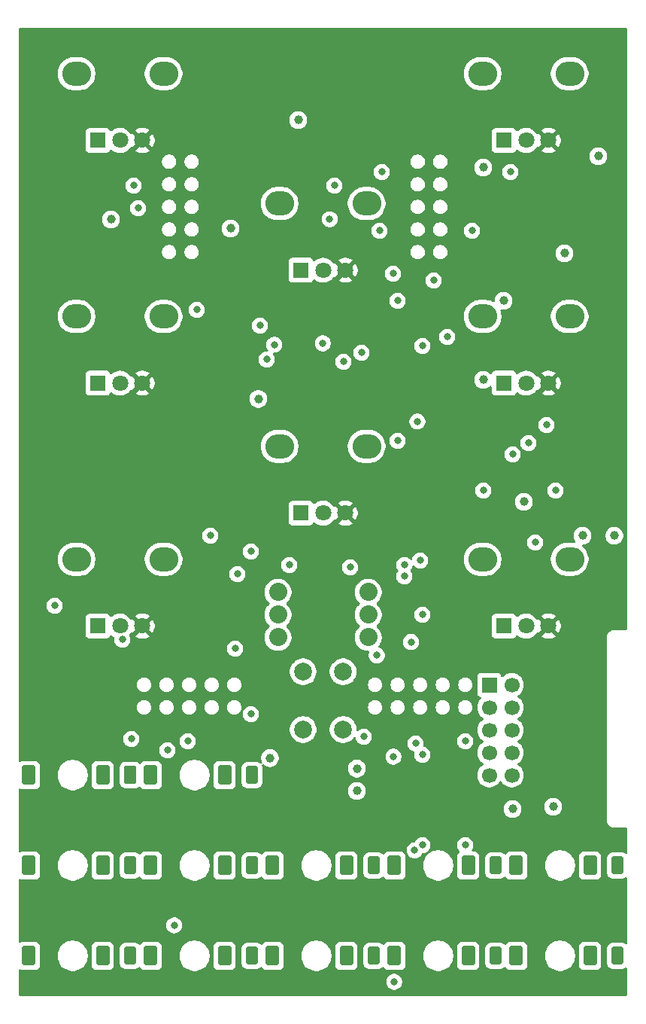
<source format=gbr>
%TF.GenerationSoftware,KiCad,Pcbnew,9.0.0*%
%TF.CreationDate,2025-03-18T19:24:19-04:00*%
%TF.ProjectId,200_Plattform,3230305f-506c-4617-9474-666f726d2e6b,A1*%
%TF.SameCoordinates,Original*%
%TF.FileFunction,Copper,L3,Inr*%
%TF.FilePolarity,Positive*%
%FSLAX45Y45*%
G04 Gerber Fmt 4.5, Leading zero omitted, Abs format (unit mm)*
G04 Created by KiCad (PCBNEW 9.0.0) date 2025-03-18 19:24:19*
%MOMM*%
%LPD*%
G01*
G04 APERTURE LIST*
G04 Aperture macros list*
%AMRoundRect*
0 Rectangle with rounded corners*
0 $1 Rounding radius*
0 $2 $3 $4 $5 $6 $7 $8 $9 X,Y pos of 4 corners*
0 Add a 4 corners polygon primitive as box body*
4,1,4,$2,$3,$4,$5,$6,$7,$8,$9,$2,$3,0*
0 Add four circle primitives for the rounded corners*
1,1,$1+$1,$2,$3*
1,1,$1+$1,$4,$5*
1,1,$1+$1,$6,$7*
1,1,$1+$1,$8,$9*
0 Add four rect primitives between the rounded corners*
20,1,$1+$1,$2,$3,$4,$5,0*
20,1,$1+$1,$4,$5,$6,$7,0*
20,1,$1+$1,$6,$7,$8,$9,0*
20,1,$1+$1,$8,$9,$2,$3,0*%
G04 Aperture macros list end*
%TA.AperFunction,ComponentPad*%
%ADD10O,3.240000X2.720000*%
%TD*%
%TA.AperFunction,ComponentPad*%
%ADD11R,1.800000X1.800000*%
%TD*%
%TA.AperFunction,ComponentPad*%
%ADD12C,1.800000*%
%TD*%
%TA.AperFunction,ComponentPad*%
%ADD13RoundRect,0.269231X0.430769X-0.730769X0.430769X0.730769X-0.430769X0.730769X-0.430769X-0.730769X0*%
%TD*%
%TA.AperFunction,ComponentPad*%
%ADD14RoundRect,0.176056X0.573944X-0.923944X0.573944X0.923944X-0.573944X0.923944X-0.573944X-0.923944X0*%
%TD*%
%TA.AperFunction,ComponentPad*%
%ADD15C,2.000000*%
%TD*%
%TA.AperFunction,ComponentPad*%
%ADD16C,2.032000*%
%TD*%
%TA.AperFunction,ComponentPad*%
%ADD17RoundRect,0.191257X0.508743X-0.808743X0.508743X0.808743X-0.508743X0.808743X-0.508743X-0.808743X0*%
%TD*%
%TA.AperFunction,ComponentPad*%
%ADD18R,1.700000X1.700000*%
%TD*%
%TA.AperFunction,ComponentPad*%
%ADD19C,1.700000*%
%TD*%
%TA.AperFunction,ViaPad*%
%ADD20C,0.800000*%
%TD*%
%TA.AperFunction,ViaPad*%
%ADD21C,1.000000*%
%TD*%
G04 APERTURE END LIST*
D10*
%TO.N,*%
%TO.C,RV5*%
X7358600Y-8190800D03*
X8338600Y-8190800D03*
D11*
%TO.N,GND*%
X7598600Y-8940800D03*
D12*
%TO.N,pot_5*%
X7848600Y-8940800D03*
%TO.N,+3.3V*%
X8098600Y-8940800D03*
%TD*%
D13*
%TO.N,GND*%
%TO.C,J7*%
X8420100Y-13919200D03*
D14*
%TO.N,in_7*%
X7280100Y-13919200D03*
%TO.N,unconnected-(J7-PadTN)*%
X8110100Y-13919200D03*
%TD*%
D13*
%TO.N,GND*%
%TO.C,J3*%
X8420100Y-12903200D03*
D14*
%TO.N,in_3*%
X7280100Y-12903200D03*
%TO.N,unconnected-(J3-PadTN)*%
X8110100Y-12903200D03*
%TD*%
D13*
%TO.N,GND*%
%TO.C,J8*%
X9791700Y-13919200D03*
D14*
%TO.N,in_8*%
X8651700Y-13919200D03*
%TO.N,unconnected-(J8-PadTN)*%
X9481700Y-13919200D03*
%TD*%
D10*
%TO.N,*%
%TO.C,RV8*%
X9644600Y-9460800D03*
X10624600Y-9460800D03*
D11*
%TO.N,GND*%
X9884600Y-10210800D03*
D12*
%TO.N,pot_8*%
X10134600Y-10210800D03*
%TO.N,+3.3V*%
X10384600Y-10210800D03*
%TD*%
D15*
%TO.N,GND*%
%TO.C,SW1*%
X7623600Y-11374000D03*
X7623600Y-10724000D03*
%TO.N,TACTILE_SW*%
X8073600Y-11374000D03*
X8073600Y-10724000D03*
%TD*%
D16*
%TO.N,TOGGLE2_1*%
%TO.C,SW3*%
X8356600Y-9829800D03*
%TO.N,GND*%
X8356600Y-10083800D03*
%TO.N,TOGGLE2_3*%
X8356600Y-10337800D03*
%TD*%
D10*
%TO.N,*%
%TO.C,RV1*%
X5072600Y-3999800D03*
X6052600Y-3999800D03*
D11*
%TO.N,GND*%
X5312600Y-4749800D03*
D12*
%TO.N,pot_1*%
X5562600Y-4749800D03*
%TO.N,+3.3V*%
X5812600Y-4749800D03*
%TD*%
D13*
%TO.N,GND*%
%TO.C,J5*%
X5676900Y-13919200D03*
D14*
%TO.N,in_5*%
X4536900Y-13919200D03*
%TO.N,unconnected-(J5-PadTN)*%
X5366900Y-13919200D03*
%TD*%
D13*
%TO.N,GND*%
%TO.C,J9*%
X7048497Y-11887200D03*
D14*
%TO.N,GATE_IN*%
X5908497Y-11887200D03*
%TO.N,unconnected-(J9-PadTN)*%
X6738497Y-11887200D03*
%TD*%
%TO.N,/Jacks/MIDI_SOURCE*%
%TO.C,J10*%
X5366900Y-11887200D03*
D17*
%TO.N,unconnected-(J10-PadS)*%
X5676900Y-11887200D03*
D14*
%TO.N,/Jacks/MIDI_SINK*%
X4536900Y-11887200D03*
%TD*%
D13*
%TO.N,GND*%
%TO.C,J1*%
X5676900Y-12903200D03*
D14*
%TO.N,in_1*%
X4536900Y-12903200D03*
%TO.N,unconnected-(J1-PadTN)*%
X5366900Y-12903200D03*
%TD*%
D10*
%TO.N,*%
%TO.C,RV6*%
X9644600Y-3999800D03*
X10624600Y-3999800D03*
D11*
%TO.N,GND*%
X9884600Y-4749800D03*
D12*
%TO.N,pot_6*%
X10134600Y-4749800D03*
%TO.N,+3.3V*%
X10384600Y-4749800D03*
%TD*%
D13*
%TO.N,GND*%
%TO.C,J6*%
X7048500Y-13919200D03*
D14*
%TO.N,in_6*%
X5908500Y-13919200D03*
%TO.N,unconnected-(J6-PadTN)*%
X6738500Y-13919200D03*
%TD*%
D10*
%TO.N,*%
%TO.C,RV3*%
X5072600Y-9460800D03*
X6052600Y-9460800D03*
D11*
%TO.N,GND*%
X5312600Y-10210800D03*
D12*
%TO.N,pot_3*%
X5562600Y-10210800D03*
%TO.N,+3.3V*%
X5812600Y-10210800D03*
%TD*%
D13*
%TO.N,GND*%
%TO.C,J12*%
X11163300Y-13919200D03*
D14*
%TO.N,Net-(J12-PadT)*%
X10023300Y-13919200D03*
%TO.N,unconnected-(J12-PadTN)*%
X10853300Y-13919200D03*
%TD*%
D16*
%TO.N,TOGGLE1_1*%
%TO.C,SW2*%
X7340600Y-9829800D03*
%TO.N,GND*%
X7340600Y-10083800D03*
%TO.N,TOGGLE1_3*%
X7340600Y-10337800D03*
%TD*%
D10*
%TO.N,*%
%TO.C,RV4*%
X7358600Y-5460300D03*
X8338600Y-5460300D03*
D11*
%TO.N,GND*%
X7598600Y-6210300D03*
D12*
%TO.N,pot_4*%
X7848600Y-6210300D03*
%TO.N,+3.3V*%
X8098600Y-6210300D03*
%TD*%
D13*
%TO.N,GND*%
%TO.C,J2*%
X7048500Y-12903200D03*
D14*
%TO.N,in_2*%
X5908500Y-12903200D03*
%TO.N,unconnected-(J2-PadTN)*%
X6738500Y-12903200D03*
%TD*%
D13*
%TO.N,GND*%
%TO.C,J11*%
X11163300Y-12903200D03*
D14*
%TO.N,Net-(J11-PadT)*%
X10023300Y-12903200D03*
%TO.N,unconnected-(J11-PadTN)*%
X10853300Y-12903200D03*
%TD*%
D10*
%TO.N,*%
%TO.C,RV2*%
X5072600Y-6730300D03*
X6052600Y-6730300D03*
D11*
%TO.N,GND*%
X5312600Y-7480300D03*
D12*
%TO.N,pot_2*%
X5562600Y-7480300D03*
%TO.N,+3.3V*%
X5812600Y-7480300D03*
%TD*%
D18*
%TO.N,Net-(D5-K)*%
%TO.C,J17*%
X9718800Y-10873200D03*
D19*
X9972800Y-10873200D03*
%TO.N,GND*%
X9718800Y-11127200D03*
X9972800Y-11127200D03*
X9718800Y-11381200D03*
X9972800Y-11381200D03*
X9718800Y-11635200D03*
X9972800Y-11635200D03*
%TO.N,Net-(D4-A)*%
X9718800Y-11889200D03*
X9972800Y-11889200D03*
%TD*%
D10*
%TO.N,*%
%TO.C,RV7*%
X9644600Y-6730300D03*
X10624600Y-6730300D03*
D11*
%TO.N,GND*%
X9884600Y-7480300D03*
D12*
%TO.N,pot_7*%
X10134600Y-7480300D03*
%TO.N,+3.3V*%
X10384600Y-7480300D03*
%TD*%
D13*
%TO.N,GND*%
%TO.C,J4*%
X9791700Y-12903200D03*
D14*
%TO.N,in_4*%
X8651700Y-12903200D03*
%TO.N,unconnected-(J4-PadTN)*%
X9481700Y-12903200D03*
%TD*%
D20*
%TO.N,POT_MUX_ADC_Y*%
X5765800Y-5511800D03*
X7137400Y-6832600D03*
%TO.N,POT_MUX_A*%
X8280400Y-7137400D03*
X7975600Y-5257800D03*
%TO.N,POT_MUX_ADC_X*%
X7213600Y-7213600D03*
X5714997Y-5257797D03*
%TO.N,POT_MUX_B*%
X8077200Y-7239000D03*
X7922460Y-5636460D03*
%TO.N,LED_RIGHT*%
X6858000Y-10464800D03*
X6883400Y-9626600D03*
%TO.N,AUDIO_RIGHT*%
X5689600Y-11480800D03*
X5588000Y-10363200D03*
%TO.N,AUDIO_LEFT*%
X6578600Y-9194800D03*
X6096000Y-11607800D03*
%TO.N,LED_LEFT*%
X7035800Y-11201400D03*
X7035800Y-9372600D03*
%TO.N,CV_OUT_2*%
X8305800Y-11455403D03*
X8838011Y-10389789D03*
%TO.N,TOGGLE2_1*%
X8483600Y-5765800D03*
%TO.N,TOGGLE1_1*%
X8763000Y-9525000D03*
X9093200Y-6324600D03*
%TO.N,TOGGLE2_3*%
X8635999Y-6248401D03*
%TO.N,analog_out_2*%
X10236200Y-9271000D03*
X10363200Y-7950200D03*
D21*
%TO.N,+12V*%
X10769600Y-9194800D03*
X10439400Y-12242800D03*
X11127240Y-9194800D03*
X9982200Y-12268200D03*
D20*
%TO.N,GND*%
X10160000Y-8153400D03*
X9652000Y-8686800D03*
X7298711Y-7047089D03*
D21*
X10566400Y-6019800D03*
X10947400Y-4927600D03*
X9652000Y-5054600D03*
D20*
X10464800Y-8686800D03*
X8153400Y-9550400D03*
X9956800Y-5105400D03*
D21*
X5461000Y-5638800D03*
X6807200Y-5740400D03*
X8229600Y-12065000D03*
D20*
X4826000Y-9982200D03*
X7467600Y-9525000D03*
D21*
X8229499Y-11813500D03*
D20*
X8686800Y-6553200D03*
X9982200Y-8280400D03*
D21*
%TO.N,-12V*%
X9880600Y-6553200D03*
X7569200Y-4521200D03*
X10109200Y-8813800D03*
X7120200Y-7657600D03*
X9652000Y-7442194D03*
X7250200Y-11694600D03*
%TO.N,+3.3V*%
X6832600Y-4826000D03*
X8483600Y-6477000D03*
X4572000Y-9474200D03*
D20*
%TO.N,-5V*%
X9245600Y-6959599D03*
X8909360Y-7911028D03*
%TO.N,TOGGLE1_3*%
X8763000Y-9652000D03*
X9525000Y-5765800D03*
%TO.N,in_1*%
X9448800Y-11506200D03*
X9448800Y-12674600D03*
%TO.N,in_5*%
X6172200Y-13576300D03*
X6324600Y-11506200D03*
%TO.N,in_2*%
X8966198Y-12674600D03*
X8966200Y-11658600D03*
%TO.N,TACTILE_SW*%
X8509000Y-5105400D03*
%TO.N,in_3*%
X8878501Y-12733066D03*
X8890000Y-11531600D03*
%TO.N,in_4*%
X8640614Y-11679386D03*
%TO.N,in_8*%
X8648700Y-14211300D03*
%TO.N,CV_OUT_1*%
X8686800Y-8128000D03*
X8452770Y-10541285D03*
%TO.N,pot_1*%
X6426200Y-6654800D03*
%TO.N,pot_5*%
X7845233Y-7032433D03*
%TO.N,pot_8*%
X8966200Y-7061200D03*
%TO.N,Net-(J11-PadT)*%
X8966200Y-10083800D03*
%TO.N,Net-(J12-PadT)*%
X8940800Y-9474200D03*
%TD*%
%TA.AperFunction,Conductor*%
%TO.N,+3.3V*%
G36*
X11253164Y-3484603D02*
G01*
X11255097Y-3484909D01*
X11256672Y-3485158D01*
X11260362Y-3486357D01*
X11262647Y-3487521D01*
X11265785Y-3489802D01*
X11267598Y-3491615D01*
X11269879Y-3494753D01*
X11271043Y-3497038D01*
X11272242Y-3500728D01*
X11272797Y-3504236D01*
X11272950Y-3506176D01*
X11272950Y-10235224D01*
X11272797Y-10237164D01*
X11272242Y-10240672D01*
X11271043Y-10244362D01*
X11269879Y-10246647D01*
X11267598Y-10249785D01*
X11265785Y-10251598D01*
X11262647Y-10253879D01*
X11260362Y-10255043D01*
X11256672Y-10256242D01*
X11255485Y-10256430D01*
X11253164Y-10256797D01*
X11251224Y-10256950D01*
X11117237Y-10256950D01*
X11101618Y-10260057D01*
X11101617Y-10260057D01*
X11086903Y-10266152D01*
X11073661Y-10275000D01*
X11073661Y-10275000D01*
X11062400Y-10286261D01*
X11062400Y-10286261D01*
X11053552Y-10299503D01*
X11047457Y-10314217D01*
X11047457Y-10314218D01*
X11044350Y-10329837D01*
X11044350Y-12403163D01*
X11047457Y-12418782D01*
X11047457Y-12418783D01*
X11053552Y-12433497D01*
X11062400Y-12446739D01*
X11062400Y-12446739D01*
X11073661Y-12458000D01*
X11073661Y-12458000D01*
X11086903Y-12466848D01*
X11086903Y-12466848D01*
X11086903Y-12466848D01*
X11101617Y-12472943D01*
X11117237Y-12476050D01*
X11117237Y-12476050D01*
X11117237Y-12476050D01*
X11121244Y-12476050D01*
X11247440Y-12476050D01*
X11251224Y-12476050D01*
X11253164Y-12476203D01*
X11255097Y-12476509D01*
X11256672Y-12476758D01*
X11260362Y-12477957D01*
X11262647Y-12479121D01*
X11265785Y-12481402D01*
X11267598Y-12483215D01*
X11269879Y-12486353D01*
X11271043Y-12488638D01*
X11272242Y-12492328D01*
X11272797Y-12495836D01*
X11272950Y-12497776D01*
X11272950Y-12758611D01*
X11270981Y-12765315D01*
X11265701Y-12769890D01*
X11258785Y-12770884D01*
X11253953Y-12769110D01*
X11239985Y-12760334D01*
X11223613Y-12754605D01*
X11210701Y-12753150D01*
X11210700Y-12753150D01*
X11115900Y-12753150D01*
X11115899Y-12753150D01*
X11102987Y-12754605D01*
X11086614Y-12760334D01*
X11071927Y-12769562D01*
X11059662Y-12781827D01*
X11050434Y-12796514D01*
X11044705Y-12812887D01*
X11043250Y-12825799D01*
X11043250Y-12980601D01*
X11044705Y-12993513D01*
X11050434Y-13009885D01*
X11054001Y-13015562D01*
X11059662Y-13024572D01*
X11071928Y-13036838D01*
X11086614Y-13046066D01*
X11102987Y-13051795D01*
X11102987Y-13051795D01*
X11102987Y-13051795D01*
X11110330Y-13052622D01*
X11115899Y-13053250D01*
X11115900Y-13053250D01*
X11115900Y-13053250D01*
X11210700Y-13053250D01*
X11210700Y-13053250D01*
X11217157Y-13052522D01*
X11223613Y-13051795D01*
X11223613Y-13051795D01*
X11223613Y-13051795D01*
X11239986Y-13046066D01*
X11253953Y-13037290D01*
X11260676Y-13035390D01*
X11267360Y-13037426D01*
X11271881Y-13042753D01*
X11272950Y-13047789D01*
X11272950Y-13774611D01*
X11270981Y-13781315D01*
X11265701Y-13785890D01*
X11258785Y-13786884D01*
X11253953Y-13785110D01*
X11239985Y-13776334D01*
X11223613Y-13770605D01*
X11210701Y-13769150D01*
X11210700Y-13769150D01*
X11115900Y-13769150D01*
X11115899Y-13769150D01*
X11102987Y-13770605D01*
X11086614Y-13776334D01*
X11071927Y-13785562D01*
X11059662Y-13797827D01*
X11050434Y-13812514D01*
X11044705Y-13828887D01*
X11043250Y-13841799D01*
X11043250Y-13996601D01*
X11044705Y-14009513D01*
X11050434Y-14025885D01*
X11054001Y-14031562D01*
X11059662Y-14040572D01*
X11071928Y-14052838D01*
X11086614Y-14062066D01*
X11102987Y-14067795D01*
X11102987Y-14067795D01*
X11102987Y-14067795D01*
X11110330Y-14068622D01*
X11115899Y-14069250D01*
X11115900Y-14069250D01*
X11115900Y-14069250D01*
X11210700Y-14069250D01*
X11210700Y-14069250D01*
X11217157Y-14068522D01*
X11223613Y-14067795D01*
X11223613Y-14067795D01*
X11223613Y-14067795D01*
X11239986Y-14062066D01*
X11253953Y-14053290D01*
X11260676Y-14051390D01*
X11267360Y-14053426D01*
X11271881Y-14058753D01*
X11272950Y-14063789D01*
X11272950Y-14350024D01*
X11272797Y-14351964D01*
X11272797Y-14351964D01*
X11272242Y-14355472D01*
X11271043Y-14359162D01*
X11269879Y-14361447D01*
X11267598Y-14364585D01*
X11265785Y-14366398D01*
X11262647Y-14368679D01*
X11260362Y-14369843D01*
X11256672Y-14371042D01*
X11255485Y-14371230D01*
X11253164Y-14371597D01*
X11251224Y-14371750D01*
X4445976Y-14371750D01*
X4444036Y-14371597D01*
X4442034Y-14371280D01*
X4440528Y-14371042D01*
X4436838Y-14369843D01*
X4434553Y-14368679D01*
X4431415Y-14366398D01*
X4429602Y-14364585D01*
X4427321Y-14361447D01*
X4426157Y-14359162D01*
X4424958Y-14355473D01*
X4424403Y-14351963D01*
X4424250Y-14350024D01*
X4424250Y-14202430D01*
X8558650Y-14202430D01*
X8558650Y-14220169D01*
X8562110Y-14237566D01*
X8562111Y-14237567D01*
X8568898Y-14253954D01*
X8568899Y-14253955D01*
X8578754Y-14268703D01*
X8578754Y-14268704D01*
X8591296Y-14281246D01*
X8591297Y-14281246D01*
X8606045Y-14291101D01*
X8606046Y-14291102D01*
X8618336Y-14296192D01*
X8622433Y-14297889D01*
X8622434Y-14297889D01*
X8622434Y-14297890D01*
X8639830Y-14301350D01*
X8639831Y-14301350D01*
X8639831Y-14301350D01*
X8657569Y-14301350D01*
X8657569Y-14301350D01*
X8663368Y-14300196D01*
X8674966Y-14297890D01*
X8674966Y-14297889D01*
X8674967Y-14297889D01*
X8691355Y-14291101D01*
X8706104Y-14281246D01*
X8718646Y-14268703D01*
X8728501Y-14253955D01*
X8735289Y-14237567D01*
X8738750Y-14220169D01*
X8738750Y-14202431D01*
X8738750Y-14202431D01*
X8738750Y-14202430D01*
X8735290Y-14185034D01*
X8735289Y-14185033D01*
X8728502Y-14168646D01*
X8728501Y-14168645D01*
X8718646Y-14153896D01*
X8718646Y-14153896D01*
X8706104Y-14141354D01*
X8706103Y-14141353D01*
X8691355Y-14131499D01*
X8691354Y-14131498D01*
X8674967Y-14124711D01*
X8674966Y-14124710D01*
X8657569Y-14121250D01*
X8657569Y-14121250D01*
X8639831Y-14121250D01*
X8639831Y-14121250D01*
X8622434Y-14124710D01*
X8622433Y-14124711D01*
X8606046Y-14131498D01*
X8606045Y-14131499D01*
X8591297Y-14141353D01*
X8591296Y-14141354D01*
X8578754Y-14153896D01*
X8578754Y-14153896D01*
X8568899Y-14168645D01*
X8568898Y-14168646D01*
X8562111Y-14185033D01*
X8562110Y-14185034D01*
X8558650Y-14202430D01*
X4424250Y-14202430D01*
X4424250Y-14079234D01*
X4426219Y-14072530D01*
X4431499Y-14067955D01*
X4438415Y-14066960D01*
X4443065Y-14068622D01*
X4451535Y-14073743D01*
X4467221Y-14078631D01*
X4474037Y-14079250D01*
X4599763Y-14079250D01*
X4599763Y-14079250D01*
X4604534Y-14078816D01*
X4606579Y-14078631D01*
X4622265Y-14073743D01*
X4636325Y-14065243D01*
X4647943Y-14053625D01*
X4656443Y-14039565D01*
X4661331Y-14023879D01*
X4661950Y-14017063D01*
X4661950Y-13908055D01*
X4858850Y-13908055D01*
X4858850Y-13930345D01*
X4858850Y-13930347D01*
X4861759Y-13952445D01*
X4861760Y-13952446D01*
X4861760Y-13952446D01*
X4861760Y-13952446D01*
X4867529Y-13973978D01*
X4867529Y-13973979D01*
X4876059Y-13994572D01*
X4876060Y-13994573D01*
X4887205Y-14013877D01*
X4887206Y-14013878D01*
X4887206Y-14013878D01*
X4900775Y-14031562D01*
X4900776Y-14031563D01*
X4916537Y-14047324D01*
X4916538Y-14047325D01*
X4924312Y-14053290D01*
X4934223Y-14060895D01*
X4953527Y-14072040D01*
X4974122Y-14080571D01*
X4995654Y-14086340D01*
X5017754Y-14089250D01*
X5017755Y-14089250D01*
X5040045Y-14089250D01*
X5040046Y-14089250D01*
X5062146Y-14086340D01*
X5083678Y-14080571D01*
X5104273Y-14072040D01*
X5123577Y-14060895D01*
X5141262Y-14047325D01*
X5157025Y-14031562D01*
X5170595Y-14013877D01*
X5181741Y-13994573D01*
X5190271Y-13973978D01*
X5196040Y-13952446D01*
X5198950Y-13930346D01*
X5198950Y-13908054D01*
X5196040Y-13885954D01*
X5190271Y-13864422D01*
X5181741Y-13843827D01*
X5170595Y-13824523D01*
X5168151Y-13821337D01*
X5241850Y-13821337D01*
X5241850Y-14017063D01*
X5242469Y-14023879D01*
X5242469Y-14023879D01*
X5247357Y-14039565D01*
X5255857Y-14053625D01*
X5255857Y-14053626D01*
X5267474Y-14065242D01*
X5267475Y-14065243D01*
X5267475Y-14065243D01*
X5281535Y-14073743D01*
X5297221Y-14078631D01*
X5304037Y-14079250D01*
X5429763Y-14079250D01*
X5429763Y-14079250D01*
X5434534Y-14078816D01*
X5436579Y-14078631D01*
X5452265Y-14073743D01*
X5466325Y-14065243D01*
X5477943Y-14053625D01*
X5486443Y-14039565D01*
X5491331Y-14023879D01*
X5491950Y-14017063D01*
X5491950Y-13841799D01*
X5556850Y-13841799D01*
X5556850Y-13996601D01*
X5558305Y-14009513D01*
X5564034Y-14025885D01*
X5567601Y-14031562D01*
X5573262Y-14040572D01*
X5585528Y-14052838D01*
X5600214Y-14062066D01*
X5616587Y-14067795D01*
X5616587Y-14067795D01*
X5616587Y-14067795D01*
X5623930Y-14068622D01*
X5629499Y-14069250D01*
X5629500Y-14069250D01*
X5629500Y-14069250D01*
X5724300Y-14069250D01*
X5724300Y-14069250D01*
X5730757Y-14068522D01*
X5737213Y-14067795D01*
X5737213Y-14067795D01*
X5737213Y-14067795D01*
X5753586Y-14062066D01*
X5768272Y-14052838D01*
X5774973Y-14046137D01*
X5781105Y-14042789D01*
X5788074Y-14043287D01*
X5793668Y-14047474D01*
X5794353Y-14048490D01*
X5797457Y-14053625D01*
X5797457Y-14053626D01*
X5809074Y-14065242D01*
X5809075Y-14065243D01*
X5809075Y-14065243D01*
X5823135Y-14073743D01*
X5838821Y-14078631D01*
X5845637Y-14079250D01*
X5971363Y-14079250D01*
X5971363Y-14079250D01*
X5976134Y-14078816D01*
X5978179Y-14078631D01*
X5993865Y-14073743D01*
X6007925Y-14065243D01*
X6019543Y-14053625D01*
X6028043Y-14039565D01*
X6032931Y-14023879D01*
X6033550Y-14017063D01*
X6033550Y-13908055D01*
X6230450Y-13908055D01*
X6230450Y-13930345D01*
X6230450Y-13930347D01*
X6233359Y-13952445D01*
X6233359Y-13952446D01*
X6233360Y-13952446D01*
X6233360Y-13952446D01*
X6239129Y-13973978D01*
X6239129Y-13973979D01*
X6247659Y-13994572D01*
X6247659Y-13994573D01*
X6258805Y-14013877D01*
X6258806Y-14013878D01*
X6258806Y-14013878D01*
X6272375Y-14031562D01*
X6272376Y-14031563D01*
X6288137Y-14047324D01*
X6288138Y-14047325D01*
X6295912Y-14053290D01*
X6305823Y-14060895D01*
X6325127Y-14072040D01*
X6345722Y-14080571D01*
X6367254Y-14086340D01*
X6389354Y-14089250D01*
X6389355Y-14089250D01*
X6411645Y-14089250D01*
X6411646Y-14089250D01*
X6433746Y-14086340D01*
X6455278Y-14080571D01*
X6475873Y-14072040D01*
X6495177Y-14060895D01*
X6512862Y-14047325D01*
X6528625Y-14031562D01*
X6542195Y-14013877D01*
X6553340Y-13994573D01*
X6561871Y-13973978D01*
X6567640Y-13952446D01*
X6570550Y-13930346D01*
X6570550Y-13908054D01*
X6567640Y-13885954D01*
X6561871Y-13864422D01*
X6553340Y-13843827D01*
X6542195Y-13824523D01*
X6539751Y-13821337D01*
X6613450Y-13821337D01*
X6613450Y-14017063D01*
X6614069Y-14023879D01*
X6614069Y-14023879D01*
X6618957Y-14039565D01*
X6627457Y-14053625D01*
X6627457Y-14053626D01*
X6639074Y-14065242D01*
X6639075Y-14065243D01*
X6639075Y-14065243D01*
X6653135Y-14073743D01*
X6668821Y-14078631D01*
X6675637Y-14079250D01*
X6801363Y-14079250D01*
X6801363Y-14079250D01*
X6806134Y-14078816D01*
X6808179Y-14078631D01*
X6823865Y-14073743D01*
X6837925Y-14065243D01*
X6849543Y-14053625D01*
X6858043Y-14039565D01*
X6862931Y-14023879D01*
X6863550Y-14017063D01*
X6863550Y-13841799D01*
X6928450Y-13841799D01*
X6928450Y-13996601D01*
X6929905Y-14009513D01*
X6935634Y-14025885D01*
X6939201Y-14031562D01*
X6944862Y-14040572D01*
X6957127Y-14052838D01*
X6971814Y-14062066D01*
X6988187Y-14067795D01*
X6988187Y-14067795D01*
X6988187Y-14067795D01*
X6995530Y-14068622D01*
X7001099Y-14069250D01*
X7001100Y-14069250D01*
X7001100Y-14069250D01*
X7095900Y-14069250D01*
X7095900Y-14069250D01*
X7102357Y-14068522D01*
X7108813Y-14067795D01*
X7108813Y-14067795D01*
X7108813Y-14067795D01*
X7125186Y-14062066D01*
X7139872Y-14052838D01*
X7146573Y-14046137D01*
X7152705Y-14042789D01*
X7159674Y-14043287D01*
X7165268Y-14047474D01*
X7165953Y-14048490D01*
X7169057Y-14053625D01*
X7169057Y-14053626D01*
X7180674Y-14065242D01*
X7180675Y-14065243D01*
X7180675Y-14065243D01*
X7194735Y-14073743D01*
X7210421Y-14078631D01*
X7217237Y-14079250D01*
X7342963Y-14079250D01*
X7342963Y-14079250D01*
X7347734Y-14078816D01*
X7349779Y-14078631D01*
X7365465Y-14073743D01*
X7379525Y-14065243D01*
X7391143Y-14053625D01*
X7399643Y-14039565D01*
X7404531Y-14023879D01*
X7405150Y-14017063D01*
X7405150Y-13908055D01*
X7602050Y-13908055D01*
X7602050Y-13930345D01*
X7602050Y-13930347D01*
X7604959Y-13952445D01*
X7604959Y-13952446D01*
X7604960Y-13952446D01*
X7604960Y-13952446D01*
X7610729Y-13973978D01*
X7610729Y-13973979D01*
X7619259Y-13994572D01*
X7619259Y-13994573D01*
X7630405Y-14013877D01*
X7630406Y-14013878D01*
X7630406Y-14013878D01*
X7643975Y-14031562D01*
X7643976Y-14031563D01*
X7659737Y-14047324D01*
X7659738Y-14047325D01*
X7667512Y-14053290D01*
X7677423Y-14060895D01*
X7696727Y-14072040D01*
X7717322Y-14080571D01*
X7738854Y-14086340D01*
X7760954Y-14089250D01*
X7760955Y-14089250D01*
X7783245Y-14089250D01*
X7783246Y-14089250D01*
X7805346Y-14086340D01*
X7826878Y-14080571D01*
X7847473Y-14072040D01*
X7866777Y-14060895D01*
X7884462Y-14047325D01*
X7900225Y-14031562D01*
X7913795Y-14013877D01*
X7924940Y-13994573D01*
X7933471Y-13973978D01*
X7939240Y-13952446D01*
X7942150Y-13930346D01*
X7942150Y-13908054D01*
X7939240Y-13885954D01*
X7933471Y-13864422D01*
X7924940Y-13843827D01*
X7913795Y-13824523D01*
X7911351Y-13821337D01*
X7985050Y-13821337D01*
X7985050Y-14017063D01*
X7985669Y-14023879D01*
X7985669Y-14023879D01*
X7990557Y-14039565D01*
X7999057Y-14053625D01*
X7999057Y-14053626D01*
X8010674Y-14065242D01*
X8010675Y-14065243D01*
X8010675Y-14065243D01*
X8024735Y-14073743D01*
X8040421Y-14078631D01*
X8047237Y-14079250D01*
X8172963Y-14079250D01*
X8172963Y-14079250D01*
X8177734Y-14078816D01*
X8179779Y-14078631D01*
X8195465Y-14073743D01*
X8209525Y-14065243D01*
X8221143Y-14053625D01*
X8229643Y-14039565D01*
X8234531Y-14023879D01*
X8235150Y-14017063D01*
X8235150Y-13841799D01*
X8300050Y-13841799D01*
X8300050Y-13996601D01*
X8301505Y-14009513D01*
X8307234Y-14025885D01*
X8310801Y-14031562D01*
X8316462Y-14040572D01*
X8328727Y-14052838D01*
X8343414Y-14062066D01*
X8359787Y-14067795D01*
X8359787Y-14067795D01*
X8359787Y-14067795D01*
X8367130Y-14068622D01*
X8372699Y-14069250D01*
X8372700Y-14069250D01*
X8372700Y-14069250D01*
X8467500Y-14069250D01*
X8467500Y-14069250D01*
X8473957Y-14068522D01*
X8480413Y-14067795D01*
X8480413Y-14067795D01*
X8480413Y-14067795D01*
X8496786Y-14062066D01*
X8511473Y-14052838D01*
X8518173Y-14046137D01*
X8524305Y-14042789D01*
X8531274Y-14043287D01*
X8536868Y-14047474D01*
X8537553Y-14048490D01*
X8540657Y-14053625D01*
X8540657Y-14053626D01*
X8552274Y-14065242D01*
X8552275Y-14065243D01*
X8552275Y-14065243D01*
X8566335Y-14073743D01*
X8582021Y-14078631D01*
X8588837Y-14079250D01*
X8714563Y-14079250D01*
X8714563Y-14079250D01*
X8719334Y-14078816D01*
X8721379Y-14078631D01*
X8737065Y-14073743D01*
X8751125Y-14065243D01*
X8762743Y-14053625D01*
X8771243Y-14039565D01*
X8776131Y-14023879D01*
X8776750Y-14017063D01*
X8776750Y-13908055D01*
X8973650Y-13908055D01*
X8973650Y-13930345D01*
X8973650Y-13930347D01*
X8976559Y-13952445D01*
X8976560Y-13952446D01*
X8976560Y-13952446D01*
X8976560Y-13952446D01*
X8982329Y-13973978D01*
X8982329Y-13973979D01*
X8990859Y-13994572D01*
X8990860Y-13994573D01*
X9002005Y-14013877D01*
X9002006Y-14013878D01*
X9002006Y-14013878D01*
X9015575Y-14031562D01*
X9015576Y-14031563D01*
X9031337Y-14047324D01*
X9031338Y-14047325D01*
X9039112Y-14053290D01*
X9049023Y-14060895D01*
X9068327Y-14072040D01*
X9088922Y-14080571D01*
X9110454Y-14086340D01*
X9132554Y-14089250D01*
X9132555Y-14089250D01*
X9154845Y-14089250D01*
X9154846Y-14089250D01*
X9176946Y-14086340D01*
X9198478Y-14080571D01*
X9219073Y-14072040D01*
X9238377Y-14060895D01*
X9256062Y-14047325D01*
X9271825Y-14031562D01*
X9285395Y-14013877D01*
X9296541Y-13994573D01*
X9305071Y-13973978D01*
X9310840Y-13952446D01*
X9313750Y-13930346D01*
X9313750Y-13908054D01*
X9310840Y-13885954D01*
X9305071Y-13864422D01*
X9296541Y-13843827D01*
X9285395Y-13824523D01*
X9282951Y-13821337D01*
X9356650Y-13821337D01*
X9356650Y-14017063D01*
X9357269Y-14023879D01*
X9357269Y-14023879D01*
X9362157Y-14039565D01*
X9370657Y-14053625D01*
X9370657Y-14053626D01*
X9382274Y-14065242D01*
X9382275Y-14065243D01*
X9382275Y-14065243D01*
X9396335Y-14073743D01*
X9412021Y-14078631D01*
X9418837Y-14079250D01*
X9544563Y-14079250D01*
X9544563Y-14079250D01*
X9549334Y-14078816D01*
X9551379Y-14078631D01*
X9567065Y-14073743D01*
X9581125Y-14065243D01*
X9592743Y-14053625D01*
X9601243Y-14039565D01*
X9606131Y-14023879D01*
X9606750Y-14017063D01*
X9606750Y-13841799D01*
X9671650Y-13841799D01*
X9671650Y-13996601D01*
X9673105Y-14009513D01*
X9678834Y-14025885D01*
X9682401Y-14031562D01*
X9688062Y-14040572D01*
X9700328Y-14052838D01*
X9715014Y-14062066D01*
X9731387Y-14067795D01*
X9731387Y-14067795D01*
X9731387Y-14067795D01*
X9738730Y-14068622D01*
X9744299Y-14069250D01*
X9744300Y-14069250D01*
X9744300Y-14069250D01*
X9839100Y-14069250D01*
X9839100Y-14069250D01*
X9845557Y-14068522D01*
X9852013Y-14067795D01*
X9852013Y-14067795D01*
X9852013Y-14067795D01*
X9868386Y-14062066D01*
X9883073Y-14052838D01*
X9889773Y-14046137D01*
X9895905Y-14042789D01*
X9902874Y-14043287D01*
X9908468Y-14047474D01*
X9909153Y-14048490D01*
X9912257Y-14053625D01*
X9912257Y-14053626D01*
X9923874Y-14065242D01*
X9923875Y-14065243D01*
X9923875Y-14065243D01*
X9937935Y-14073743D01*
X9953621Y-14078631D01*
X9960437Y-14079250D01*
X10086163Y-14079250D01*
X10086163Y-14079250D01*
X10090934Y-14078816D01*
X10092979Y-14078631D01*
X10108665Y-14073743D01*
X10122725Y-14065243D01*
X10134343Y-14053625D01*
X10142843Y-14039565D01*
X10147731Y-14023879D01*
X10148350Y-14017063D01*
X10148350Y-13908055D01*
X10345250Y-13908055D01*
X10345250Y-13930345D01*
X10345250Y-13930347D01*
X10348159Y-13952445D01*
X10348160Y-13952446D01*
X10348160Y-13952446D01*
X10348160Y-13952446D01*
X10353929Y-13973978D01*
X10353929Y-13973979D01*
X10362459Y-13994572D01*
X10362460Y-13994573D01*
X10373605Y-14013877D01*
X10373606Y-14013878D01*
X10373606Y-14013878D01*
X10387175Y-14031562D01*
X10387176Y-14031563D01*
X10402937Y-14047324D01*
X10402938Y-14047325D01*
X10410712Y-14053290D01*
X10420623Y-14060895D01*
X10439927Y-14072040D01*
X10460522Y-14080571D01*
X10482054Y-14086340D01*
X10504154Y-14089250D01*
X10504155Y-14089250D01*
X10526445Y-14089250D01*
X10526446Y-14089250D01*
X10548546Y-14086340D01*
X10570078Y-14080571D01*
X10590673Y-14072040D01*
X10609977Y-14060895D01*
X10627662Y-14047325D01*
X10643425Y-14031562D01*
X10656995Y-14013877D01*
X10668141Y-13994573D01*
X10676671Y-13973978D01*
X10682440Y-13952446D01*
X10685350Y-13930346D01*
X10685350Y-13908054D01*
X10682440Y-13885954D01*
X10676671Y-13864422D01*
X10668141Y-13843827D01*
X10656995Y-13824523D01*
X10654551Y-13821337D01*
X10728250Y-13821337D01*
X10728250Y-14017063D01*
X10728869Y-14023879D01*
X10728869Y-14023879D01*
X10733757Y-14039565D01*
X10742257Y-14053625D01*
X10742257Y-14053626D01*
X10753874Y-14065242D01*
X10753875Y-14065243D01*
X10753875Y-14065243D01*
X10767935Y-14073743D01*
X10783621Y-14078631D01*
X10790437Y-14079250D01*
X10916163Y-14079250D01*
X10916163Y-14079250D01*
X10920934Y-14078816D01*
X10922979Y-14078631D01*
X10938665Y-14073743D01*
X10952725Y-14065243D01*
X10964343Y-14053625D01*
X10972843Y-14039565D01*
X10977731Y-14023879D01*
X10978350Y-14017063D01*
X10978350Y-13821337D01*
X10978350Y-13821337D01*
X10978350Y-13821336D01*
X10977731Y-13814521D01*
X10977731Y-13814520D01*
X10972843Y-13798835D01*
X10972234Y-13797827D01*
X10964343Y-13784775D01*
X10964343Y-13784775D01*
X10964343Y-13784774D01*
X10952726Y-13773157D01*
X10952725Y-13773157D01*
X10950085Y-13771561D01*
X10938665Y-13764657D01*
X10922979Y-13759769D01*
X10922979Y-13759769D01*
X10922979Y-13759769D01*
X10918206Y-13759336D01*
X10916163Y-13759150D01*
X10916162Y-13759150D01*
X10790437Y-13759150D01*
X10783621Y-13759769D01*
X10783621Y-13759769D01*
X10767935Y-13764657D01*
X10753875Y-13773157D01*
X10753874Y-13773157D01*
X10742257Y-13784774D01*
X10742257Y-13784775D01*
X10734366Y-13797827D01*
X10733757Y-13798835D01*
X10731176Y-13807119D01*
X10728869Y-13814521D01*
X10728250Y-13821337D01*
X10654551Y-13821337D01*
X10649320Y-13814521D01*
X10643425Y-13806838D01*
X10643424Y-13806837D01*
X10627663Y-13791076D01*
X10627662Y-13791075D01*
X10609978Y-13777506D01*
X10609978Y-13777506D01*
X10609977Y-13777505D01*
X10590673Y-13766359D01*
X10590672Y-13766359D01*
X10570079Y-13757829D01*
X10570078Y-13757829D01*
X10570078Y-13757829D01*
X10548546Y-13752060D01*
X10548546Y-13752059D01*
X10548545Y-13752059D01*
X10526447Y-13749150D01*
X10526446Y-13749150D01*
X10526446Y-13749150D01*
X10504154Y-13749150D01*
X10504154Y-13749150D01*
X10504153Y-13749150D01*
X10482055Y-13752059D01*
X10482054Y-13752059D01*
X10482054Y-13752060D01*
X10460522Y-13757829D01*
X10460521Y-13757829D01*
X10439928Y-13766359D01*
X10439927Y-13766359D01*
X10420623Y-13777505D01*
X10420622Y-13777506D01*
X10402938Y-13791075D01*
X10402937Y-13791076D01*
X10387176Y-13806837D01*
X10387175Y-13806838D01*
X10373606Y-13824522D01*
X10373605Y-13824523D01*
X10362460Y-13843827D01*
X10362459Y-13843828D01*
X10353929Y-13864421D01*
X10353929Y-13864422D01*
X10348160Y-13885953D01*
X10348159Y-13885955D01*
X10345250Y-13908053D01*
X10345250Y-13908055D01*
X10148350Y-13908055D01*
X10148350Y-13821337D01*
X10148350Y-13821337D01*
X10148350Y-13821336D01*
X10147731Y-13814521D01*
X10147731Y-13814520D01*
X10142843Y-13798835D01*
X10142234Y-13797827D01*
X10134343Y-13784775D01*
X10134343Y-13784775D01*
X10134343Y-13784774D01*
X10122726Y-13773157D01*
X10122725Y-13773157D01*
X10120085Y-13771561D01*
X10108665Y-13764657D01*
X10092979Y-13759769D01*
X10092979Y-13759769D01*
X10092979Y-13759769D01*
X10088206Y-13759336D01*
X10086163Y-13759150D01*
X10086162Y-13759150D01*
X9960437Y-13759150D01*
X9953621Y-13759769D01*
X9953621Y-13759769D01*
X9937935Y-13764657D01*
X9923875Y-13773157D01*
X9923874Y-13773157D01*
X9912257Y-13784774D01*
X9909153Y-13789910D01*
X9904000Y-13794628D01*
X9897114Y-13795812D01*
X9890681Y-13793085D01*
X9889773Y-13792263D01*
X9883073Y-13785562D01*
X9868386Y-13776334D01*
X9852013Y-13770605D01*
X9839101Y-13769150D01*
X9839100Y-13769150D01*
X9744300Y-13769150D01*
X9744299Y-13769150D01*
X9731387Y-13770605D01*
X9715014Y-13776334D01*
X9700327Y-13785562D01*
X9688062Y-13797827D01*
X9678834Y-13812514D01*
X9673105Y-13828887D01*
X9671650Y-13841799D01*
X9606750Y-13841799D01*
X9606750Y-13821337D01*
X9606750Y-13821337D01*
X9606750Y-13821336D01*
X9606131Y-13814521D01*
X9606131Y-13814520D01*
X9601243Y-13798835D01*
X9600634Y-13797827D01*
X9592743Y-13784775D01*
X9592743Y-13784775D01*
X9592743Y-13784774D01*
X9581126Y-13773157D01*
X9581125Y-13773157D01*
X9578485Y-13771561D01*
X9567065Y-13764657D01*
X9551379Y-13759769D01*
X9551379Y-13759769D01*
X9551379Y-13759769D01*
X9546606Y-13759336D01*
X9544563Y-13759150D01*
X9544562Y-13759150D01*
X9418837Y-13759150D01*
X9412021Y-13759769D01*
X9412021Y-13759769D01*
X9396335Y-13764657D01*
X9382275Y-13773157D01*
X9382274Y-13773157D01*
X9370657Y-13784774D01*
X9370657Y-13784775D01*
X9362766Y-13797827D01*
X9362157Y-13798835D01*
X9359576Y-13807119D01*
X9357269Y-13814521D01*
X9356650Y-13821337D01*
X9282951Y-13821337D01*
X9277720Y-13814521D01*
X9271825Y-13806838D01*
X9271824Y-13806837D01*
X9256063Y-13791076D01*
X9256062Y-13791075D01*
X9238378Y-13777506D01*
X9238378Y-13777506D01*
X9238377Y-13777505D01*
X9219073Y-13766359D01*
X9219072Y-13766359D01*
X9198479Y-13757829D01*
X9198478Y-13757829D01*
X9198478Y-13757829D01*
X9176946Y-13752060D01*
X9176946Y-13752059D01*
X9176945Y-13752059D01*
X9154847Y-13749150D01*
X9154846Y-13749150D01*
X9154846Y-13749150D01*
X9132554Y-13749150D01*
X9132554Y-13749150D01*
X9132553Y-13749150D01*
X9110455Y-13752059D01*
X9110454Y-13752059D01*
X9110454Y-13752060D01*
X9088922Y-13757829D01*
X9088921Y-13757829D01*
X9068328Y-13766359D01*
X9068327Y-13766359D01*
X9049023Y-13777505D01*
X9049022Y-13777506D01*
X9031338Y-13791075D01*
X9031337Y-13791076D01*
X9015576Y-13806837D01*
X9015575Y-13806838D01*
X9002006Y-13824522D01*
X9002005Y-13824523D01*
X8990860Y-13843827D01*
X8990859Y-13843828D01*
X8982329Y-13864421D01*
X8982329Y-13864422D01*
X8976560Y-13885953D01*
X8976559Y-13885955D01*
X8973650Y-13908053D01*
X8973650Y-13908055D01*
X8776750Y-13908055D01*
X8776750Y-13821337D01*
X8776750Y-13821337D01*
X8776750Y-13821336D01*
X8776131Y-13814521D01*
X8776131Y-13814520D01*
X8771243Y-13798835D01*
X8770634Y-13797827D01*
X8762743Y-13784775D01*
X8762743Y-13784775D01*
X8762743Y-13784774D01*
X8751126Y-13773157D01*
X8751125Y-13773157D01*
X8748485Y-13771561D01*
X8737065Y-13764657D01*
X8721379Y-13759769D01*
X8721379Y-13759769D01*
X8721379Y-13759769D01*
X8716606Y-13759336D01*
X8714563Y-13759150D01*
X8714562Y-13759150D01*
X8588837Y-13759150D01*
X8582021Y-13759769D01*
X8582021Y-13759769D01*
X8566335Y-13764657D01*
X8552275Y-13773157D01*
X8552274Y-13773157D01*
X8540657Y-13784774D01*
X8537553Y-13789910D01*
X8532400Y-13794628D01*
X8525514Y-13795812D01*
X8519081Y-13793085D01*
X8518173Y-13792263D01*
X8511473Y-13785562D01*
X8496786Y-13776334D01*
X8480413Y-13770605D01*
X8467501Y-13769150D01*
X8467500Y-13769150D01*
X8372700Y-13769150D01*
X8372699Y-13769150D01*
X8359787Y-13770605D01*
X8343414Y-13776334D01*
X8328727Y-13785562D01*
X8316462Y-13797827D01*
X8307234Y-13812514D01*
X8301505Y-13828887D01*
X8300050Y-13841799D01*
X8235150Y-13841799D01*
X8235150Y-13821337D01*
X8235150Y-13821337D01*
X8235150Y-13821336D01*
X8234531Y-13814521D01*
X8234530Y-13814520D01*
X8229643Y-13798835D01*
X8229034Y-13797827D01*
X8221143Y-13784775D01*
X8221143Y-13784775D01*
X8221142Y-13784774D01*
X8209526Y-13773157D01*
X8209525Y-13773157D01*
X8206885Y-13771561D01*
X8195465Y-13764657D01*
X8179779Y-13759769D01*
X8179779Y-13759769D01*
X8179779Y-13759769D01*
X8175006Y-13759336D01*
X8172963Y-13759150D01*
X8172962Y-13759150D01*
X8047236Y-13759150D01*
X8040421Y-13759769D01*
X8040420Y-13759769D01*
X8024735Y-13764657D01*
X8010675Y-13773157D01*
X8010674Y-13773157D01*
X7999057Y-13784774D01*
X7999057Y-13784775D01*
X7991166Y-13797827D01*
X7990557Y-13798835D01*
X7987976Y-13807119D01*
X7985669Y-13814521D01*
X7985050Y-13821337D01*
X7911351Y-13821337D01*
X7906120Y-13814521D01*
X7900225Y-13806838D01*
X7900224Y-13806837D01*
X7884463Y-13791076D01*
X7884462Y-13791075D01*
X7866778Y-13777506D01*
X7866778Y-13777506D01*
X7866777Y-13777505D01*
X7847473Y-13766359D01*
X7847472Y-13766359D01*
X7826879Y-13757829D01*
X7826878Y-13757829D01*
X7826878Y-13757829D01*
X7805346Y-13752060D01*
X7805346Y-13752059D01*
X7805345Y-13752059D01*
X7783247Y-13749150D01*
X7783246Y-13749150D01*
X7783246Y-13749150D01*
X7760954Y-13749150D01*
X7760954Y-13749150D01*
X7760953Y-13749150D01*
X7738855Y-13752059D01*
X7738854Y-13752059D01*
X7738854Y-13752060D01*
X7717322Y-13757829D01*
X7717321Y-13757829D01*
X7696728Y-13766359D01*
X7696727Y-13766359D01*
X7677423Y-13777505D01*
X7677422Y-13777506D01*
X7659738Y-13791075D01*
X7659737Y-13791076D01*
X7643976Y-13806837D01*
X7643975Y-13806838D01*
X7630406Y-13824522D01*
X7630405Y-13824523D01*
X7619259Y-13843827D01*
X7619259Y-13843828D01*
X7610729Y-13864421D01*
X7610729Y-13864422D01*
X7604960Y-13885953D01*
X7604959Y-13885955D01*
X7602050Y-13908053D01*
X7602050Y-13908055D01*
X7405150Y-13908055D01*
X7405150Y-13821337D01*
X7405150Y-13821337D01*
X7405150Y-13821336D01*
X7404531Y-13814521D01*
X7404530Y-13814520D01*
X7399643Y-13798835D01*
X7399034Y-13797827D01*
X7391143Y-13784775D01*
X7391143Y-13784775D01*
X7391142Y-13784774D01*
X7379526Y-13773157D01*
X7379525Y-13773157D01*
X7376885Y-13771561D01*
X7365465Y-13764657D01*
X7349779Y-13759769D01*
X7349779Y-13759769D01*
X7349779Y-13759769D01*
X7345006Y-13759336D01*
X7342963Y-13759150D01*
X7342962Y-13759150D01*
X7217236Y-13759150D01*
X7210421Y-13759769D01*
X7210420Y-13759769D01*
X7194735Y-13764657D01*
X7180675Y-13773157D01*
X7180674Y-13773157D01*
X7169057Y-13784774D01*
X7165953Y-13789910D01*
X7160800Y-13794628D01*
X7153914Y-13795812D01*
X7147481Y-13793085D01*
X7146573Y-13792263D01*
X7139872Y-13785562D01*
X7125185Y-13776334D01*
X7108813Y-13770605D01*
X7095901Y-13769150D01*
X7095900Y-13769150D01*
X7001100Y-13769150D01*
X7001099Y-13769150D01*
X6988187Y-13770605D01*
X6971814Y-13776334D01*
X6957127Y-13785562D01*
X6944862Y-13797827D01*
X6935634Y-13812514D01*
X6929905Y-13828887D01*
X6928450Y-13841799D01*
X6863550Y-13841799D01*
X6863550Y-13821337D01*
X6863550Y-13821337D01*
X6863550Y-13821336D01*
X6862931Y-13814521D01*
X6862930Y-13814520D01*
X6858043Y-13798835D01*
X6857434Y-13797827D01*
X6849543Y-13784775D01*
X6849543Y-13784775D01*
X6849542Y-13784774D01*
X6837926Y-13773157D01*
X6837925Y-13773157D01*
X6835285Y-13771561D01*
X6823865Y-13764657D01*
X6808179Y-13759769D01*
X6808179Y-13759769D01*
X6808179Y-13759769D01*
X6803406Y-13759336D01*
X6801363Y-13759150D01*
X6801362Y-13759150D01*
X6675636Y-13759150D01*
X6668821Y-13759769D01*
X6668820Y-13759769D01*
X6653135Y-13764657D01*
X6639075Y-13773157D01*
X6639074Y-13773157D01*
X6627457Y-13784774D01*
X6627457Y-13784775D01*
X6619566Y-13797827D01*
X6618957Y-13798835D01*
X6616376Y-13807119D01*
X6614069Y-13814521D01*
X6613450Y-13821337D01*
X6539751Y-13821337D01*
X6534520Y-13814521D01*
X6528625Y-13806838D01*
X6528624Y-13806837D01*
X6512863Y-13791076D01*
X6512862Y-13791075D01*
X6495178Y-13777506D01*
X6495178Y-13777506D01*
X6495177Y-13777505D01*
X6475873Y-13766359D01*
X6475872Y-13766359D01*
X6455279Y-13757829D01*
X6455278Y-13757829D01*
X6455278Y-13757829D01*
X6433746Y-13752060D01*
X6433746Y-13752059D01*
X6433745Y-13752059D01*
X6411647Y-13749150D01*
X6411646Y-13749150D01*
X6411646Y-13749150D01*
X6389354Y-13749150D01*
X6389354Y-13749150D01*
X6389353Y-13749150D01*
X6367255Y-13752059D01*
X6367254Y-13752059D01*
X6367254Y-13752060D01*
X6345722Y-13757829D01*
X6345721Y-13757829D01*
X6325128Y-13766359D01*
X6325127Y-13766359D01*
X6305823Y-13777505D01*
X6305822Y-13777506D01*
X6288138Y-13791075D01*
X6288137Y-13791076D01*
X6272376Y-13806837D01*
X6272375Y-13806838D01*
X6258806Y-13824522D01*
X6258805Y-13824523D01*
X6247659Y-13843827D01*
X6247659Y-13843828D01*
X6239129Y-13864421D01*
X6239129Y-13864422D01*
X6233360Y-13885953D01*
X6233359Y-13885955D01*
X6230450Y-13908053D01*
X6230450Y-13908055D01*
X6033550Y-13908055D01*
X6033550Y-13821337D01*
X6033550Y-13821337D01*
X6033550Y-13821336D01*
X6032931Y-13814521D01*
X6032930Y-13814520D01*
X6028043Y-13798835D01*
X6027434Y-13797827D01*
X6019543Y-13784775D01*
X6019543Y-13784775D01*
X6019542Y-13784774D01*
X6007926Y-13773157D01*
X6007925Y-13773157D01*
X6005285Y-13771561D01*
X5993865Y-13764657D01*
X5978179Y-13759769D01*
X5978179Y-13759769D01*
X5978179Y-13759769D01*
X5973406Y-13759336D01*
X5971363Y-13759150D01*
X5971362Y-13759150D01*
X5845636Y-13759150D01*
X5838821Y-13759769D01*
X5838820Y-13759769D01*
X5823135Y-13764657D01*
X5809075Y-13773157D01*
X5809074Y-13773157D01*
X5797457Y-13784774D01*
X5794353Y-13789910D01*
X5789200Y-13794628D01*
X5782314Y-13795812D01*
X5775881Y-13793085D01*
X5774973Y-13792263D01*
X5768272Y-13785562D01*
X5753585Y-13776334D01*
X5737213Y-13770605D01*
X5724301Y-13769150D01*
X5724300Y-13769150D01*
X5629500Y-13769150D01*
X5629499Y-13769150D01*
X5616587Y-13770605D01*
X5600214Y-13776334D01*
X5585527Y-13785562D01*
X5573262Y-13797827D01*
X5564034Y-13812514D01*
X5558305Y-13828887D01*
X5556850Y-13841799D01*
X5491950Y-13841799D01*
X5491950Y-13821337D01*
X5491950Y-13821337D01*
X5491950Y-13821336D01*
X5491331Y-13814521D01*
X5491331Y-13814520D01*
X5486443Y-13798835D01*
X5485834Y-13797827D01*
X5477943Y-13784775D01*
X5477943Y-13784775D01*
X5477943Y-13784774D01*
X5466326Y-13773157D01*
X5466325Y-13773157D01*
X5463685Y-13771561D01*
X5452265Y-13764657D01*
X5436579Y-13759769D01*
X5436579Y-13759769D01*
X5436579Y-13759769D01*
X5431806Y-13759336D01*
X5429763Y-13759150D01*
X5429762Y-13759150D01*
X5304037Y-13759150D01*
X5297221Y-13759769D01*
X5297221Y-13759769D01*
X5281535Y-13764657D01*
X5267475Y-13773157D01*
X5267474Y-13773157D01*
X5255857Y-13784774D01*
X5255857Y-13784775D01*
X5247966Y-13797827D01*
X5247357Y-13798835D01*
X5244776Y-13807119D01*
X5242469Y-13814521D01*
X5241850Y-13821337D01*
X5168151Y-13821337D01*
X5162920Y-13814521D01*
X5157025Y-13806838D01*
X5157024Y-13806837D01*
X5141263Y-13791076D01*
X5141262Y-13791075D01*
X5123578Y-13777506D01*
X5123578Y-13777506D01*
X5123577Y-13777505D01*
X5104273Y-13766359D01*
X5104272Y-13766359D01*
X5083679Y-13757829D01*
X5083678Y-13757829D01*
X5083678Y-13757829D01*
X5062146Y-13752060D01*
X5062146Y-13752059D01*
X5062145Y-13752059D01*
X5040047Y-13749150D01*
X5040046Y-13749150D01*
X5040046Y-13749150D01*
X5017754Y-13749150D01*
X5017754Y-13749150D01*
X5017753Y-13749150D01*
X4995655Y-13752059D01*
X4995654Y-13752059D01*
X4995654Y-13752060D01*
X4974122Y-13757829D01*
X4974121Y-13757829D01*
X4953528Y-13766359D01*
X4953527Y-13766359D01*
X4934223Y-13777505D01*
X4934222Y-13777506D01*
X4916538Y-13791075D01*
X4916537Y-13791076D01*
X4900776Y-13806837D01*
X4900775Y-13806838D01*
X4887206Y-13824522D01*
X4887205Y-13824523D01*
X4876060Y-13843827D01*
X4876059Y-13843828D01*
X4867529Y-13864421D01*
X4867529Y-13864422D01*
X4861760Y-13885953D01*
X4861759Y-13885955D01*
X4858850Y-13908053D01*
X4858850Y-13908055D01*
X4661950Y-13908055D01*
X4661950Y-13821337D01*
X4661950Y-13821337D01*
X4661950Y-13821336D01*
X4661331Y-13814521D01*
X4661331Y-13814520D01*
X4656443Y-13798835D01*
X4655834Y-13797827D01*
X4647943Y-13784775D01*
X4647943Y-13784775D01*
X4647943Y-13784774D01*
X4636326Y-13773157D01*
X4636325Y-13773157D01*
X4633685Y-13771561D01*
X4622265Y-13764657D01*
X4606579Y-13759769D01*
X4606579Y-13759769D01*
X4606579Y-13759769D01*
X4601806Y-13759336D01*
X4599763Y-13759150D01*
X4599762Y-13759150D01*
X4474037Y-13759150D01*
X4467221Y-13759769D01*
X4467221Y-13759769D01*
X4451535Y-13764657D01*
X4451535Y-13764657D01*
X4451535Y-13764657D01*
X4448720Y-13766359D01*
X4443065Y-13769778D01*
X4436310Y-13771561D01*
X4429662Y-13769409D01*
X4425233Y-13764005D01*
X4424250Y-13759166D01*
X4424250Y-13567430D01*
X6082150Y-13567430D01*
X6082150Y-13585169D01*
X6085610Y-13602566D01*
X6085611Y-13602567D01*
X6092398Y-13618954D01*
X6092399Y-13618955D01*
X6102253Y-13633703D01*
X6102254Y-13633704D01*
X6114796Y-13646246D01*
X6114796Y-13646246D01*
X6129545Y-13656101D01*
X6129546Y-13656102D01*
X6141836Y-13661192D01*
X6145933Y-13662889D01*
X6145934Y-13662889D01*
X6145934Y-13662890D01*
X6163330Y-13666350D01*
X6163331Y-13666350D01*
X6163331Y-13666350D01*
X6181069Y-13666350D01*
X6181069Y-13666350D01*
X6186868Y-13665196D01*
X6198466Y-13662890D01*
X6198466Y-13662889D01*
X6198467Y-13662889D01*
X6214855Y-13656101D01*
X6229603Y-13646246D01*
X6242146Y-13633703D01*
X6252001Y-13618955D01*
X6258789Y-13602567D01*
X6262250Y-13585169D01*
X6262250Y-13567431D01*
X6262250Y-13567431D01*
X6262250Y-13567430D01*
X6258790Y-13550034D01*
X6258789Y-13550033D01*
X6252002Y-13533646D01*
X6252001Y-13533645D01*
X6242146Y-13518896D01*
X6242146Y-13518896D01*
X6229604Y-13506354D01*
X6229603Y-13506353D01*
X6214855Y-13496499D01*
X6214854Y-13496498D01*
X6198467Y-13489711D01*
X6198466Y-13489710D01*
X6181069Y-13486250D01*
X6181069Y-13486250D01*
X6163331Y-13486250D01*
X6163331Y-13486250D01*
X6145934Y-13489710D01*
X6145933Y-13489711D01*
X6129546Y-13496498D01*
X6129545Y-13496499D01*
X6114796Y-13506353D01*
X6114796Y-13506354D01*
X6102254Y-13518896D01*
X6102253Y-13518896D01*
X6092399Y-13533645D01*
X6092398Y-13533646D01*
X6085611Y-13550033D01*
X6085610Y-13550034D01*
X6082150Y-13567430D01*
X4424250Y-13567430D01*
X4424250Y-13063234D01*
X4426219Y-13056530D01*
X4431499Y-13051955D01*
X4438415Y-13050960D01*
X4443065Y-13052622D01*
X4451535Y-13057743D01*
X4467221Y-13062631D01*
X4474037Y-13063250D01*
X4599763Y-13063250D01*
X4599763Y-13063250D01*
X4604534Y-13062816D01*
X4606579Y-13062631D01*
X4622265Y-13057743D01*
X4636325Y-13049243D01*
X4647943Y-13037625D01*
X4656443Y-13023565D01*
X4661331Y-13007879D01*
X4661950Y-13001063D01*
X4661950Y-12892055D01*
X4858850Y-12892055D01*
X4858850Y-12914345D01*
X4858850Y-12914347D01*
X4861759Y-12936445D01*
X4861760Y-12936446D01*
X4861760Y-12936446D01*
X4861760Y-12936446D01*
X4867529Y-12957978D01*
X4867529Y-12957979D01*
X4876059Y-12978572D01*
X4876060Y-12978573D01*
X4887205Y-12997877D01*
X4887206Y-12997878D01*
X4887206Y-12997878D01*
X4900775Y-13015562D01*
X4900776Y-13015563D01*
X4916537Y-13031324D01*
X4916538Y-13031325D01*
X4924312Y-13037290D01*
X4934223Y-13044895D01*
X4953527Y-13056040D01*
X4974122Y-13064571D01*
X4995654Y-13070340D01*
X5017754Y-13073250D01*
X5017755Y-13073250D01*
X5040045Y-13073250D01*
X5040046Y-13073250D01*
X5062146Y-13070340D01*
X5083678Y-13064571D01*
X5104273Y-13056040D01*
X5123577Y-13044895D01*
X5141262Y-13031325D01*
X5157025Y-13015562D01*
X5170595Y-12997877D01*
X5181741Y-12978573D01*
X5190271Y-12957978D01*
X5196040Y-12936446D01*
X5198950Y-12914346D01*
X5198950Y-12892054D01*
X5196040Y-12869954D01*
X5190271Y-12848422D01*
X5181741Y-12827827D01*
X5170595Y-12808523D01*
X5168151Y-12805337D01*
X5241850Y-12805337D01*
X5241850Y-13001063D01*
X5242469Y-13007879D01*
X5242469Y-13007879D01*
X5247357Y-13023565D01*
X5255857Y-13037625D01*
X5255857Y-13037626D01*
X5267474Y-13049242D01*
X5267475Y-13049243D01*
X5267475Y-13049243D01*
X5281535Y-13057743D01*
X5297221Y-13062631D01*
X5304037Y-13063250D01*
X5429763Y-13063250D01*
X5429763Y-13063250D01*
X5434534Y-13062816D01*
X5436579Y-13062631D01*
X5452265Y-13057743D01*
X5466325Y-13049243D01*
X5477943Y-13037625D01*
X5486443Y-13023565D01*
X5491331Y-13007879D01*
X5491950Y-13001063D01*
X5491950Y-12825799D01*
X5556850Y-12825799D01*
X5556850Y-12980601D01*
X5558305Y-12993513D01*
X5564034Y-13009885D01*
X5567601Y-13015562D01*
X5573262Y-13024572D01*
X5585528Y-13036838D01*
X5600214Y-13046066D01*
X5616587Y-13051795D01*
X5616587Y-13051795D01*
X5616587Y-13051795D01*
X5623930Y-13052622D01*
X5629499Y-13053250D01*
X5629500Y-13053250D01*
X5629500Y-13053250D01*
X5724300Y-13053250D01*
X5724300Y-13053250D01*
X5730757Y-13052522D01*
X5737213Y-13051795D01*
X5737213Y-13051795D01*
X5737213Y-13051795D01*
X5753586Y-13046066D01*
X5768272Y-13036838D01*
X5774973Y-13030137D01*
X5781105Y-13026789D01*
X5788074Y-13027287D01*
X5793668Y-13031474D01*
X5794353Y-13032490D01*
X5797457Y-13037625D01*
X5797457Y-13037626D01*
X5809074Y-13049242D01*
X5809075Y-13049243D01*
X5809075Y-13049243D01*
X5823135Y-13057743D01*
X5838821Y-13062631D01*
X5845637Y-13063250D01*
X5971363Y-13063250D01*
X5971363Y-13063250D01*
X5976134Y-13062816D01*
X5978179Y-13062631D01*
X5993865Y-13057743D01*
X6007925Y-13049243D01*
X6019543Y-13037625D01*
X6028043Y-13023565D01*
X6032931Y-13007879D01*
X6033550Y-13001063D01*
X6033550Y-12892055D01*
X6230450Y-12892055D01*
X6230450Y-12914345D01*
X6230450Y-12914347D01*
X6233359Y-12936445D01*
X6233359Y-12936446D01*
X6233360Y-12936446D01*
X6233360Y-12936446D01*
X6239129Y-12957978D01*
X6239129Y-12957979D01*
X6247659Y-12978572D01*
X6247659Y-12978573D01*
X6258805Y-12997877D01*
X6258806Y-12997878D01*
X6258806Y-12997878D01*
X6272375Y-13015562D01*
X6272376Y-13015563D01*
X6288137Y-13031324D01*
X6288138Y-13031325D01*
X6295912Y-13037290D01*
X6305823Y-13044895D01*
X6325127Y-13056040D01*
X6345722Y-13064571D01*
X6367254Y-13070340D01*
X6389354Y-13073250D01*
X6389355Y-13073250D01*
X6411645Y-13073250D01*
X6411646Y-13073250D01*
X6433746Y-13070340D01*
X6455278Y-13064571D01*
X6475873Y-13056040D01*
X6495177Y-13044895D01*
X6512862Y-13031325D01*
X6528625Y-13015562D01*
X6542195Y-12997877D01*
X6553340Y-12978573D01*
X6561871Y-12957978D01*
X6567640Y-12936446D01*
X6570550Y-12914346D01*
X6570550Y-12892054D01*
X6567640Y-12869954D01*
X6561871Y-12848422D01*
X6553340Y-12827827D01*
X6542195Y-12808523D01*
X6539751Y-12805337D01*
X6613450Y-12805337D01*
X6613450Y-13001063D01*
X6614069Y-13007879D01*
X6614069Y-13007879D01*
X6618957Y-13023565D01*
X6627457Y-13037625D01*
X6627457Y-13037626D01*
X6639074Y-13049242D01*
X6639075Y-13049243D01*
X6639075Y-13049243D01*
X6653135Y-13057743D01*
X6668821Y-13062631D01*
X6675637Y-13063250D01*
X6801363Y-13063250D01*
X6801363Y-13063250D01*
X6806134Y-13062816D01*
X6808179Y-13062631D01*
X6823865Y-13057743D01*
X6837925Y-13049243D01*
X6849543Y-13037625D01*
X6858043Y-13023565D01*
X6862931Y-13007879D01*
X6863550Y-13001063D01*
X6863550Y-12825799D01*
X6928450Y-12825799D01*
X6928450Y-12980601D01*
X6929905Y-12993513D01*
X6935634Y-13009885D01*
X6939201Y-13015562D01*
X6944862Y-13024572D01*
X6957127Y-13036838D01*
X6971814Y-13046066D01*
X6988187Y-13051795D01*
X6988187Y-13051795D01*
X6988187Y-13051795D01*
X6995530Y-13052622D01*
X7001099Y-13053250D01*
X7001100Y-13053250D01*
X7001100Y-13053250D01*
X7095900Y-13053250D01*
X7095900Y-13053250D01*
X7102357Y-13052522D01*
X7108813Y-13051795D01*
X7108813Y-13051795D01*
X7108813Y-13051795D01*
X7125186Y-13046066D01*
X7139872Y-13036838D01*
X7146573Y-13030137D01*
X7152705Y-13026789D01*
X7159674Y-13027287D01*
X7165268Y-13031474D01*
X7165953Y-13032490D01*
X7169057Y-13037625D01*
X7169057Y-13037626D01*
X7180674Y-13049242D01*
X7180675Y-13049243D01*
X7180675Y-13049243D01*
X7194735Y-13057743D01*
X7210421Y-13062631D01*
X7217237Y-13063250D01*
X7342963Y-13063250D01*
X7342963Y-13063250D01*
X7347734Y-13062816D01*
X7349779Y-13062631D01*
X7365465Y-13057743D01*
X7379525Y-13049243D01*
X7391143Y-13037625D01*
X7399643Y-13023565D01*
X7404531Y-13007879D01*
X7405150Y-13001063D01*
X7405150Y-12892055D01*
X7602050Y-12892055D01*
X7602050Y-12914345D01*
X7602050Y-12914347D01*
X7604959Y-12936445D01*
X7604959Y-12936446D01*
X7604960Y-12936446D01*
X7604960Y-12936446D01*
X7610729Y-12957978D01*
X7610729Y-12957979D01*
X7619259Y-12978572D01*
X7619259Y-12978573D01*
X7630405Y-12997877D01*
X7630406Y-12997878D01*
X7630406Y-12997878D01*
X7643975Y-13015562D01*
X7643976Y-13015563D01*
X7659737Y-13031324D01*
X7659738Y-13031325D01*
X7667512Y-13037290D01*
X7677423Y-13044895D01*
X7696727Y-13056040D01*
X7717322Y-13064571D01*
X7738854Y-13070340D01*
X7760954Y-13073250D01*
X7760955Y-13073250D01*
X7783245Y-13073250D01*
X7783246Y-13073250D01*
X7805346Y-13070340D01*
X7826878Y-13064571D01*
X7847473Y-13056040D01*
X7866777Y-13044895D01*
X7884462Y-13031325D01*
X7900225Y-13015562D01*
X7913795Y-12997877D01*
X7924940Y-12978573D01*
X7933471Y-12957978D01*
X7939240Y-12936446D01*
X7942150Y-12914346D01*
X7942150Y-12892054D01*
X7939240Y-12869954D01*
X7933471Y-12848422D01*
X7924940Y-12827827D01*
X7913795Y-12808523D01*
X7911351Y-12805337D01*
X7985050Y-12805337D01*
X7985050Y-13001063D01*
X7985669Y-13007879D01*
X7985669Y-13007879D01*
X7990557Y-13023565D01*
X7999057Y-13037625D01*
X7999057Y-13037626D01*
X8010674Y-13049242D01*
X8010675Y-13049243D01*
X8010675Y-13049243D01*
X8024735Y-13057743D01*
X8040421Y-13062631D01*
X8047237Y-13063250D01*
X8172963Y-13063250D01*
X8172963Y-13063250D01*
X8177734Y-13062816D01*
X8179779Y-13062631D01*
X8195465Y-13057743D01*
X8209525Y-13049243D01*
X8221143Y-13037625D01*
X8229643Y-13023565D01*
X8234531Y-13007879D01*
X8235150Y-13001063D01*
X8235150Y-12825799D01*
X8300050Y-12825799D01*
X8300050Y-12980601D01*
X8301505Y-12993513D01*
X8307234Y-13009885D01*
X8310801Y-13015562D01*
X8316462Y-13024572D01*
X8328727Y-13036838D01*
X8343414Y-13046066D01*
X8359787Y-13051795D01*
X8359787Y-13051795D01*
X8359787Y-13051795D01*
X8367130Y-13052622D01*
X8372699Y-13053250D01*
X8372700Y-13053250D01*
X8372700Y-13053250D01*
X8467500Y-13053250D01*
X8467500Y-13053250D01*
X8473957Y-13052522D01*
X8480413Y-13051795D01*
X8480413Y-13051795D01*
X8480413Y-13051795D01*
X8496786Y-13046066D01*
X8511473Y-13036838D01*
X8518173Y-13030137D01*
X8524305Y-13026789D01*
X8531274Y-13027287D01*
X8536868Y-13031474D01*
X8537553Y-13032490D01*
X8540657Y-13037625D01*
X8540657Y-13037626D01*
X8552274Y-13049242D01*
X8552275Y-13049243D01*
X8552275Y-13049243D01*
X8566335Y-13057743D01*
X8582021Y-13062631D01*
X8588837Y-13063250D01*
X8714563Y-13063250D01*
X8714563Y-13063250D01*
X8719334Y-13062816D01*
X8721379Y-13062631D01*
X8737065Y-13057743D01*
X8751125Y-13049243D01*
X8762743Y-13037625D01*
X8771243Y-13023565D01*
X8776131Y-13007879D01*
X8776750Y-13001063D01*
X8776750Y-12892055D01*
X8973650Y-12892055D01*
X8973650Y-12914345D01*
X8973650Y-12914347D01*
X8976559Y-12936445D01*
X8976560Y-12936446D01*
X8976560Y-12936446D01*
X8976560Y-12936446D01*
X8982329Y-12957978D01*
X8982329Y-12957979D01*
X8990859Y-12978572D01*
X8990860Y-12978573D01*
X9002005Y-12997877D01*
X9002006Y-12997878D01*
X9002006Y-12997878D01*
X9015575Y-13015562D01*
X9015576Y-13015563D01*
X9031337Y-13031324D01*
X9031338Y-13031325D01*
X9039112Y-13037290D01*
X9049023Y-13044895D01*
X9068327Y-13056040D01*
X9088922Y-13064571D01*
X9110454Y-13070340D01*
X9132554Y-13073250D01*
X9132555Y-13073250D01*
X9154845Y-13073250D01*
X9154846Y-13073250D01*
X9176946Y-13070340D01*
X9198478Y-13064571D01*
X9219073Y-13056040D01*
X9238377Y-13044895D01*
X9256062Y-13031325D01*
X9271825Y-13015562D01*
X9285395Y-12997877D01*
X9296541Y-12978573D01*
X9305071Y-12957978D01*
X9310840Y-12936446D01*
X9313750Y-12914346D01*
X9313750Y-12892054D01*
X9310840Y-12869954D01*
X9305071Y-12848422D01*
X9296541Y-12827827D01*
X9285395Y-12808523D01*
X9282951Y-12805337D01*
X9356650Y-12805337D01*
X9356650Y-13001063D01*
X9357269Y-13007879D01*
X9357269Y-13007879D01*
X9362157Y-13023565D01*
X9370657Y-13037625D01*
X9370657Y-13037626D01*
X9382274Y-13049242D01*
X9382275Y-13049243D01*
X9382275Y-13049243D01*
X9396335Y-13057743D01*
X9412021Y-13062631D01*
X9418837Y-13063250D01*
X9544563Y-13063250D01*
X9544563Y-13063250D01*
X9549334Y-13062816D01*
X9551379Y-13062631D01*
X9567065Y-13057743D01*
X9581125Y-13049243D01*
X9592743Y-13037625D01*
X9601243Y-13023565D01*
X9606131Y-13007879D01*
X9606750Y-13001063D01*
X9606750Y-12825799D01*
X9671650Y-12825799D01*
X9671650Y-12980601D01*
X9673105Y-12993513D01*
X9678834Y-13009885D01*
X9682401Y-13015562D01*
X9688062Y-13024572D01*
X9700328Y-13036838D01*
X9715014Y-13046066D01*
X9731387Y-13051795D01*
X9731387Y-13051795D01*
X9731387Y-13051795D01*
X9738730Y-13052622D01*
X9744299Y-13053250D01*
X9744300Y-13053250D01*
X9744300Y-13053250D01*
X9839100Y-13053250D01*
X9839100Y-13053250D01*
X9845557Y-13052522D01*
X9852013Y-13051795D01*
X9852013Y-13051795D01*
X9852013Y-13051795D01*
X9868386Y-13046066D01*
X9883073Y-13036838D01*
X9889773Y-13030137D01*
X9895905Y-13026789D01*
X9902874Y-13027287D01*
X9908468Y-13031474D01*
X9909153Y-13032490D01*
X9912257Y-13037625D01*
X9912257Y-13037626D01*
X9923874Y-13049242D01*
X9923875Y-13049243D01*
X9923875Y-13049243D01*
X9937935Y-13057743D01*
X9953621Y-13062631D01*
X9960437Y-13063250D01*
X10086163Y-13063250D01*
X10086163Y-13063250D01*
X10090934Y-13062816D01*
X10092979Y-13062631D01*
X10108665Y-13057743D01*
X10122725Y-13049243D01*
X10134343Y-13037625D01*
X10142843Y-13023565D01*
X10147731Y-13007879D01*
X10148350Y-13001063D01*
X10148350Y-12892055D01*
X10345250Y-12892055D01*
X10345250Y-12914345D01*
X10345250Y-12914347D01*
X10348159Y-12936445D01*
X10348160Y-12936446D01*
X10348160Y-12936446D01*
X10348160Y-12936446D01*
X10353929Y-12957978D01*
X10353929Y-12957979D01*
X10362459Y-12978572D01*
X10362460Y-12978573D01*
X10373605Y-12997877D01*
X10373606Y-12997878D01*
X10373606Y-12997878D01*
X10387175Y-13015562D01*
X10387176Y-13015563D01*
X10402937Y-13031324D01*
X10402938Y-13031325D01*
X10410712Y-13037290D01*
X10420623Y-13044895D01*
X10439927Y-13056040D01*
X10460522Y-13064571D01*
X10482054Y-13070340D01*
X10504154Y-13073250D01*
X10504155Y-13073250D01*
X10526445Y-13073250D01*
X10526446Y-13073250D01*
X10548546Y-13070340D01*
X10570078Y-13064571D01*
X10590673Y-13056040D01*
X10609977Y-13044895D01*
X10627662Y-13031325D01*
X10643425Y-13015562D01*
X10656995Y-12997877D01*
X10668141Y-12978573D01*
X10676671Y-12957978D01*
X10682440Y-12936446D01*
X10685350Y-12914346D01*
X10685350Y-12892054D01*
X10682440Y-12869954D01*
X10676671Y-12848422D01*
X10668141Y-12827827D01*
X10656995Y-12808523D01*
X10654551Y-12805337D01*
X10728250Y-12805337D01*
X10728250Y-13001063D01*
X10728869Y-13007879D01*
X10728869Y-13007879D01*
X10733757Y-13023565D01*
X10742257Y-13037625D01*
X10742257Y-13037626D01*
X10753874Y-13049242D01*
X10753875Y-13049243D01*
X10753875Y-13049243D01*
X10767935Y-13057743D01*
X10783621Y-13062631D01*
X10790437Y-13063250D01*
X10916163Y-13063250D01*
X10916163Y-13063250D01*
X10920934Y-13062816D01*
X10922979Y-13062631D01*
X10938665Y-13057743D01*
X10952725Y-13049243D01*
X10964343Y-13037625D01*
X10972843Y-13023565D01*
X10977731Y-13007879D01*
X10978350Y-13001063D01*
X10978350Y-12805337D01*
X10978350Y-12805337D01*
X10978350Y-12805336D01*
X10977731Y-12798521D01*
X10977731Y-12798520D01*
X10975222Y-12790470D01*
X10972843Y-12782835D01*
X10964343Y-12768775D01*
X10964343Y-12768775D01*
X10964343Y-12768774D01*
X10952726Y-12757157D01*
X10952725Y-12757157D01*
X10950085Y-12755561D01*
X10938665Y-12748657D01*
X10922979Y-12743769D01*
X10922979Y-12743769D01*
X10922979Y-12743769D01*
X10918206Y-12743336D01*
X10916163Y-12743150D01*
X10916162Y-12743150D01*
X10790437Y-12743150D01*
X10783621Y-12743769D01*
X10783621Y-12743769D01*
X10767935Y-12748657D01*
X10753875Y-12757157D01*
X10753874Y-12757157D01*
X10742257Y-12768774D01*
X10742257Y-12768775D01*
X10734366Y-12781827D01*
X10733757Y-12782835D01*
X10731176Y-12791119D01*
X10728869Y-12798521D01*
X10728250Y-12805337D01*
X10654551Y-12805337D01*
X10649320Y-12798521D01*
X10643425Y-12790838D01*
X10643424Y-12790837D01*
X10627663Y-12775076D01*
X10627662Y-12775075D01*
X10609978Y-12761506D01*
X10609978Y-12761506D01*
X10609977Y-12761505D01*
X10590673Y-12750359D01*
X10590672Y-12750359D01*
X10570079Y-12741829D01*
X10570078Y-12741829D01*
X10570078Y-12741829D01*
X10548546Y-12736060D01*
X10548546Y-12736059D01*
X10548545Y-12736059D01*
X10526447Y-12733150D01*
X10526446Y-12733150D01*
X10526446Y-12733150D01*
X10504154Y-12733150D01*
X10504154Y-12733150D01*
X10504153Y-12733150D01*
X10482055Y-12736059D01*
X10482054Y-12736059D01*
X10482054Y-12736060D01*
X10475642Y-12737777D01*
X10460522Y-12741829D01*
X10460521Y-12741829D01*
X10439928Y-12750359D01*
X10439927Y-12750359D01*
X10420623Y-12761505D01*
X10420622Y-12761506D01*
X10402938Y-12775075D01*
X10402937Y-12775076D01*
X10387176Y-12790837D01*
X10387175Y-12790838D01*
X10373606Y-12808522D01*
X10373605Y-12808523D01*
X10362460Y-12827827D01*
X10362459Y-12827828D01*
X10353929Y-12848421D01*
X10353929Y-12848422D01*
X10348160Y-12869953D01*
X10348159Y-12869955D01*
X10345250Y-12892053D01*
X10345250Y-12892055D01*
X10148350Y-12892055D01*
X10148350Y-12805337D01*
X10148350Y-12805337D01*
X10148350Y-12805336D01*
X10147731Y-12798521D01*
X10147731Y-12798520D01*
X10145222Y-12790470D01*
X10142843Y-12782835D01*
X10134343Y-12768775D01*
X10134343Y-12768775D01*
X10134343Y-12768774D01*
X10122726Y-12757157D01*
X10122725Y-12757157D01*
X10120085Y-12755561D01*
X10108665Y-12748657D01*
X10092979Y-12743769D01*
X10092979Y-12743769D01*
X10092979Y-12743769D01*
X10088206Y-12743336D01*
X10086163Y-12743150D01*
X10086162Y-12743150D01*
X9960437Y-12743150D01*
X9953621Y-12743769D01*
X9953621Y-12743769D01*
X9937935Y-12748657D01*
X9923875Y-12757157D01*
X9923874Y-12757157D01*
X9912257Y-12768774D01*
X9909153Y-12773910D01*
X9904000Y-12778628D01*
X9897114Y-12779812D01*
X9890681Y-12777085D01*
X9889773Y-12776263D01*
X9883073Y-12769562D01*
X9868386Y-12760334D01*
X9852013Y-12754605D01*
X9839101Y-12753150D01*
X9839100Y-12753150D01*
X9744300Y-12753150D01*
X9744299Y-12753150D01*
X9731387Y-12754605D01*
X9715014Y-12760334D01*
X9700327Y-12769562D01*
X9688062Y-12781827D01*
X9678834Y-12796514D01*
X9673105Y-12812887D01*
X9671650Y-12825799D01*
X9606750Y-12825799D01*
X9606750Y-12805337D01*
X9606750Y-12805337D01*
X9606750Y-12805336D01*
X9606131Y-12798521D01*
X9606131Y-12798520D01*
X9603622Y-12790470D01*
X9601243Y-12782835D01*
X9592743Y-12768775D01*
X9592743Y-12768775D01*
X9592743Y-12768774D01*
X9581126Y-12757157D01*
X9581125Y-12757157D01*
X9578485Y-12755561D01*
X9567065Y-12748657D01*
X9551379Y-12743769D01*
X9551379Y-12743769D01*
X9551379Y-12743769D01*
X9546606Y-12743336D01*
X9544563Y-12743150D01*
X9544562Y-12743150D01*
X9534497Y-12743150D01*
X9527794Y-12741181D01*
X9523218Y-12735901D01*
X9522224Y-12728985D01*
X9524187Y-12723861D01*
X9528601Y-12717255D01*
X9528601Y-12717255D01*
X9528601Y-12717255D01*
X9535389Y-12700867D01*
X9538850Y-12683469D01*
X9538850Y-12665731D01*
X9538850Y-12665731D01*
X9538850Y-12665730D01*
X9535390Y-12648334D01*
X9535389Y-12648333D01*
X9528602Y-12631946D01*
X9528601Y-12631945D01*
X9518746Y-12617196D01*
X9518746Y-12617196D01*
X9506204Y-12604654D01*
X9506203Y-12604653D01*
X9491455Y-12594799D01*
X9491454Y-12594798D01*
X9475067Y-12588011D01*
X9475066Y-12588010D01*
X9457669Y-12584550D01*
X9457669Y-12584550D01*
X9439931Y-12584550D01*
X9439931Y-12584550D01*
X9422534Y-12588010D01*
X9422533Y-12588011D01*
X9406146Y-12594798D01*
X9406145Y-12594799D01*
X9391397Y-12604653D01*
X9391396Y-12604654D01*
X9378854Y-12617196D01*
X9378854Y-12617196D01*
X9368999Y-12631945D01*
X9368998Y-12631946D01*
X9362211Y-12648333D01*
X9362210Y-12648334D01*
X9358750Y-12665730D01*
X9358750Y-12683469D01*
X9362210Y-12700866D01*
X9362211Y-12700867D01*
X9368998Y-12717254D01*
X9368999Y-12717255D01*
X9378854Y-12732003D01*
X9378854Y-12732004D01*
X9384628Y-12737777D01*
X9387976Y-12743910D01*
X9387478Y-12750879D01*
X9383290Y-12756472D01*
X9382275Y-12757157D01*
X9382275Y-12757157D01*
X9382274Y-12757157D01*
X9370657Y-12768774D01*
X9370657Y-12768775D01*
X9362766Y-12781827D01*
X9362157Y-12782835D01*
X9359576Y-12791119D01*
X9357269Y-12798521D01*
X9356650Y-12805337D01*
X9282951Y-12805337D01*
X9277720Y-12798521D01*
X9271825Y-12790838D01*
X9271824Y-12790837D01*
X9256063Y-12775076D01*
X9256062Y-12775075D01*
X9238378Y-12761506D01*
X9238378Y-12761506D01*
X9238377Y-12761505D01*
X9219073Y-12750359D01*
X9219072Y-12750359D01*
X9198479Y-12741829D01*
X9198478Y-12741829D01*
X9198478Y-12741829D01*
X9176946Y-12736060D01*
X9176946Y-12736059D01*
X9176945Y-12736059D01*
X9154847Y-12733150D01*
X9154846Y-12733150D01*
X9154846Y-12733150D01*
X9132554Y-12733150D01*
X9132554Y-12733150D01*
X9132553Y-12733150D01*
X9110455Y-12736059D01*
X9110454Y-12736059D01*
X9110454Y-12736060D01*
X9104042Y-12737777D01*
X9088922Y-12741829D01*
X9088921Y-12741829D01*
X9068328Y-12750359D01*
X9068327Y-12750359D01*
X9049023Y-12761505D01*
X9049022Y-12761506D01*
X9031338Y-12775075D01*
X9031337Y-12775076D01*
X9015576Y-12790837D01*
X9015575Y-12790838D01*
X9002006Y-12808522D01*
X9002005Y-12808523D01*
X8990860Y-12827827D01*
X8990859Y-12827828D01*
X8982329Y-12848421D01*
X8982329Y-12848422D01*
X8976560Y-12869953D01*
X8976559Y-12869955D01*
X8973650Y-12892053D01*
X8973650Y-12892055D01*
X8776750Y-12892055D01*
X8776750Y-12805337D01*
X8776750Y-12805337D01*
X8776750Y-12805336D01*
X8776131Y-12798521D01*
X8776131Y-12798520D01*
X8773622Y-12790470D01*
X8771243Y-12782835D01*
X8762743Y-12768775D01*
X8762743Y-12768775D01*
X8762743Y-12768774D01*
X8751126Y-12757157D01*
X8751125Y-12757157D01*
X8748485Y-12755561D01*
X8737065Y-12748657D01*
X8721379Y-12743769D01*
X8721379Y-12743769D01*
X8721379Y-12743769D01*
X8716606Y-12743336D01*
X8714563Y-12743150D01*
X8714562Y-12743150D01*
X8588837Y-12743150D01*
X8582021Y-12743769D01*
X8582021Y-12743769D01*
X8566335Y-12748657D01*
X8552275Y-12757157D01*
X8552274Y-12757157D01*
X8540657Y-12768774D01*
X8537553Y-12773910D01*
X8532400Y-12778628D01*
X8525514Y-12779812D01*
X8519081Y-12777085D01*
X8518173Y-12776263D01*
X8511473Y-12769562D01*
X8496786Y-12760334D01*
X8480413Y-12754605D01*
X8467501Y-12753150D01*
X8467500Y-12753150D01*
X8372700Y-12753150D01*
X8372699Y-12753150D01*
X8359787Y-12754605D01*
X8343414Y-12760334D01*
X8328727Y-12769562D01*
X8316462Y-12781827D01*
X8307234Y-12796514D01*
X8301505Y-12812887D01*
X8300050Y-12825799D01*
X8235150Y-12825799D01*
X8235150Y-12805337D01*
X8235150Y-12805337D01*
X8235150Y-12805336D01*
X8234531Y-12798521D01*
X8234530Y-12798520D01*
X8232022Y-12790470D01*
X8229643Y-12782835D01*
X8221143Y-12768775D01*
X8221143Y-12768775D01*
X8221142Y-12768774D01*
X8209526Y-12757157D01*
X8209525Y-12757157D01*
X8206885Y-12755561D01*
X8195465Y-12748657D01*
X8179779Y-12743769D01*
X8179779Y-12743769D01*
X8179779Y-12743769D01*
X8175006Y-12743336D01*
X8172963Y-12743150D01*
X8172962Y-12743150D01*
X8047236Y-12743150D01*
X8040421Y-12743769D01*
X8040420Y-12743769D01*
X8024735Y-12748657D01*
X8010675Y-12757157D01*
X8010674Y-12757157D01*
X7999057Y-12768774D01*
X7999057Y-12768775D01*
X7991166Y-12781827D01*
X7990557Y-12782835D01*
X7987976Y-12791119D01*
X7985669Y-12798521D01*
X7985050Y-12805337D01*
X7911351Y-12805337D01*
X7906120Y-12798521D01*
X7900225Y-12790838D01*
X7900224Y-12790837D01*
X7884463Y-12775076D01*
X7884462Y-12775075D01*
X7866778Y-12761506D01*
X7866778Y-12761506D01*
X7866777Y-12761505D01*
X7847473Y-12750359D01*
X7847472Y-12750359D01*
X7826879Y-12741829D01*
X7826878Y-12741829D01*
X7826878Y-12741829D01*
X7805346Y-12736060D01*
X7805346Y-12736059D01*
X7805345Y-12736059D01*
X7804245Y-12735915D01*
X7795653Y-12734783D01*
X7783247Y-12733150D01*
X7783246Y-12733150D01*
X7783246Y-12733150D01*
X7760954Y-12733150D01*
X7760954Y-12733150D01*
X7760953Y-12733150D01*
X7738855Y-12736059D01*
X7738854Y-12736059D01*
X7738854Y-12736060D01*
X7732442Y-12737777D01*
X7717322Y-12741829D01*
X7717321Y-12741829D01*
X7696728Y-12750359D01*
X7696727Y-12750359D01*
X7677423Y-12761505D01*
X7677422Y-12761506D01*
X7659738Y-12775075D01*
X7659737Y-12775076D01*
X7643976Y-12790837D01*
X7643975Y-12790838D01*
X7630406Y-12808522D01*
X7630405Y-12808523D01*
X7619259Y-12827827D01*
X7619259Y-12827828D01*
X7610729Y-12848421D01*
X7610729Y-12848422D01*
X7604960Y-12869953D01*
X7604959Y-12869955D01*
X7602050Y-12892053D01*
X7602050Y-12892055D01*
X7405150Y-12892055D01*
X7405150Y-12805337D01*
X7405150Y-12805337D01*
X7405150Y-12805336D01*
X7404531Y-12798521D01*
X7404530Y-12798520D01*
X7402022Y-12790470D01*
X7399643Y-12782835D01*
X7391143Y-12768775D01*
X7391143Y-12768775D01*
X7391142Y-12768774D01*
X7379526Y-12757157D01*
X7379525Y-12757157D01*
X7376885Y-12755561D01*
X7365465Y-12748657D01*
X7349779Y-12743769D01*
X7349779Y-12743769D01*
X7349779Y-12743769D01*
X7345006Y-12743336D01*
X7342963Y-12743150D01*
X7342962Y-12743150D01*
X7217236Y-12743150D01*
X7210421Y-12743769D01*
X7210420Y-12743769D01*
X7194735Y-12748657D01*
X7180675Y-12757157D01*
X7180674Y-12757157D01*
X7169057Y-12768774D01*
X7165953Y-12773910D01*
X7160800Y-12778628D01*
X7153914Y-12779812D01*
X7147481Y-12777085D01*
X7146573Y-12776263D01*
X7139872Y-12769562D01*
X7125185Y-12760334D01*
X7108813Y-12754605D01*
X7095901Y-12753150D01*
X7095900Y-12753150D01*
X7001100Y-12753150D01*
X7001099Y-12753150D01*
X6988187Y-12754605D01*
X6971814Y-12760334D01*
X6957127Y-12769562D01*
X6944862Y-12781827D01*
X6935634Y-12796514D01*
X6929905Y-12812887D01*
X6928450Y-12825799D01*
X6863550Y-12825799D01*
X6863550Y-12805337D01*
X6863550Y-12805337D01*
X6863550Y-12805336D01*
X6862931Y-12798521D01*
X6862930Y-12798520D01*
X6860422Y-12790470D01*
X6858043Y-12782835D01*
X6849543Y-12768775D01*
X6849543Y-12768775D01*
X6849542Y-12768774D01*
X6837926Y-12757157D01*
X6837925Y-12757157D01*
X6835285Y-12755561D01*
X6823865Y-12748657D01*
X6808179Y-12743769D01*
X6808179Y-12743769D01*
X6808179Y-12743769D01*
X6803406Y-12743336D01*
X6801363Y-12743150D01*
X6801362Y-12743150D01*
X6675636Y-12743150D01*
X6668821Y-12743769D01*
X6668820Y-12743769D01*
X6653135Y-12748657D01*
X6639075Y-12757157D01*
X6639074Y-12757157D01*
X6627457Y-12768774D01*
X6627457Y-12768775D01*
X6619566Y-12781827D01*
X6618957Y-12782835D01*
X6616376Y-12791119D01*
X6614069Y-12798521D01*
X6613450Y-12805337D01*
X6539751Y-12805337D01*
X6534520Y-12798521D01*
X6528625Y-12790838D01*
X6528624Y-12790837D01*
X6512863Y-12775076D01*
X6512862Y-12775075D01*
X6495178Y-12761506D01*
X6495178Y-12761506D01*
X6495177Y-12761505D01*
X6475873Y-12750359D01*
X6475872Y-12750359D01*
X6455279Y-12741829D01*
X6455278Y-12741829D01*
X6455278Y-12741829D01*
X6433746Y-12736060D01*
X6433746Y-12736059D01*
X6433745Y-12736059D01*
X6411647Y-12733150D01*
X6411646Y-12733150D01*
X6411646Y-12733150D01*
X6389354Y-12733150D01*
X6389354Y-12733150D01*
X6389353Y-12733150D01*
X6367255Y-12736059D01*
X6367254Y-12736059D01*
X6367254Y-12736060D01*
X6360842Y-12737777D01*
X6345722Y-12741829D01*
X6345721Y-12741829D01*
X6325128Y-12750359D01*
X6325127Y-12750359D01*
X6305823Y-12761505D01*
X6305822Y-12761506D01*
X6288138Y-12775075D01*
X6288137Y-12775076D01*
X6272376Y-12790837D01*
X6272375Y-12790838D01*
X6258806Y-12808522D01*
X6258805Y-12808523D01*
X6247659Y-12827827D01*
X6247659Y-12827828D01*
X6239129Y-12848421D01*
X6239129Y-12848422D01*
X6233360Y-12869953D01*
X6233359Y-12869955D01*
X6230450Y-12892053D01*
X6230450Y-12892055D01*
X6033550Y-12892055D01*
X6033550Y-12805337D01*
X6033550Y-12805337D01*
X6033550Y-12805336D01*
X6032931Y-12798521D01*
X6032930Y-12798520D01*
X6030422Y-12790470D01*
X6028043Y-12782835D01*
X6019543Y-12768775D01*
X6019543Y-12768775D01*
X6019542Y-12768774D01*
X6007926Y-12757157D01*
X6007925Y-12757157D01*
X6005285Y-12755561D01*
X5993865Y-12748657D01*
X5978179Y-12743769D01*
X5978179Y-12743769D01*
X5978179Y-12743769D01*
X5973406Y-12743336D01*
X5971363Y-12743150D01*
X5971362Y-12743150D01*
X5845636Y-12743150D01*
X5838821Y-12743769D01*
X5838820Y-12743769D01*
X5823135Y-12748657D01*
X5809075Y-12757157D01*
X5809074Y-12757157D01*
X5797457Y-12768774D01*
X5794353Y-12773910D01*
X5789200Y-12778628D01*
X5782314Y-12779812D01*
X5775881Y-12777085D01*
X5774973Y-12776263D01*
X5768272Y-12769562D01*
X5753585Y-12760334D01*
X5737213Y-12754605D01*
X5724301Y-12753150D01*
X5724300Y-12753150D01*
X5629500Y-12753150D01*
X5629499Y-12753150D01*
X5616587Y-12754605D01*
X5600214Y-12760334D01*
X5585527Y-12769562D01*
X5573262Y-12781827D01*
X5564034Y-12796514D01*
X5558305Y-12812887D01*
X5556850Y-12825799D01*
X5491950Y-12825799D01*
X5491950Y-12805337D01*
X5491950Y-12805337D01*
X5491950Y-12805336D01*
X5491331Y-12798521D01*
X5491331Y-12798520D01*
X5488822Y-12790470D01*
X5486443Y-12782835D01*
X5477943Y-12768775D01*
X5477943Y-12768775D01*
X5477943Y-12768774D01*
X5466326Y-12757157D01*
X5466325Y-12757157D01*
X5463685Y-12755561D01*
X5452265Y-12748657D01*
X5436579Y-12743769D01*
X5436579Y-12743769D01*
X5436579Y-12743769D01*
X5431806Y-12743336D01*
X5429763Y-12743150D01*
X5429762Y-12743150D01*
X5304037Y-12743150D01*
X5297221Y-12743769D01*
X5297221Y-12743769D01*
X5281535Y-12748657D01*
X5267475Y-12757157D01*
X5267474Y-12757157D01*
X5255857Y-12768774D01*
X5255857Y-12768775D01*
X5247966Y-12781827D01*
X5247357Y-12782835D01*
X5244776Y-12791119D01*
X5242469Y-12798521D01*
X5241850Y-12805337D01*
X5168151Y-12805337D01*
X5162920Y-12798521D01*
X5157025Y-12790838D01*
X5157024Y-12790837D01*
X5141263Y-12775076D01*
X5141262Y-12775075D01*
X5123578Y-12761506D01*
X5123578Y-12761506D01*
X5123577Y-12761505D01*
X5104273Y-12750359D01*
X5104272Y-12750359D01*
X5083679Y-12741829D01*
X5083678Y-12741829D01*
X5083678Y-12741829D01*
X5062146Y-12736060D01*
X5062146Y-12736059D01*
X5062145Y-12736059D01*
X5040047Y-12733150D01*
X5040046Y-12733150D01*
X5040046Y-12733150D01*
X5017754Y-12733150D01*
X5017754Y-12733150D01*
X5017753Y-12733150D01*
X4995655Y-12736059D01*
X4995654Y-12736059D01*
X4995654Y-12736060D01*
X4989242Y-12737777D01*
X4974122Y-12741829D01*
X4974121Y-12741829D01*
X4953528Y-12750359D01*
X4953527Y-12750359D01*
X4934223Y-12761505D01*
X4934222Y-12761506D01*
X4916538Y-12775075D01*
X4916537Y-12775076D01*
X4900776Y-12790837D01*
X4900775Y-12790838D01*
X4887206Y-12808522D01*
X4887205Y-12808523D01*
X4876060Y-12827827D01*
X4876059Y-12827828D01*
X4867529Y-12848421D01*
X4867529Y-12848422D01*
X4861760Y-12869953D01*
X4861759Y-12869955D01*
X4858850Y-12892053D01*
X4858850Y-12892055D01*
X4661950Y-12892055D01*
X4661950Y-12805337D01*
X4661950Y-12805337D01*
X4661950Y-12805336D01*
X4661331Y-12798521D01*
X4661331Y-12798520D01*
X4658822Y-12790470D01*
X4656443Y-12782835D01*
X4647943Y-12768775D01*
X4647943Y-12768775D01*
X4647943Y-12768774D01*
X4636326Y-12757157D01*
X4636325Y-12757157D01*
X4633685Y-12755561D01*
X4622265Y-12748657D01*
X4606579Y-12743769D01*
X4606579Y-12743769D01*
X4606579Y-12743769D01*
X4601806Y-12743336D01*
X4599763Y-12743150D01*
X4599762Y-12743150D01*
X4474037Y-12743150D01*
X4467221Y-12743769D01*
X4467221Y-12743769D01*
X4451535Y-12748657D01*
X4451535Y-12748657D01*
X4451535Y-12748657D01*
X4448720Y-12750359D01*
X4443065Y-12753778D01*
X4436310Y-12755561D01*
X4429662Y-12753409D01*
X4425233Y-12748005D01*
X4424250Y-12743166D01*
X4424250Y-12724197D01*
X8788451Y-12724197D01*
X8788451Y-12741936D01*
X8791911Y-12759332D01*
X8791911Y-12759333D01*
X8798699Y-12775720D01*
X8798700Y-12775722D01*
X8808554Y-12790470D01*
X8808554Y-12790470D01*
X8821097Y-12803012D01*
X8821097Y-12803013D01*
X8835845Y-12812867D01*
X8835847Y-12812868D01*
X8848137Y-12817959D01*
X8852234Y-12819656D01*
X8852234Y-12819656D01*
X8852235Y-12819656D01*
X8869631Y-12823116D01*
X8869631Y-12823116D01*
X8869632Y-12823116D01*
X8887370Y-12823116D01*
X8887370Y-12823116D01*
X8893169Y-12821963D01*
X8904766Y-12819656D01*
X8904767Y-12819656D01*
X8904767Y-12819656D01*
X8921155Y-12812868D01*
X8935904Y-12803013D01*
X8948447Y-12790470D01*
X8958302Y-12775721D01*
X8959717Y-12772305D01*
X8964101Y-12766864D01*
X8970730Y-12764658D01*
X8971173Y-12764650D01*
X8975068Y-12764650D01*
X8975068Y-12764650D01*
X8980867Y-12763496D01*
X8992464Y-12761190D01*
X8992465Y-12761189D01*
X8992465Y-12761189D01*
X9008853Y-12754401D01*
X9023602Y-12744546D01*
X9036145Y-12732003D01*
X9046000Y-12717255D01*
X9052788Y-12700867D01*
X9056248Y-12683469D01*
X9056248Y-12665731D01*
X9056248Y-12665731D01*
X9056248Y-12665730D01*
X9052788Y-12648334D01*
X9052788Y-12648333D01*
X9046000Y-12631946D01*
X9045999Y-12631945D01*
X9036145Y-12617196D01*
X9036145Y-12617196D01*
X9023602Y-12604654D01*
X9023602Y-12604653D01*
X9008854Y-12594799D01*
X9008852Y-12594798D01*
X8992465Y-12588011D01*
X8992464Y-12588010D01*
X8975068Y-12584550D01*
X8975068Y-12584550D01*
X8957329Y-12584550D01*
X8957329Y-12584550D01*
X8939933Y-12588010D01*
X8939932Y-12588011D01*
X8923544Y-12594798D01*
X8923543Y-12594799D01*
X8908795Y-12604653D01*
X8908795Y-12604654D01*
X8896252Y-12617196D01*
X8896252Y-12617196D01*
X8886397Y-12631945D01*
X8886397Y-12631946D01*
X8884982Y-12635362D01*
X8880598Y-12640802D01*
X8873969Y-12643008D01*
X8873526Y-12643016D01*
X8869631Y-12643016D01*
X8852235Y-12646477D01*
X8852234Y-12646477D01*
X8835847Y-12653265D01*
X8835845Y-12653265D01*
X8821097Y-12663120D01*
X8821097Y-12663120D01*
X8808554Y-12675662D01*
X8808554Y-12675663D01*
X8798700Y-12690411D01*
X8798699Y-12690412D01*
X8791911Y-12706800D01*
X8791911Y-12706800D01*
X8788451Y-12724197D01*
X4424250Y-12724197D01*
X4424250Y-12278054D01*
X9882150Y-12278054D01*
X9885995Y-12297383D01*
X9885995Y-12297384D01*
X9893536Y-12315591D01*
X9893537Y-12315592D01*
X9904486Y-12331978D01*
X9904486Y-12331978D01*
X9918421Y-12345914D01*
X9918422Y-12345914D01*
X9934808Y-12356863D01*
X9934809Y-12356863D01*
X9953016Y-12364405D01*
X9953017Y-12364405D01*
X9953017Y-12364405D01*
X9953017Y-12364405D01*
X9972346Y-12368250D01*
X9972346Y-12368250D01*
X9992054Y-12368250D01*
X10005058Y-12365663D01*
X10011384Y-12364405D01*
X10029591Y-12356863D01*
X10045978Y-12345914D01*
X10059914Y-12331978D01*
X10070863Y-12315591D01*
X10078405Y-12297383D01*
X10082250Y-12278054D01*
X10082250Y-12258346D01*
X10082250Y-12258346D01*
X10081118Y-12252654D01*
X10339350Y-12252654D01*
X10343195Y-12271983D01*
X10343195Y-12271984D01*
X10350736Y-12290191D01*
X10350737Y-12290192D01*
X10361686Y-12306578D01*
X10361686Y-12306578D01*
X10375621Y-12320514D01*
X10375622Y-12320514D01*
X10392008Y-12331463D01*
X10392009Y-12331463D01*
X10410216Y-12339005D01*
X10410217Y-12339005D01*
X10410217Y-12339005D01*
X10410217Y-12339005D01*
X10429546Y-12342850D01*
X10429546Y-12342850D01*
X10449254Y-12342850D01*
X10462258Y-12340263D01*
X10468584Y-12339005D01*
X10482666Y-12333172D01*
X10486791Y-12331463D01*
X10486791Y-12331463D01*
X10486791Y-12331463D01*
X10503178Y-12320514D01*
X10517114Y-12306578D01*
X10528063Y-12290191D01*
X10535605Y-12271983D01*
X10539450Y-12252654D01*
X10539450Y-12232946D01*
X10539450Y-12232946D01*
X10535605Y-12213617D01*
X10535605Y-12213617D01*
X10535605Y-12213616D01*
X10531796Y-12204421D01*
X10528064Y-12195409D01*
X10528063Y-12195408D01*
X10517114Y-12179022D01*
X10517114Y-12179021D01*
X10503179Y-12165086D01*
X10503178Y-12165086D01*
X10486792Y-12154137D01*
X10486791Y-12154136D01*
X10468584Y-12146595D01*
X10468583Y-12146595D01*
X10449254Y-12142750D01*
X10449254Y-12142750D01*
X10429546Y-12142750D01*
X10429546Y-12142750D01*
X10410217Y-12146595D01*
X10410216Y-12146595D01*
X10392009Y-12154136D01*
X10392008Y-12154137D01*
X10375622Y-12165086D01*
X10375621Y-12165086D01*
X10361686Y-12179021D01*
X10361686Y-12179022D01*
X10350737Y-12195408D01*
X10350736Y-12195409D01*
X10343195Y-12213616D01*
X10343195Y-12213617D01*
X10339350Y-12232946D01*
X10339350Y-12232946D01*
X10339350Y-12252654D01*
X10339350Y-12252654D01*
X10339350Y-12252654D01*
X10081118Y-12252654D01*
X10078405Y-12239017D01*
X10078405Y-12239017D01*
X10078405Y-12239016D01*
X10075891Y-12232946D01*
X10070864Y-12220809D01*
X10070863Y-12220808D01*
X10059914Y-12204422D01*
X10059914Y-12204421D01*
X10045979Y-12190486D01*
X10045978Y-12190486D01*
X10029592Y-12179537D01*
X10029591Y-12179536D01*
X10011384Y-12171995D01*
X10011383Y-12171995D01*
X9992054Y-12168150D01*
X9992054Y-12168150D01*
X9972346Y-12168150D01*
X9972346Y-12168150D01*
X9953017Y-12171995D01*
X9953016Y-12171995D01*
X9934809Y-12179536D01*
X9934808Y-12179537D01*
X9918422Y-12190486D01*
X9918421Y-12190486D01*
X9904486Y-12204421D01*
X9904486Y-12204422D01*
X9893537Y-12220808D01*
X9893536Y-12220809D01*
X9885995Y-12239016D01*
X9885995Y-12239017D01*
X9882150Y-12258346D01*
X9882150Y-12258346D01*
X9882150Y-12278054D01*
X9882150Y-12278054D01*
X9882150Y-12278054D01*
X4424250Y-12278054D01*
X4424250Y-12074854D01*
X8129550Y-12074854D01*
X8133395Y-12094183D01*
X8133395Y-12094184D01*
X8140936Y-12112391D01*
X8140937Y-12112392D01*
X8151886Y-12128778D01*
X8151886Y-12128778D01*
X8165821Y-12142714D01*
X8165822Y-12142714D01*
X8182208Y-12153663D01*
X8182209Y-12153663D01*
X8200416Y-12161205D01*
X8200416Y-12161205D01*
X8200417Y-12161205D01*
X8200417Y-12161205D01*
X8219746Y-12165050D01*
X8219746Y-12165050D01*
X8239454Y-12165050D01*
X8252458Y-12162463D01*
X8258783Y-12161205D01*
X8276991Y-12153663D01*
X8293378Y-12142714D01*
X8307314Y-12128778D01*
X8318263Y-12112391D01*
X8325805Y-12094183D01*
X8329650Y-12074854D01*
X8329650Y-12055146D01*
X8329650Y-12055146D01*
X8325805Y-12035817D01*
X8325805Y-12035817D01*
X8325805Y-12035816D01*
X8324739Y-12033243D01*
X8318263Y-12017609D01*
X8318263Y-12017608D01*
X8307314Y-12001222D01*
X8307314Y-12001221D01*
X8293378Y-11987286D01*
X8293378Y-11987286D01*
X8276992Y-11976337D01*
X8276991Y-11976336D01*
X8258784Y-11968795D01*
X8258783Y-11968795D01*
X8239454Y-11964950D01*
X8239454Y-11964950D01*
X8219746Y-11964950D01*
X8219746Y-11964950D01*
X8200417Y-11968795D01*
X8200416Y-11968795D01*
X8182209Y-11976336D01*
X8182208Y-11976337D01*
X8165822Y-11987286D01*
X8165821Y-11987286D01*
X8151886Y-12001221D01*
X8151886Y-12001222D01*
X8140937Y-12017608D01*
X8140936Y-12017609D01*
X8133395Y-12035816D01*
X8133395Y-12035817D01*
X8129550Y-12055146D01*
X8129550Y-12055146D01*
X8129550Y-12074854D01*
X8129550Y-12074854D01*
X8129550Y-12074854D01*
X4424250Y-12074854D01*
X4424250Y-12047234D01*
X4426219Y-12040530D01*
X4431499Y-12035955D01*
X4438415Y-12034960D01*
X4443065Y-12036622D01*
X4451535Y-12041743D01*
X4467221Y-12046631D01*
X4474037Y-12047250D01*
X4599763Y-12047250D01*
X4599763Y-12047250D01*
X4604534Y-12046816D01*
X4606579Y-12046631D01*
X4622265Y-12041743D01*
X4636325Y-12033243D01*
X4647943Y-12021625D01*
X4656443Y-12007565D01*
X4661331Y-11991879D01*
X4661950Y-11985063D01*
X4661950Y-11876055D01*
X4858850Y-11876055D01*
X4858850Y-11898345D01*
X4858850Y-11898347D01*
X4861759Y-11920445D01*
X4861760Y-11920446D01*
X4861760Y-11920446D01*
X4867278Y-11941041D01*
X4867529Y-11941978D01*
X4867529Y-11941979D01*
X4874986Y-11959982D01*
X4876060Y-11962573D01*
X4887205Y-11981877D01*
X4887206Y-11981878D01*
X4887206Y-11981878D01*
X4900775Y-11999562D01*
X4900776Y-11999563D01*
X4916537Y-12015324D01*
X4916538Y-12015325D01*
X4928169Y-12024250D01*
X4934223Y-12028895D01*
X4953527Y-12040040D01*
X4974122Y-12048571D01*
X4995654Y-12054340D01*
X5017754Y-12057250D01*
X5017755Y-12057250D01*
X5040045Y-12057250D01*
X5040046Y-12057250D01*
X5062146Y-12054340D01*
X5083678Y-12048571D01*
X5104273Y-12040040D01*
X5123577Y-12028895D01*
X5141262Y-12015325D01*
X5157025Y-11999562D01*
X5170595Y-11981877D01*
X5181741Y-11962573D01*
X5190271Y-11941978D01*
X5196040Y-11920446D01*
X5198950Y-11898346D01*
X5198950Y-11876054D01*
X5196040Y-11853954D01*
X5190271Y-11832422D01*
X5181741Y-11811827D01*
X5170595Y-11792523D01*
X5168151Y-11789337D01*
X5241850Y-11789337D01*
X5241850Y-11985063D01*
X5242469Y-11991879D01*
X5242469Y-11991879D01*
X5247357Y-12007565D01*
X5255857Y-12021625D01*
X5255857Y-12021626D01*
X5267474Y-12033242D01*
X5267475Y-12033243D01*
X5267475Y-12033243D01*
X5281535Y-12041743D01*
X5297221Y-12046631D01*
X5304037Y-12047250D01*
X5429763Y-12047250D01*
X5429763Y-12047250D01*
X5434534Y-12046816D01*
X5436579Y-12046631D01*
X5452265Y-12041743D01*
X5466325Y-12033243D01*
X5477943Y-12021625D01*
X5486443Y-12007565D01*
X5491331Y-11991879D01*
X5491950Y-11985063D01*
X5491950Y-11800734D01*
X5556850Y-11800734D01*
X5556850Y-11973665D01*
X5557483Y-11980635D01*
X5557483Y-11980636D01*
X5562481Y-11996673D01*
X5562481Y-11996673D01*
X5571171Y-12011049D01*
X5571172Y-12011049D01*
X5583050Y-12022928D01*
X5583051Y-12022929D01*
X5597426Y-12031619D01*
X5597427Y-12031619D01*
X5613465Y-12036617D01*
X5620434Y-12037250D01*
X5620434Y-12037250D01*
X5733365Y-12037250D01*
X5733366Y-12037250D01*
X5740335Y-12036617D01*
X5756373Y-12031619D01*
X5768563Y-12024250D01*
X5770749Y-12022929D01*
X5770749Y-12022928D01*
X5770750Y-12022928D01*
X5776692Y-12016985D01*
X5782824Y-12013637D01*
X5789794Y-12014135D01*
X5795387Y-12018322D01*
X5796071Y-12019337D01*
X5796978Y-12020838D01*
X5797454Y-12021626D01*
X5809071Y-12033242D01*
X5809072Y-12033243D01*
X5809072Y-12033243D01*
X5823132Y-12041743D01*
X5838818Y-12046631D01*
X5845634Y-12047250D01*
X5971360Y-12047250D01*
X5971360Y-12047250D01*
X5976131Y-12046816D01*
X5978176Y-12046631D01*
X5993862Y-12041743D01*
X6007922Y-12033243D01*
X6019540Y-12021625D01*
X6028040Y-12007565D01*
X6032928Y-11991879D01*
X6033547Y-11985063D01*
X6033547Y-11876055D01*
X6230447Y-11876055D01*
X6230447Y-11898345D01*
X6230447Y-11898347D01*
X6233357Y-11920445D01*
X6233357Y-11920446D01*
X6233357Y-11920446D01*
X6238875Y-11941041D01*
X6239126Y-11941978D01*
X6239126Y-11941979D01*
X6246584Y-11959982D01*
X6247657Y-11962573D01*
X6258802Y-11981877D01*
X6258803Y-11981878D01*
X6258803Y-11981878D01*
X6272372Y-11999562D01*
X6272373Y-11999563D01*
X6288134Y-12015324D01*
X6288135Y-12015325D01*
X6299766Y-12024250D01*
X6305820Y-12028895D01*
X6325125Y-12040040D01*
X6345719Y-12048571D01*
X6367251Y-12054340D01*
X6389351Y-12057250D01*
X6389352Y-12057250D01*
X6411642Y-12057250D01*
X6411643Y-12057250D01*
X6433743Y-12054340D01*
X6455275Y-12048571D01*
X6475870Y-12040040D01*
X6495175Y-12028895D01*
X6512860Y-12015325D01*
X6528622Y-11999562D01*
X6542192Y-11981877D01*
X6553338Y-11962573D01*
X6561868Y-11941978D01*
X6567638Y-11920446D01*
X6570547Y-11898346D01*
X6570547Y-11876054D01*
X6567638Y-11853954D01*
X6561868Y-11832422D01*
X6553338Y-11811827D01*
X6542192Y-11792523D01*
X6539748Y-11789337D01*
X6613447Y-11789337D01*
X6613447Y-11985063D01*
X6614066Y-11991879D01*
X6614067Y-11991879D01*
X6618954Y-12007565D01*
X6627454Y-12021625D01*
X6627455Y-12021626D01*
X6639071Y-12033242D01*
X6639072Y-12033243D01*
X6639072Y-12033243D01*
X6653132Y-12041743D01*
X6668818Y-12046631D01*
X6675634Y-12047250D01*
X6801360Y-12047250D01*
X6801360Y-12047250D01*
X6806131Y-12046816D01*
X6808176Y-12046631D01*
X6810018Y-12046057D01*
X6820796Y-12042698D01*
X6822484Y-12042172D01*
X6823862Y-12041743D01*
X6837922Y-12033243D01*
X6849540Y-12021625D01*
X6858040Y-12007565D01*
X6862928Y-11991879D01*
X6863547Y-11985063D01*
X6863547Y-11809799D01*
X6928447Y-11809799D01*
X6928447Y-11964601D01*
X6929902Y-11977513D01*
X6935631Y-11993885D01*
X6939198Y-11999562D01*
X6944859Y-12008572D01*
X6957125Y-12020838D01*
X6971812Y-12030066D01*
X6988184Y-12035795D01*
X6988184Y-12035795D01*
X6988184Y-12035795D01*
X6995476Y-12036617D01*
X7001097Y-12037250D01*
X7001097Y-12037250D01*
X7001097Y-12037250D01*
X7095897Y-12037250D01*
X7095898Y-12037250D01*
X7102354Y-12036522D01*
X7108810Y-12035795D01*
X7108810Y-12035795D01*
X7108811Y-12035795D01*
X7125183Y-12030066D01*
X7139870Y-12020838D01*
X7152135Y-12008572D01*
X7161363Y-11993886D01*
X7167092Y-11977513D01*
X7167130Y-11977179D01*
X7168075Y-11968795D01*
X7168547Y-11964600D01*
X7168547Y-11823354D01*
X8129448Y-11823354D01*
X8133293Y-11842683D01*
X8133294Y-11842684D01*
X8140835Y-11860891D01*
X8140836Y-11860892D01*
X8151785Y-11877278D01*
X8151785Y-11877278D01*
X8165720Y-11891214D01*
X8165720Y-11891214D01*
X8182106Y-11902163D01*
X8182108Y-11902163D01*
X8200315Y-11909705D01*
X8200315Y-11909705D01*
X8200315Y-11909705D01*
X8200316Y-11909705D01*
X8219644Y-11913550D01*
X8219644Y-11913550D01*
X8239353Y-11913550D01*
X8252357Y-11910963D01*
X8258682Y-11909705D01*
X8276890Y-11902163D01*
X8293277Y-11891214D01*
X8307212Y-11877278D01*
X8318162Y-11860891D01*
X8325704Y-11842683D01*
X8327745Y-11832421D01*
X8329549Y-11823354D01*
X8329549Y-11803646D01*
X8325704Y-11784317D01*
X8325704Y-11784317D01*
X8325704Y-11784316D01*
X8325267Y-11783263D01*
X8318162Y-11766109D01*
X8318161Y-11766108D01*
X8307212Y-11749722D01*
X8307212Y-11749721D01*
X8293277Y-11735786D01*
X8293277Y-11735786D01*
X8276891Y-11724837D01*
X8276889Y-11724836D01*
X8258682Y-11717295D01*
X8258681Y-11717295D01*
X8239353Y-11713450D01*
X8239353Y-11713450D01*
X8219644Y-11713450D01*
X8219644Y-11713450D01*
X8200316Y-11717295D01*
X8200315Y-11717295D01*
X8182108Y-11724836D01*
X8182106Y-11724837D01*
X8165720Y-11735786D01*
X8165720Y-11735786D01*
X8151785Y-11749721D01*
X8151785Y-11749722D01*
X8140836Y-11766108D01*
X8140835Y-11766109D01*
X8133294Y-11784316D01*
X8133293Y-11784317D01*
X8129449Y-11803646D01*
X8129449Y-11803646D01*
X8129449Y-11823354D01*
X8129449Y-11823354D01*
X8129448Y-11823354D01*
X7168547Y-11823354D01*
X7168547Y-11809800D01*
X7167581Y-11801221D01*
X7167092Y-11796887D01*
X7167092Y-11796887D01*
X7167092Y-11796887D01*
X7161405Y-11780633D01*
X7161049Y-11773655D01*
X7164521Y-11767592D01*
X7170721Y-11764369D01*
X7177678Y-11765010D01*
X7181877Y-11767769D01*
X7186421Y-11772314D01*
X7186422Y-11772314D01*
X7202808Y-11783263D01*
X7202809Y-11783263D01*
X7221016Y-11790805D01*
X7221016Y-11790805D01*
X7221017Y-11790805D01*
X7221017Y-11790805D01*
X7240346Y-11794650D01*
X7240346Y-11794650D01*
X7260054Y-11794650D01*
X7279032Y-11790875D01*
X7279032Y-11790875D01*
X7279383Y-11790805D01*
X7279383Y-11790805D01*
X7279383Y-11790805D01*
X7297591Y-11783263D01*
X7313978Y-11772314D01*
X7327914Y-11758378D01*
X7338863Y-11741991D01*
X7346405Y-11723783D01*
X7349946Y-11705982D01*
X7350250Y-11704454D01*
X7350250Y-11684746D01*
X7350250Y-11684745D01*
X7347780Y-11672327D01*
X7347420Y-11670516D01*
X8550564Y-11670516D01*
X8550564Y-11688255D01*
X8554025Y-11705652D01*
X8554025Y-11705652D01*
X8560813Y-11722040D01*
X8560813Y-11722041D01*
X8570668Y-11736789D01*
X8570668Y-11736790D01*
X8583210Y-11749332D01*
X8583211Y-11749332D01*
X8597959Y-11759187D01*
X8597960Y-11759187D01*
X8606516Y-11762731D01*
X8614348Y-11765975D01*
X8614348Y-11765975D01*
X8614348Y-11765975D01*
X8631745Y-11769436D01*
X8631745Y-11769436D01*
X8631745Y-11769436D01*
X8649484Y-11769436D01*
X8649484Y-11769436D01*
X8655282Y-11768282D01*
X8666880Y-11765975D01*
X8666880Y-11765975D01*
X8666881Y-11765975D01*
X8683269Y-11759187D01*
X8698018Y-11749332D01*
X8710561Y-11736789D01*
X8720416Y-11722040D01*
X8727204Y-11705652D01*
X8727442Y-11704454D01*
X8730664Y-11688255D01*
X8730664Y-11688255D01*
X8730664Y-11670516D01*
X8730664Y-11670516D01*
X8727204Y-11653120D01*
X8727204Y-11653119D01*
X8720416Y-11636732D01*
X8720415Y-11636730D01*
X8710561Y-11621982D01*
X8710560Y-11621982D01*
X8698018Y-11609440D01*
X8698018Y-11609439D01*
X8683270Y-11599585D01*
X8683268Y-11599584D01*
X8666881Y-11592796D01*
X8666880Y-11592796D01*
X8649484Y-11589336D01*
X8649483Y-11589336D01*
X8631745Y-11589336D01*
X8631745Y-11589336D01*
X8614348Y-11592796D01*
X8614347Y-11592796D01*
X8597960Y-11599584D01*
X8597959Y-11599585D01*
X8583211Y-11609439D01*
X8583210Y-11609440D01*
X8570668Y-11621982D01*
X8570668Y-11621982D01*
X8560813Y-11636730D01*
X8560813Y-11636732D01*
X8554025Y-11653119D01*
X8554025Y-11653120D01*
X8550564Y-11670516D01*
X7347420Y-11670516D01*
X7346405Y-11665417D01*
X7346405Y-11665417D01*
X7346405Y-11665416D01*
X7346317Y-11665203D01*
X7338863Y-11647209D01*
X7338863Y-11647208D01*
X7327914Y-11630822D01*
X7327914Y-11630821D01*
X7313978Y-11616886D01*
X7313978Y-11616886D01*
X7297592Y-11605937D01*
X7297591Y-11605936D01*
X7279384Y-11598395D01*
X7279383Y-11598395D01*
X7260054Y-11594550D01*
X7260054Y-11594550D01*
X7240346Y-11594550D01*
X7240346Y-11594550D01*
X7221017Y-11598395D01*
X7221016Y-11598395D01*
X7202809Y-11605936D01*
X7202808Y-11605937D01*
X7186422Y-11616886D01*
X7186421Y-11616886D01*
X7172486Y-11630821D01*
X7172486Y-11630822D01*
X7161537Y-11647208D01*
X7161536Y-11647209D01*
X7153995Y-11665416D01*
X7153995Y-11665417D01*
X7150150Y-11684746D01*
X7150150Y-11684746D01*
X7150150Y-11704454D01*
X7150150Y-11704454D01*
X7150150Y-11704454D01*
X7153995Y-11723783D01*
X7153995Y-11723784D01*
X7161183Y-11741139D01*
X7161930Y-11748085D01*
X7158803Y-11754333D01*
X7152794Y-11757899D01*
X7145811Y-11757649D01*
X7140959Y-11754652D01*
X7139870Y-11753562D01*
X7125183Y-11744334D01*
X7108810Y-11738605D01*
X7095898Y-11737150D01*
X7095897Y-11737150D01*
X7001097Y-11737150D01*
X7001096Y-11737150D01*
X6988184Y-11738605D01*
X6971812Y-11744334D01*
X6957125Y-11753562D01*
X6944859Y-11765827D01*
X6935631Y-11780514D01*
X6929902Y-11796887D01*
X6928447Y-11809799D01*
X6863547Y-11809799D01*
X6863547Y-11789337D01*
X6863547Y-11789337D01*
X6863547Y-11789336D01*
X6862928Y-11782521D01*
X6862928Y-11782520D01*
X6860177Y-11773695D01*
X6858040Y-11766835D01*
X6849540Y-11752775D01*
X6849540Y-11752775D01*
X6849540Y-11752774D01*
X6837923Y-11741157D01*
X6837922Y-11741157D01*
X6835283Y-11739561D01*
X6823862Y-11732657D01*
X6808176Y-11727769D01*
X6808176Y-11727769D01*
X6808176Y-11727769D01*
X6803403Y-11727336D01*
X6801360Y-11727150D01*
X6801360Y-11727150D01*
X6675634Y-11727150D01*
X6668818Y-11727769D01*
X6668818Y-11727769D01*
X6653132Y-11732657D01*
X6639072Y-11741157D01*
X6639071Y-11741157D01*
X6627455Y-11752774D01*
X6627454Y-11752775D01*
X6619393Y-11766109D01*
X6618954Y-11766835D01*
X6615561Y-11777726D01*
X6614066Y-11782521D01*
X6613447Y-11789337D01*
X6539748Y-11789337D01*
X6535087Y-11783263D01*
X6528622Y-11774838D01*
X6528621Y-11774837D01*
X6512860Y-11759076D01*
X6512859Y-11759075D01*
X6495175Y-11745506D01*
X6495175Y-11745506D01*
X6495175Y-11745505D01*
X6475870Y-11734359D01*
X6475869Y-11734359D01*
X6455276Y-11725829D01*
X6455275Y-11725829D01*
X6455275Y-11725829D01*
X6433743Y-11720060D01*
X6433743Y-11720059D01*
X6433742Y-11720059D01*
X6411644Y-11717150D01*
X6411643Y-11717150D01*
X6411643Y-11717150D01*
X6389351Y-11717150D01*
X6389351Y-11717150D01*
X6389350Y-11717150D01*
X6367252Y-11720059D01*
X6367251Y-11720059D01*
X6367251Y-11720060D01*
X6345719Y-11725829D01*
X6345718Y-11725829D01*
X6325125Y-11734359D01*
X6325124Y-11734359D01*
X6305820Y-11745505D01*
X6305819Y-11745506D01*
X6288135Y-11759075D01*
X6288134Y-11759076D01*
X6272373Y-11774837D01*
X6272372Y-11774838D01*
X6258803Y-11792522D01*
X6258802Y-11792523D01*
X6247657Y-11811827D01*
X6247656Y-11811828D01*
X6239126Y-11832421D01*
X6239126Y-11832422D01*
X6237803Y-11837358D01*
X6233357Y-11853953D01*
X6233357Y-11853955D01*
X6230447Y-11876053D01*
X6230447Y-11876055D01*
X6033547Y-11876055D01*
X6033547Y-11789337D01*
X6033547Y-11789337D01*
X6033547Y-11789336D01*
X6032928Y-11782521D01*
X6032928Y-11782520D01*
X6030177Y-11773695D01*
X6028040Y-11766835D01*
X6019540Y-11752775D01*
X6019540Y-11752775D01*
X6019540Y-11752774D01*
X6007923Y-11741157D01*
X6007922Y-11741157D01*
X6005283Y-11739561D01*
X5993862Y-11732657D01*
X5978176Y-11727769D01*
X5978176Y-11727769D01*
X5978176Y-11727769D01*
X5973403Y-11727336D01*
X5971360Y-11727150D01*
X5971360Y-11727150D01*
X5845634Y-11727150D01*
X5838818Y-11727769D01*
X5838818Y-11727769D01*
X5823132Y-11732657D01*
X5809072Y-11741157D01*
X5809071Y-11741157D01*
X5797455Y-11752774D01*
X5797454Y-11752775D01*
X5796072Y-11755061D01*
X5790919Y-11759780D01*
X5784033Y-11760964D01*
X5777600Y-11758237D01*
X5776692Y-11757414D01*
X5770749Y-11751472D01*
X5770749Y-11751471D01*
X5756373Y-11742781D01*
X5756373Y-11742781D01*
X5740336Y-11737783D01*
X5740335Y-11737783D01*
X5735265Y-11737323D01*
X5733366Y-11737150D01*
X5620434Y-11737150D01*
X5618693Y-11737308D01*
X5613465Y-11737783D01*
X5613464Y-11737783D01*
X5597427Y-11742781D01*
X5597426Y-11742781D01*
X5583051Y-11751471D01*
X5583050Y-11751472D01*
X5571172Y-11763350D01*
X5571171Y-11763351D01*
X5562481Y-11777726D01*
X5562481Y-11777727D01*
X5557483Y-11793764D01*
X5557483Y-11793765D01*
X5556850Y-11800734D01*
X5491950Y-11800734D01*
X5491950Y-11789337D01*
X5491950Y-11789337D01*
X5491950Y-11789336D01*
X5491331Y-11782521D01*
X5491331Y-11782520D01*
X5488580Y-11773695D01*
X5486443Y-11766835D01*
X5477943Y-11752775D01*
X5477943Y-11752775D01*
X5477943Y-11752774D01*
X5466326Y-11741157D01*
X5466325Y-11741157D01*
X5463685Y-11739561D01*
X5452265Y-11732657D01*
X5436579Y-11727769D01*
X5436579Y-11727769D01*
X5436579Y-11727769D01*
X5431806Y-11727336D01*
X5429763Y-11727150D01*
X5429762Y-11727150D01*
X5304037Y-11727150D01*
X5297221Y-11727769D01*
X5297221Y-11727769D01*
X5281535Y-11732657D01*
X5267475Y-11741157D01*
X5267474Y-11741157D01*
X5255857Y-11752774D01*
X5255857Y-11752775D01*
X5247796Y-11766109D01*
X5247357Y-11766835D01*
X5243963Y-11777726D01*
X5242469Y-11782521D01*
X5241850Y-11789337D01*
X5168151Y-11789337D01*
X5163490Y-11783263D01*
X5157025Y-11774838D01*
X5157024Y-11774837D01*
X5141263Y-11759076D01*
X5141262Y-11759075D01*
X5123578Y-11745506D01*
X5123578Y-11745506D01*
X5123577Y-11745505D01*
X5104273Y-11734359D01*
X5104272Y-11734359D01*
X5083679Y-11725829D01*
X5083678Y-11725829D01*
X5083678Y-11725829D01*
X5062146Y-11720060D01*
X5062146Y-11720059D01*
X5062145Y-11720059D01*
X5040047Y-11717150D01*
X5040046Y-11717150D01*
X5040046Y-11717150D01*
X5017754Y-11717150D01*
X5017754Y-11717150D01*
X5017753Y-11717150D01*
X4995655Y-11720059D01*
X4995654Y-11720059D01*
X4995654Y-11720060D01*
X4974122Y-11725829D01*
X4974121Y-11725829D01*
X4953528Y-11734359D01*
X4953527Y-11734359D01*
X4934223Y-11745505D01*
X4934222Y-11745506D01*
X4916538Y-11759075D01*
X4916537Y-11759076D01*
X4900776Y-11774837D01*
X4900775Y-11774838D01*
X4887206Y-11792522D01*
X4887205Y-11792523D01*
X4876060Y-11811827D01*
X4876059Y-11811828D01*
X4867529Y-11832421D01*
X4867529Y-11832422D01*
X4866206Y-11837358D01*
X4861760Y-11853953D01*
X4861759Y-11853955D01*
X4858850Y-11876053D01*
X4858850Y-11876055D01*
X4661950Y-11876055D01*
X4661950Y-11789337D01*
X4661950Y-11789337D01*
X4661950Y-11789336D01*
X4661331Y-11782521D01*
X4661331Y-11782520D01*
X4658580Y-11773695D01*
X4656443Y-11766835D01*
X4647943Y-11752775D01*
X4647943Y-11752775D01*
X4647943Y-11752774D01*
X4636326Y-11741157D01*
X4636325Y-11741157D01*
X4633685Y-11739561D01*
X4622265Y-11732657D01*
X4606579Y-11727769D01*
X4606579Y-11727769D01*
X4606579Y-11727769D01*
X4601806Y-11727336D01*
X4599763Y-11727150D01*
X4599762Y-11727150D01*
X4474037Y-11727150D01*
X4467221Y-11727769D01*
X4467221Y-11727769D01*
X4451535Y-11732657D01*
X4451535Y-11732657D01*
X4451535Y-11732657D01*
X4448720Y-11734359D01*
X4443065Y-11737778D01*
X4436310Y-11739561D01*
X4429662Y-11737409D01*
X4425233Y-11732005D01*
X4424250Y-11727166D01*
X4424250Y-11598930D01*
X6005950Y-11598930D01*
X6005950Y-11616669D01*
X6009410Y-11634066D01*
X6009411Y-11634067D01*
X6016198Y-11650454D01*
X6016199Y-11650455D01*
X6026053Y-11665203D01*
X6026054Y-11665204D01*
X6038596Y-11677746D01*
X6038596Y-11677746D01*
X6053345Y-11687601D01*
X6053346Y-11687602D01*
X6065636Y-11692692D01*
X6069733Y-11694389D01*
X6069734Y-11694389D01*
X6069734Y-11694390D01*
X6087130Y-11697850D01*
X6087131Y-11697850D01*
X6087131Y-11697850D01*
X6104869Y-11697850D01*
X6104869Y-11697850D01*
X6110668Y-11696696D01*
X6122266Y-11694390D01*
X6122266Y-11694389D01*
X6122267Y-11694389D01*
X6138655Y-11687601D01*
X6153403Y-11677746D01*
X6165946Y-11665203D01*
X6175801Y-11650455D01*
X6182589Y-11634067D01*
X6182934Y-11632334D01*
X6185517Y-11619347D01*
X6186050Y-11616669D01*
X6186050Y-11598931D01*
X6186050Y-11598931D01*
X6186050Y-11598930D01*
X6182590Y-11581534D01*
X6182589Y-11581533D01*
X6175802Y-11565146D01*
X6175801Y-11565145D01*
X6165946Y-11550396D01*
X6165946Y-11550396D01*
X6153404Y-11537854D01*
X6153403Y-11537853D01*
X6138655Y-11527999D01*
X6138654Y-11527998D01*
X6122267Y-11521211D01*
X6122266Y-11521210D01*
X6104869Y-11517750D01*
X6104869Y-11517750D01*
X6087131Y-11517750D01*
X6087131Y-11517750D01*
X6069734Y-11521210D01*
X6069733Y-11521211D01*
X6053346Y-11527998D01*
X6053345Y-11527999D01*
X6038596Y-11537853D01*
X6038596Y-11537854D01*
X6026054Y-11550396D01*
X6026053Y-11550396D01*
X6016199Y-11565145D01*
X6016198Y-11565146D01*
X6009411Y-11581533D01*
X6009410Y-11581534D01*
X6005950Y-11598930D01*
X4424250Y-11598930D01*
X4424250Y-11471930D01*
X5599550Y-11471930D01*
X5599550Y-11489669D01*
X5603010Y-11507066D01*
X5603011Y-11507067D01*
X5609798Y-11523454D01*
X5609799Y-11523455D01*
X5619653Y-11538203D01*
X5619654Y-11538204D01*
X5632196Y-11550746D01*
X5632196Y-11550746D01*
X5646945Y-11560601D01*
X5646946Y-11560602D01*
X5659236Y-11565692D01*
X5663333Y-11567389D01*
X5663334Y-11567389D01*
X5663334Y-11567390D01*
X5680730Y-11570850D01*
X5680731Y-11570850D01*
X5680731Y-11570850D01*
X5698469Y-11570850D01*
X5698469Y-11570850D01*
X5704268Y-11569696D01*
X5715866Y-11567390D01*
X5715866Y-11567389D01*
X5715867Y-11567389D01*
X5732255Y-11560601D01*
X5747003Y-11550746D01*
X5759546Y-11538203D01*
X5769401Y-11523455D01*
X5776189Y-11507067D01*
X5776534Y-11505333D01*
X5778126Y-11497330D01*
X6234550Y-11497330D01*
X6234550Y-11515069D01*
X6238010Y-11532466D01*
X6238011Y-11532467D01*
X6244798Y-11548854D01*
X6244799Y-11548855D01*
X6254653Y-11563603D01*
X6254654Y-11563604D01*
X6267196Y-11576146D01*
X6267196Y-11576146D01*
X6281945Y-11586001D01*
X6281946Y-11586002D01*
X6294236Y-11591092D01*
X6298333Y-11592789D01*
X6298334Y-11592789D01*
X6298334Y-11592790D01*
X6315730Y-11596250D01*
X6315731Y-11596250D01*
X6315731Y-11596250D01*
X6333469Y-11596250D01*
X6333469Y-11596250D01*
X6339268Y-11595096D01*
X6350866Y-11592790D01*
X6350866Y-11592789D01*
X6350867Y-11592789D01*
X6367255Y-11586001D01*
X6382003Y-11576146D01*
X6394546Y-11563603D01*
X6404401Y-11548855D01*
X6411189Y-11532467D01*
X6411245Y-11532189D01*
X6414650Y-11515069D01*
X6414650Y-11515069D01*
X6414650Y-11497331D01*
X6414650Y-11497330D01*
X6411190Y-11479934D01*
X6411189Y-11479933D01*
X6404402Y-11463546D01*
X6404401Y-11463545D01*
X6394546Y-11448796D01*
X6394546Y-11448796D01*
X6382004Y-11436254D01*
X6382003Y-11436253D01*
X6367255Y-11426399D01*
X6367254Y-11426398D01*
X6350867Y-11419611D01*
X6350866Y-11419610D01*
X6333469Y-11416150D01*
X6333469Y-11416150D01*
X6315731Y-11416150D01*
X6315731Y-11416150D01*
X6298334Y-11419610D01*
X6298333Y-11419611D01*
X6281946Y-11426398D01*
X6281945Y-11426399D01*
X6267196Y-11436253D01*
X6267196Y-11436254D01*
X6254654Y-11448796D01*
X6254653Y-11448796D01*
X6244799Y-11463545D01*
X6244798Y-11463546D01*
X6238011Y-11479933D01*
X6238010Y-11479934D01*
X6234550Y-11497330D01*
X5778126Y-11497330D01*
X5778728Y-11494303D01*
X5779650Y-11489669D01*
X5779650Y-11489669D01*
X5779650Y-11471931D01*
X5779650Y-11471930D01*
X5776190Y-11454534D01*
X5776189Y-11454533D01*
X5769402Y-11438146D01*
X5769401Y-11438145D01*
X5759546Y-11423396D01*
X5759546Y-11423396D01*
X5747004Y-11410854D01*
X5747003Y-11410853D01*
X5732255Y-11400999D01*
X5732254Y-11400998D01*
X5715867Y-11394211D01*
X5715866Y-11394210D01*
X5698469Y-11390750D01*
X5698469Y-11390750D01*
X5680731Y-11390750D01*
X5680731Y-11390750D01*
X5663334Y-11394210D01*
X5663333Y-11394211D01*
X5646946Y-11400998D01*
X5646945Y-11400999D01*
X5632196Y-11410853D01*
X5632196Y-11410854D01*
X5619654Y-11423396D01*
X5619653Y-11423396D01*
X5609799Y-11438145D01*
X5609798Y-11438146D01*
X5603011Y-11454533D01*
X5603010Y-11454534D01*
X5599550Y-11471930D01*
X4424250Y-11471930D01*
X4424250Y-11362190D01*
X7473550Y-11362190D01*
X7473550Y-11385810D01*
X7477245Y-11409137D01*
X7484543Y-11431600D01*
X7495266Y-11452643D01*
X7509148Y-11471751D01*
X7525849Y-11488452D01*
X7544957Y-11502334D01*
X7554243Y-11507066D01*
X7566000Y-11513057D01*
X7566000Y-11513057D01*
X7566001Y-11513057D01*
X7578041Y-11516969D01*
X7588463Y-11520355D01*
X7611790Y-11524050D01*
X7611791Y-11524050D01*
X7635410Y-11524050D01*
X7658737Y-11520355D01*
X7660769Y-11519695D01*
X7681199Y-11513057D01*
X7702243Y-11502334D01*
X7721351Y-11488452D01*
X7738052Y-11471751D01*
X7751934Y-11452643D01*
X7762657Y-11431599D01*
X7769955Y-11409137D01*
X7771244Y-11400999D01*
X7773650Y-11385810D01*
X7773650Y-11362190D01*
X7923550Y-11362190D01*
X7923550Y-11385810D01*
X7927245Y-11409137D01*
X7934543Y-11431600D01*
X7945266Y-11452643D01*
X7959148Y-11471751D01*
X7975849Y-11488452D01*
X7994957Y-11502334D01*
X8004243Y-11507066D01*
X8016000Y-11513057D01*
X8016000Y-11513057D01*
X8016001Y-11513057D01*
X8028041Y-11516969D01*
X8038463Y-11520355D01*
X8061790Y-11524050D01*
X8061791Y-11524050D01*
X8085410Y-11524050D01*
X8108737Y-11520355D01*
X8110769Y-11519695D01*
X8131199Y-11513057D01*
X8152243Y-11502334D01*
X8171351Y-11488452D01*
X8188052Y-11471751D01*
X8194302Y-11463149D01*
X8199835Y-11458882D01*
X8206796Y-11458284D01*
X8212975Y-11461545D01*
X8216411Y-11467629D01*
X8216495Y-11468018D01*
X8219210Y-11481669D01*
X8219211Y-11481669D01*
X8225998Y-11498057D01*
X8225999Y-11498058D01*
X8235853Y-11512806D01*
X8235854Y-11512807D01*
X8248396Y-11525349D01*
X8248396Y-11525349D01*
X8263145Y-11535204D01*
X8263146Y-11535204D01*
X8275436Y-11540295D01*
X8279533Y-11541992D01*
X8279534Y-11541992D01*
X8279534Y-11541992D01*
X8296930Y-11545453D01*
X8296931Y-11545453D01*
X8296931Y-11545453D01*
X8314669Y-11545453D01*
X8314669Y-11545453D01*
X8320468Y-11544299D01*
X8332066Y-11541992D01*
X8332066Y-11541992D01*
X8332067Y-11541992D01*
X8348455Y-11535204D01*
X8363203Y-11525349D01*
X8365822Y-11522730D01*
X8799950Y-11522730D01*
X8799950Y-11540469D01*
X8803410Y-11557866D01*
X8803411Y-11557867D01*
X8810198Y-11574254D01*
X8810199Y-11574255D01*
X8820054Y-11589003D01*
X8820054Y-11589004D01*
X8832596Y-11601546D01*
X8832597Y-11601546D01*
X8847345Y-11611401D01*
X8847346Y-11611402D01*
X8859636Y-11616492D01*
X8863733Y-11618189D01*
X8863734Y-11618189D01*
X8863734Y-11618190D01*
X8869551Y-11619347D01*
X8875742Y-11622585D01*
X8879199Y-11628657D01*
X8879293Y-11633927D01*
X8876150Y-11649730D01*
X8876150Y-11667469D01*
X8879610Y-11684866D01*
X8879611Y-11684867D01*
X8886398Y-11701254D01*
X8886399Y-11701255D01*
X8896254Y-11716003D01*
X8896254Y-11716004D01*
X8908796Y-11728546D01*
X8908797Y-11728546D01*
X8923545Y-11738401D01*
X8923546Y-11738402D01*
X8932214Y-11741992D01*
X8939933Y-11745189D01*
X8939934Y-11745189D01*
X8939934Y-11745190D01*
X8957330Y-11748650D01*
X8957331Y-11748650D01*
X8957331Y-11748650D01*
X8975069Y-11748650D01*
X8975069Y-11748650D01*
X8980868Y-11747496D01*
X8992466Y-11745190D01*
X8992466Y-11745189D01*
X8992467Y-11745189D01*
X9008855Y-11738401D01*
X9023604Y-11728546D01*
X9036146Y-11716003D01*
X9046001Y-11701255D01*
X9052789Y-11684867D01*
X9056250Y-11667469D01*
X9056250Y-11649731D01*
X9056250Y-11649731D01*
X9056250Y-11649730D01*
X9052790Y-11632334D01*
X9052789Y-11632333D01*
X9046002Y-11615946D01*
X9046001Y-11615945D01*
X9036146Y-11601196D01*
X9036146Y-11601196D01*
X9023604Y-11588654D01*
X9023603Y-11588653D01*
X9008855Y-11578799D01*
X9008854Y-11578798D01*
X8992467Y-11572011D01*
X8992466Y-11572010D01*
X8986649Y-11570853D01*
X8980458Y-11567615D01*
X8977001Y-11561543D01*
X8976907Y-11556272D01*
X8980050Y-11540469D01*
X8980050Y-11522731D01*
X8980050Y-11522730D01*
X8976590Y-11505334D01*
X8976589Y-11505334D01*
X8976589Y-11505333D01*
X8973275Y-11497330D01*
X9358750Y-11497330D01*
X9358750Y-11515069D01*
X9362210Y-11532466D01*
X9362211Y-11532467D01*
X9368998Y-11548854D01*
X9368999Y-11548855D01*
X9378854Y-11563603D01*
X9378854Y-11563604D01*
X9391396Y-11576146D01*
X9391397Y-11576146D01*
X9406145Y-11586001D01*
X9406146Y-11586002D01*
X9418436Y-11591092D01*
X9422533Y-11592789D01*
X9422534Y-11592789D01*
X9422534Y-11592790D01*
X9439930Y-11596250D01*
X9439931Y-11596250D01*
X9439931Y-11596250D01*
X9457669Y-11596250D01*
X9457669Y-11596250D01*
X9463468Y-11595096D01*
X9475066Y-11592790D01*
X9475066Y-11592789D01*
X9475067Y-11592789D01*
X9491455Y-11586001D01*
X9506204Y-11576146D01*
X9518746Y-11563603D01*
X9528601Y-11548855D01*
X9535389Y-11532467D01*
X9535445Y-11532189D01*
X9538850Y-11515069D01*
X9538850Y-11515069D01*
X9538850Y-11497331D01*
X9538850Y-11497330D01*
X9535390Y-11479934D01*
X9535389Y-11479933D01*
X9528602Y-11463546D01*
X9528601Y-11463545D01*
X9518746Y-11448796D01*
X9518746Y-11448796D01*
X9506204Y-11436254D01*
X9506203Y-11436253D01*
X9491455Y-11426399D01*
X9491454Y-11426398D01*
X9475067Y-11419611D01*
X9475066Y-11419610D01*
X9457669Y-11416150D01*
X9457669Y-11416150D01*
X9439931Y-11416150D01*
X9439931Y-11416150D01*
X9422534Y-11419610D01*
X9422533Y-11419611D01*
X9406146Y-11426398D01*
X9406145Y-11426399D01*
X9391397Y-11436253D01*
X9391396Y-11436254D01*
X9378854Y-11448796D01*
X9378854Y-11448796D01*
X9368999Y-11463545D01*
X9368998Y-11463546D01*
X9362211Y-11479933D01*
X9362210Y-11479934D01*
X9358750Y-11497330D01*
X8973275Y-11497330D01*
X8972843Y-11496289D01*
X8969802Y-11488946D01*
X8969801Y-11488945D01*
X8959946Y-11474196D01*
X8959946Y-11474196D01*
X8947404Y-11461654D01*
X8947403Y-11461653D01*
X8932655Y-11451799D01*
X8932654Y-11451798D01*
X8916267Y-11445011D01*
X8916266Y-11445010D01*
X8898869Y-11441550D01*
X8898869Y-11441550D01*
X8881131Y-11441550D01*
X8881131Y-11441550D01*
X8863734Y-11445010D01*
X8863733Y-11445011D01*
X8847346Y-11451798D01*
X8847345Y-11451799D01*
X8832597Y-11461653D01*
X8832596Y-11461654D01*
X8820054Y-11474196D01*
X8820054Y-11474196D01*
X8810199Y-11488945D01*
X8810198Y-11488946D01*
X8803411Y-11505333D01*
X8803410Y-11505334D01*
X8799950Y-11522730D01*
X8365822Y-11522730D01*
X8368858Y-11519695D01*
X8375199Y-11513354D01*
X8375746Y-11512807D01*
X8375746Y-11512806D01*
X8385601Y-11498057D01*
X8392389Y-11481669D01*
X8392389Y-11481669D01*
X8392390Y-11481669D01*
X8395850Y-11464272D01*
X8395850Y-11464272D01*
X8395850Y-11446533D01*
X8395850Y-11446533D01*
X8392390Y-11429137D01*
X8392389Y-11429136D01*
X8391656Y-11427365D01*
X8385633Y-11412824D01*
X8385602Y-11412749D01*
X8385601Y-11412747D01*
X8375746Y-11397999D01*
X8375746Y-11397999D01*
X8363204Y-11385457D01*
X8363203Y-11385456D01*
X8348455Y-11375602D01*
X8348454Y-11375601D01*
X8332067Y-11368813D01*
X8332066Y-11368813D01*
X8314669Y-11365353D01*
X8314669Y-11365353D01*
X8296931Y-11365353D01*
X8296931Y-11365353D01*
X8279534Y-11368813D01*
X8279533Y-11368813D01*
X8263146Y-11375601D01*
X8263145Y-11375602D01*
X8248396Y-11385456D01*
X8248396Y-11385457D01*
X8244818Y-11389035D01*
X8238686Y-11392383D01*
X8231717Y-11391885D01*
X8226123Y-11387698D01*
X8223682Y-11381151D01*
X8223650Y-11380267D01*
X8223650Y-11362190D01*
X8219955Y-11338863D01*
X8212657Y-11316400D01*
X8201934Y-11295357D01*
X8200383Y-11293221D01*
X8188052Y-11276249D01*
X8171351Y-11259548D01*
X8152243Y-11245666D01*
X8149083Y-11244055D01*
X8131200Y-11234943D01*
X8108737Y-11227645D01*
X8085410Y-11223950D01*
X8085409Y-11223950D01*
X8061791Y-11223950D01*
X8061790Y-11223950D01*
X8038463Y-11227645D01*
X8016000Y-11234943D01*
X7994957Y-11245666D01*
X7985749Y-11252356D01*
X7975849Y-11259548D01*
X7975849Y-11259548D01*
X7975849Y-11259548D01*
X7959148Y-11276249D01*
X7959148Y-11276249D01*
X7959148Y-11276249D01*
X7955550Y-11281202D01*
X7945266Y-11295357D01*
X7934543Y-11316400D01*
X7927245Y-11338863D01*
X7923550Y-11362190D01*
X7773650Y-11362190D01*
X7769955Y-11338863D01*
X7762657Y-11316400D01*
X7751934Y-11295357D01*
X7750383Y-11293221D01*
X7738052Y-11276249D01*
X7721351Y-11259548D01*
X7702243Y-11245666D01*
X7699083Y-11244055D01*
X7681200Y-11234943D01*
X7658737Y-11227645D01*
X7635410Y-11223950D01*
X7635409Y-11223950D01*
X7611791Y-11223950D01*
X7611790Y-11223950D01*
X7588463Y-11227645D01*
X7566000Y-11234943D01*
X7544957Y-11245666D01*
X7535749Y-11252356D01*
X7525849Y-11259548D01*
X7525849Y-11259548D01*
X7525849Y-11259548D01*
X7509148Y-11276249D01*
X7509148Y-11276249D01*
X7509148Y-11276249D01*
X7505550Y-11281202D01*
X7495266Y-11295357D01*
X7484543Y-11316400D01*
X7477245Y-11338863D01*
X7473550Y-11362190D01*
X4424250Y-11362190D01*
X4424250Y-11117315D01*
X5752750Y-11117315D01*
X5752750Y-11133085D01*
X5755826Y-11148549D01*
X5755826Y-11148550D01*
X5761860Y-11163117D01*
X5761861Y-11163119D01*
X5770621Y-11176229D01*
X5770621Y-11176229D01*
X5781771Y-11187379D01*
X5781771Y-11187379D01*
X5794881Y-11196139D01*
X5794883Y-11196140D01*
X5809450Y-11202173D01*
X5809450Y-11202174D01*
X5824915Y-11205250D01*
X5824916Y-11205250D01*
X5824916Y-11205250D01*
X5840684Y-11205250D01*
X5840684Y-11205250D01*
X5856150Y-11202174D01*
X5870718Y-11196139D01*
X5883829Y-11187379D01*
X5894979Y-11176229D01*
X5903739Y-11163118D01*
X5909774Y-11148550D01*
X5912850Y-11133084D01*
X5912850Y-11117316D01*
X5912850Y-11117316D01*
X5912850Y-11117315D01*
X6006750Y-11117315D01*
X6006750Y-11133085D01*
X6009826Y-11148549D01*
X6009826Y-11148550D01*
X6015860Y-11163117D01*
X6015861Y-11163119D01*
X6024621Y-11176229D01*
X6024621Y-11176229D01*
X6035771Y-11187379D01*
X6035771Y-11187379D01*
X6048881Y-11196139D01*
X6048883Y-11196140D01*
X6063450Y-11202173D01*
X6063450Y-11202174D01*
X6078915Y-11205250D01*
X6078916Y-11205250D01*
X6078916Y-11205250D01*
X6094684Y-11205250D01*
X6094684Y-11205250D01*
X6110150Y-11202174D01*
X6124718Y-11196139D01*
X6137829Y-11187379D01*
X6148979Y-11176229D01*
X6157739Y-11163118D01*
X6163774Y-11148550D01*
X6166850Y-11133084D01*
X6166850Y-11117316D01*
X6166850Y-11117316D01*
X6166850Y-11117315D01*
X6260750Y-11117315D01*
X6260750Y-11133085D01*
X6263826Y-11148549D01*
X6263826Y-11148550D01*
X6269860Y-11163117D01*
X6269861Y-11163119D01*
X6278621Y-11176229D01*
X6278621Y-11176229D01*
X6289771Y-11187379D01*
X6289771Y-11187379D01*
X6302881Y-11196139D01*
X6302883Y-11196140D01*
X6317450Y-11202173D01*
X6317450Y-11202174D01*
X6332915Y-11205250D01*
X6332916Y-11205250D01*
X6332916Y-11205250D01*
X6348684Y-11205250D01*
X6348684Y-11205250D01*
X6364150Y-11202174D01*
X6378718Y-11196139D01*
X6391829Y-11187379D01*
X6402979Y-11176229D01*
X6411739Y-11163118D01*
X6417774Y-11148550D01*
X6420850Y-11133084D01*
X6420850Y-11117316D01*
X6420850Y-11117316D01*
X6420850Y-11117315D01*
X6514750Y-11117315D01*
X6514750Y-11133085D01*
X6517826Y-11148549D01*
X6517826Y-11148550D01*
X6523860Y-11163117D01*
X6523861Y-11163119D01*
X6532621Y-11176229D01*
X6532621Y-11176229D01*
X6543771Y-11187379D01*
X6543771Y-11187379D01*
X6556881Y-11196139D01*
X6556883Y-11196140D01*
X6571450Y-11202173D01*
X6571450Y-11202174D01*
X6586915Y-11205250D01*
X6586916Y-11205250D01*
X6586916Y-11205250D01*
X6602684Y-11205250D01*
X6602684Y-11205250D01*
X6618150Y-11202174D01*
X6632718Y-11196139D01*
X6645829Y-11187379D01*
X6656979Y-11176229D01*
X6665739Y-11163118D01*
X6671774Y-11148550D01*
X6674850Y-11133084D01*
X6674850Y-11117316D01*
X6674850Y-11117316D01*
X6674850Y-11117315D01*
X6768750Y-11117315D01*
X6768750Y-11133085D01*
X6771826Y-11148549D01*
X6771826Y-11148550D01*
X6777860Y-11163117D01*
X6777861Y-11163119D01*
X6786621Y-11176229D01*
X6786621Y-11176229D01*
X6797771Y-11187379D01*
X6797771Y-11187379D01*
X6810881Y-11196139D01*
X6810883Y-11196140D01*
X6825450Y-11202173D01*
X6825450Y-11202174D01*
X6840915Y-11205250D01*
X6840916Y-11205250D01*
X6840916Y-11205250D01*
X6856684Y-11205250D01*
X6856684Y-11205250D01*
X6872150Y-11202174D01*
X6886718Y-11196139D01*
X6892119Y-11192530D01*
X6945750Y-11192530D01*
X6945750Y-11210269D01*
X6949210Y-11227666D01*
X6949211Y-11227667D01*
X6955998Y-11244054D01*
X6955999Y-11244055D01*
X6965853Y-11258803D01*
X6965854Y-11258804D01*
X6978396Y-11271346D01*
X6978396Y-11271346D01*
X6993145Y-11281201D01*
X6993146Y-11281202D01*
X7005436Y-11286292D01*
X7009533Y-11287989D01*
X7009534Y-11287989D01*
X7009534Y-11287990D01*
X7026930Y-11291450D01*
X7026931Y-11291450D01*
X7026931Y-11291450D01*
X7044669Y-11291450D01*
X7044669Y-11291450D01*
X7050468Y-11290296D01*
X7062066Y-11287990D01*
X7062066Y-11287989D01*
X7062067Y-11287989D01*
X7078455Y-11281201D01*
X7093203Y-11271346D01*
X7105746Y-11258803D01*
X7115601Y-11244055D01*
X7122389Y-11227667D01*
X7125850Y-11210269D01*
X7125850Y-11192531D01*
X7125850Y-11192531D01*
X7125850Y-11192530D01*
X7122390Y-11175134D01*
X7122389Y-11175133D01*
X7115602Y-11158746D01*
X7115601Y-11158745D01*
X7105746Y-11143997D01*
X7105746Y-11143996D01*
X7093204Y-11131454D01*
X7093203Y-11131454D01*
X7086563Y-11127017D01*
X7078455Y-11121599D01*
X7078454Y-11121598D01*
X7068114Y-11117315D01*
X8352750Y-11117315D01*
X8352750Y-11133085D01*
X8355826Y-11148549D01*
X8355826Y-11148550D01*
X8361860Y-11163117D01*
X8361861Y-11163119D01*
X8370621Y-11176229D01*
X8370621Y-11176229D01*
X8381771Y-11187379D01*
X8381771Y-11187379D01*
X8394881Y-11196139D01*
X8394883Y-11196140D01*
X8409450Y-11202173D01*
X8409450Y-11202174D01*
X8424915Y-11205250D01*
X8424916Y-11205250D01*
X8424916Y-11205250D01*
X8440684Y-11205250D01*
X8440685Y-11205250D01*
X8456150Y-11202174D01*
X8470718Y-11196139D01*
X8483829Y-11187379D01*
X8494979Y-11176229D01*
X8503739Y-11163118D01*
X8509774Y-11148550D01*
X8512850Y-11133084D01*
X8512850Y-11117316D01*
X8512850Y-11117316D01*
X8512850Y-11117315D01*
X8606750Y-11117315D01*
X8606750Y-11133085D01*
X8609826Y-11148549D01*
X8609826Y-11148550D01*
X8615860Y-11163117D01*
X8615861Y-11163119D01*
X8624621Y-11176229D01*
X8624621Y-11176229D01*
X8635771Y-11187379D01*
X8635771Y-11187379D01*
X8648881Y-11196139D01*
X8648883Y-11196140D01*
X8663450Y-11202173D01*
X8663450Y-11202174D01*
X8678915Y-11205250D01*
X8678916Y-11205250D01*
X8678916Y-11205250D01*
X8694684Y-11205250D01*
X8694685Y-11205250D01*
X8710150Y-11202174D01*
X8724718Y-11196139D01*
X8737829Y-11187379D01*
X8748979Y-11176229D01*
X8757739Y-11163118D01*
X8763774Y-11148550D01*
X8766850Y-11133084D01*
X8766850Y-11117316D01*
X8766850Y-11117316D01*
X8766850Y-11117315D01*
X8860750Y-11117315D01*
X8860750Y-11133085D01*
X8863826Y-11148549D01*
X8863826Y-11148550D01*
X8869860Y-11163117D01*
X8869861Y-11163119D01*
X8878621Y-11176229D01*
X8878621Y-11176229D01*
X8889771Y-11187379D01*
X8889771Y-11187379D01*
X8902881Y-11196139D01*
X8902883Y-11196140D01*
X8917450Y-11202173D01*
X8917450Y-11202174D01*
X8932915Y-11205250D01*
X8932916Y-11205250D01*
X8932916Y-11205250D01*
X8948684Y-11205250D01*
X8948685Y-11205250D01*
X8964150Y-11202174D01*
X8978718Y-11196139D01*
X8991829Y-11187379D01*
X9002979Y-11176229D01*
X9011739Y-11163118D01*
X9017774Y-11148550D01*
X9020850Y-11133084D01*
X9020850Y-11117316D01*
X9020850Y-11117316D01*
X9020850Y-11117315D01*
X9114750Y-11117315D01*
X9114750Y-11133085D01*
X9117826Y-11148549D01*
X9117826Y-11148550D01*
X9123860Y-11163117D01*
X9123861Y-11163119D01*
X9132621Y-11176229D01*
X9132621Y-11176229D01*
X9143771Y-11187379D01*
X9143771Y-11187379D01*
X9156881Y-11196139D01*
X9156883Y-11196140D01*
X9171450Y-11202173D01*
X9171450Y-11202174D01*
X9186915Y-11205250D01*
X9186916Y-11205250D01*
X9186916Y-11205250D01*
X9202684Y-11205250D01*
X9202685Y-11205250D01*
X9218150Y-11202174D01*
X9232718Y-11196139D01*
X9245829Y-11187379D01*
X9256979Y-11176229D01*
X9265739Y-11163118D01*
X9271774Y-11148550D01*
X9274850Y-11133084D01*
X9274850Y-11117316D01*
X9274850Y-11117316D01*
X9274850Y-11117315D01*
X9368750Y-11117315D01*
X9368750Y-11133085D01*
X9371826Y-11148549D01*
X9371826Y-11148550D01*
X9377860Y-11163117D01*
X9377861Y-11163119D01*
X9386621Y-11176229D01*
X9386621Y-11176229D01*
X9397771Y-11187379D01*
X9397771Y-11187379D01*
X9410881Y-11196139D01*
X9410883Y-11196140D01*
X9425450Y-11202173D01*
X9425450Y-11202174D01*
X9440915Y-11205250D01*
X9440916Y-11205250D01*
X9440916Y-11205250D01*
X9456684Y-11205250D01*
X9456685Y-11205250D01*
X9472150Y-11202174D01*
X9486718Y-11196139D01*
X9499829Y-11187379D01*
X9510979Y-11176229D01*
X9519739Y-11163118D01*
X9525774Y-11148550D01*
X9528850Y-11133084D01*
X9528850Y-11117316D01*
X9528850Y-11117316D01*
X9528850Y-11117315D01*
X9525774Y-11101851D01*
X9525774Y-11101850D01*
X9523175Y-11095576D01*
X9519740Y-11087283D01*
X9519739Y-11087281D01*
X9510979Y-11074171D01*
X9510979Y-11074171D01*
X9499829Y-11063021D01*
X9499829Y-11063021D01*
X9486719Y-11054261D01*
X9486717Y-11054260D01*
X9472150Y-11048226D01*
X9472149Y-11048226D01*
X9456685Y-11045150D01*
X9456684Y-11045150D01*
X9440916Y-11045150D01*
X9440916Y-11045150D01*
X9425451Y-11048226D01*
X9425450Y-11048226D01*
X9410883Y-11054260D01*
X9410881Y-11054261D01*
X9397771Y-11063021D01*
X9397771Y-11063021D01*
X9386621Y-11074171D01*
X9386621Y-11074171D01*
X9377861Y-11087281D01*
X9377860Y-11087283D01*
X9371826Y-11101850D01*
X9371826Y-11101851D01*
X9368750Y-11117315D01*
X9274850Y-11117315D01*
X9271774Y-11101851D01*
X9271774Y-11101850D01*
X9269175Y-11095576D01*
X9265740Y-11087283D01*
X9265739Y-11087281D01*
X9256979Y-11074171D01*
X9256979Y-11074171D01*
X9245829Y-11063021D01*
X9245829Y-11063021D01*
X9232719Y-11054261D01*
X9232717Y-11054260D01*
X9218150Y-11048226D01*
X9218149Y-11048226D01*
X9202685Y-11045150D01*
X9202684Y-11045150D01*
X9186916Y-11045150D01*
X9186916Y-11045150D01*
X9171451Y-11048226D01*
X9171450Y-11048226D01*
X9156883Y-11054260D01*
X9156881Y-11054261D01*
X9143771Y-11063021D01*
X9143771Y-11063021D01*
X9132621Y-11074171D01*
X9132621Y-11074171D01*
X9123861Y-11087281D01*
X9123860Y-11087283D01*
X9117826Y-11101850D01*
X9117826Y-11101851D01*
X9114750Y-11117315D01*
X9020850Y-11117315D01*
X9017774Y-11101851D01*
X9017774Y-11101850D01*
X9015175Y-11095576D01*
X9011740Y-11087283D01*
X9011739Y-11087281D01*
X9002979Y-11074171D01*
X9002979Y-11074171D01*
X8991829Y-11063021D01*
X8991829Y-11063021D01*
X8978719Y-11054261D01*
X8978717Y-11054260D01*
X8964150Y-11048226D01*
X8964149Y-11048226D01*
X8948685Y-11045150D01*
X8948684Y-11045150D01*
X8932916Y-11045150D01*
X8932916Y-11045150D01*
X8917451Y-11048226D01*
X8917450Y-11048226D01*
X8902883Y-11054260D01*
X8902881Y-11054261D01*
X8889771Y-11063021D01*
X8889771Y-11063021D01*
X8878621Y-11074171D01*
X8878621Y-11074171D01*
X8869861Y-11087281D01*
X8869860Y-11087283D01*
X8863826Y-11101850D01*
X8863826Y-11101851D01*
X8860750Y-11117315D01*
X8766850Y-11117315D01*
X8763774Y-11101851D01*
X8763774Y-11101850D01*
X8761175Y-11095576D01*
X8757740Y-11087283D01*
X8757739Y-11087281D01*
X8748979Y-11074171D01*
X8748979Y-11074171D01*
X8737829Y-11063021D01*
X8737829Y-11063021D01*
X8724719Y-11054261D01*
X8724717Y-11054260D01*
X8710150Y-11048226D01*
X8710149Y-11048226D01*
X8694685Y-11045150D01*
X8694684Y-11045150D01*
X8678916Y-11045150D01*
X8678916Y-11045150D01*
X8663451Y-11048226D01*
X8663450Y-11048226D01*
X8648883Y-11054260D01*
X8648881Y-11054261D01*
X8635771Y-11063021D01*
X8635771Y-11063021D01*
X8624621Y-11074171D01*
X8624621Y-11074171D01*
X8615861Y-11087281D01*
X8615860Y-11087283D01*
X8609826Y-11101850D01*
X8609826Y-11101851D01*
X8606750Y-11117315D01*
X8512850Y-11117315D01*
X8509774Y-11101851D01*
X8509774Y-11101850D01*
X8507175Y-11095576D01*
X8503740Y-11087283D01*
X8503739Y-11087281D01*
X8494979Y-11074171D01*
X8494979Y-11074171D01*
X8483829Y-11063021D01*
X8483829Y-11063021D01*
X8470719Y-11054261D01*
X8470717Y-11054260D01*
X8456150Y-11048226D01*
X8456149Y-11048226D01*
X8440685Y-11045150D01*
X8440684Y-11045150D01*
X8424916Y-11045150D01*
X8424916Y-11045150D01*
X8409451Y-11048226D01*
X8409450Y-11048226D01*
X8394883Y-11054260D01*
X8394881Y-11054261D01*
X8381771Y-11063021D01*
X8381771Y-11063021D01*
X8370621Y-11074171D01*
X8370621Y-11074171D01*
X8361861Y-11087281D01*
X8361860Y-11087283D01*
X8355826Y-11101850D01*
X8355826Y-11101851D01*
X8352750Y-11117315D01*
X7068114Y-11117315D01*
X7062067Y-11114811D01*
X7062066Y-11114810D01*
X7044669Y-11111350D01*
X7044669Y-11111350D01*
X7026931Y-11111350D01*
X7026931Y-11111350D01*
X7009534Y-11114810D01*
X7009533Y-11114811D01*
X6993146Y-11121598D01*
X6993145Y-11121599D01*
X6978396Y-11131454D01*
X6978396Y-11131454D01*
X6965854Y-11143996D01*
X6965853Y-11143997D01*
X6955999Y-11158745D01*
X6955998Y-11158746D01*
X6949211Y-11175133D01*
X6949210Y-11175134D01*
X6945750Y-11192530D01*
X6892119Y-11192530D01*
X6899829Y-11187379D01*
X6899829Y-11187379D01*
X6904054Y-11183154D01*
X6910979Y-11176229D01*
X6910979Y-11176229D01*
X6919739Y-11163118D01*
X6925774Y-11148550D01*
X6928850Y-11133084D01*
X6928850Y-11117316D01*
X6928850Y-11117316D01*
X6928850Y-11117315D01*
X6925774Y-11101851D01*
X6925774Y-11101850D01*
X6923175Y-11095576D01*
X6919740Y-11087283D01*
X6919739Y-11087281D01*
X6910979Y-11074171D01*
X6910979Y-11074171D01*
X6899829Y-11063021D01*
X6899829Y-11063021D01*
X6886718Y-11054261D01*
X6886717Y-11054260D01*
X6872150Y-11048226D01*
X6872149Y-11048226D01*
X6856684Y-11045150D01*
X6856684Y-11045150D01*
X6840916Y-11045150D01*
X6840915Y-11045150D01*
X6825451Y-11048226D01*
X6825450Y-11048226D01*
X6810883Y-11054260D01*
X6810881Y-11054261D01*
X6797771Y-11063021D01*
X6797771Y-11063021D01*
X6786621Y-11074171D01*
X6786621Y-11074171D01*
X6777861Y-11087281D01*
X6777860Y-11087283D01*
X6771826Y-11101850D01*
X6771826Y-11101851D01*
X6768750Y-11117315D01*
X6674850Y-11117315D01*
X6671774Y-11101851D01*
X6671774Y-11101850D01*
X6669175Y-11095576D01*
X6665740Y-11087283D01*
X6665739Y-11087281D01*
X6656979Y-11074171D01*
X6656979Y-11074171D01*
X6645829Y-11063021D01*
X6645829Y-11063021D01*
X6632718Y-11054261D01*
X6632717Y-11054260D01*
X6618150Y-11048226D01*
X6618149Y-11048226D01*
X6602684Y-11045150D01*
X6602684Y-11045150D01*
X6586916Y-11045150D01*
X6586915Y-11045150D01*
X6571451Y-11048226D01*
X6571450Y-11048226D01*
X6556883Y-11054260D01*
X6556881Y-11054261D01*
X6543771Y-11063021D01*
X6543771Y-11063021D01*
X6532621Y-11074171D01*
X6532621Y-11074171D01*
X6523861Y-11087281D01*
X6523860Y-11087283D01*
X6517826Y-11101850D01*
X6517826Y-11101851D01*
X6514750Y-11117315D01*
X6420850Y-11117315D01*
X6417774Y-11101851D01*
X6417774Y-11101850D01*
X6415175Y-11095576D01*
X6411740Y-11087283D01*
X6411739Y-11087281D01*
X6402979Y-11074171D01*
X6402979Y-11074171D01*
X6391829Y-11063021D01*
X6391829Y-11063021D01*
X6378718Y-11054261D01*
X6378717Y-11054260D01*
X6364150Y-11048226D01*
X6364149Y-11048226D01*
X6348684Y-11045150D01*
X6348684Y-11045150D01*
X6332916Y-11045150D01*
X6332915Y-11045150D01*
X6317451Y-11048226D01*
X6317450Y-11048226D01*
X6302883Y-11054260D01*
X6302881Y-11054261D01*
X6289771Y-11063021D01*
X6289771Y-11063021D01*
X6278621Y-11074171D01*
X6278621Y-11074171D01*
X6269861Y-11087281D01*
X6269860Y-11087283D01*
X6263826Y-11101850D01*
X6263826Y-11101851D01*
X6260750Y-11117315D01*
X6166850Y-11117315D01*
X6163774Y-11101851D01*
X6163774Y-11101850D01*
X6161175Y-11095576D01*
X6157740Y-11087283D01*
X6157739Y-11087281D01*
X6148979Y-11074171D01*
X6148979Y-11074171D01*
X6137829Y-11063021D01*
X6137829Y-11063021D01*
X6124718Y-11054261D01*
X6124717Y-11054260D01*
X6110150Y-11048226D01*
X6110149Y-11048226D01*
X6094684Y-11045150D01*
X6094684Y-11045150D01*
X6078916Y-11045150D01*
X6078915Y-11045150D01*
X6063451Y-11048226D01*
X6063450Y-11048226D01*
X6048883Y-11054260D01*
X6048881Y-11054261D01*
X6035771Y-11063021D01*
X6035771Y-11063021D01*
X6024621Y-11074171D01*
X6024621Y-11074171D01*
X6015861Y-11087281D01*
X6015860Y-11087283D01*
X6009826Y-11101850D01*
X6009826Y-11101851D01*
X6006750Y-11117315D01*
X5912850Y-11117315D01*
X5909774Y-11101851D01*
X5909774Y-11101850D01*
X5907175Y-11095576D01*
X5903740Y-11087283D01*
X5903739Y-11087281D01*
X5894979Y-11074171D01*
X5894979Y-11074171D01*
X5883829Y-11063021D01*
X5883829Y-11063021D01*
X5870718Y-11054261D01*
X5870717Y-11054260D01*
X5856150Y-11048226D01*
X5856149Y-11048226D01*
X5840684Y-11045150D01*
X5840684Y-11045150D01*
X5824916Y-11045150D01*
X5824915Y-11045150D01*
X5809451Y-11048226D01*
X5809450Y-11048226D01*
X5794883Y-11054260D01*
X5794881Y-11054261D01*
X5781771Y-11063021D01*
X5781771Y-11063021D01*
X5770621Y-11074171D01*
X5770621Y-11074171D01*
X5761861Y-11087281D01*
X5761860Y-11087283D01*
X5755826Y-11101850D01*
X5755826Y-11101851D01*
X5752750Y-11117315D01*
X4424250Y-11117315D01*
X4424250Y-10863315D01*
X5752750Y-10863315D01*
X5752750Y-10879085D01*
X5755826Y-10894549D01*
X5755826Y-10894550D01*
X5761860Y-10909117D01*
X5761861Y-10909119D01*
X5770621Y-10922229D01*
X5770621Y-10922229D01*
X5781771Y-10933379D01*
X5781771Y-10933379D01*
X5794881Y-10942139D01*
X5794883Y-10942140D01*
X5809450Y-10948174D01*
X5809450Y-10948174D01*
X5824915Y-10951250D01*
X5824916Y-10951250D01*
X5824916Y-10951250D01*
X5840684Y-10951250D01*
X5840684Y-10951250D01*
X5856150Y-10948174D01*
X5870718Y-10942139D01*
X5883829Y-10933379D01*
X5894979Y-10922229D01*
X5903739Y-10909118D01*
X5909774Y-10894550D01*
X5912850Y-10879084D01*
X5912850Y-10863316D01*
X5912850Y-10863316D01*
X5912850Y-10863315D01*
X6006750Y-10863315D01*
X6006750Y-10879085D01*
X6009826Y-10894549D01*
X6009826Y-10894550D01*
X6015860Y-10909117D01*
X6015861Y-10909119D01*
X6024621Y-10922229D01*
X6024621Y-10922229D01*
X6035771Y-10933379D01*
X6035771Y-10933379D01*
X6048881Y-10942139D01*
X6048883Y-10942140D01*
X6063450Y-10948174D01*
X6063450Y-10948174D01*
X6078915Y-10951250D01*
X6078916Y-10951250D01*
X6078916Y-10951250D01*
X6094684Y-10951250D01*
X6094684Y-10951250D01*
X6110150Y-10948174D01*
X6124718Y-10942139D01*
X6137829Y-10933379D01*
X6148979Y-10922229D01*
X6157739Y-10909118D01*
X6163774Y-10894550D01*
X6166850Y-10879084D01*
X6166850Y-10863316D01*
X6166850Y-10863316D01*
X6166850Y-10863315D01*
X6260750Y-10863315D01*
X6260750Y-10879085D01*
X6263826Y-10894549D01*
X6263826Y-10894550D01*
X6269860Y-10909117D01*
X6269861Y-10909119D01*
X6278621Y-10922229D01*
X6278621Y-10922229D01*
X6289771Y-10933379D01*
X6289771Y-10933379D01*
X6302881Y-10942139D01*
X6302883Y-10942140D01*
X6317450Y-10948174D01*
X6317450Y-10948174D01*
X6332915Y-10951250D01*
X6332916Y-10951250D01*
X6332916Y-10951250D01*
X6348684Y-10951250D01*
X6348684Y-10951250D01*
X6364150Y-10948174D01*
X6378718Y-10942139D01*
X6391829Y-10933379D01*
X6402979Y-10922229D01*
X6411739Y-10909118D01*
X6417774Y-10894550D01*
X6420850Y-10879084D01*
X6420850Y-10863316D01*
X6420850Y-10863316D01*
X6420850Y-10863315D01*
X6514750Y-10863315D01*
X6514750Y-10879085D01*
X6517826Y-10894549D01*
X6517826Y-10894550D01*
X6523860Y-10909117D01*
X6523861Y-10909119D01*
X6532621Y-10922229D01*
X6532621Y-10922229D01*
X6543771Y-10933379D01*
X6543771Y-10933379D01*
X6556881Y-10942139D01*
X6556883Y-10942140D01*
X6571450Y-10948174D01*
X6571450Y-10948174D01*
X6586915Y-10951250D01*
X6586916Y-10951250D01*
X6586916Y-10951250D01*
X6602684Y-10951250D01*
X6602684Y-10951250D01*
X6618150Y-10948174D01*
X6632718Y-10942139D01*
X6645829Y-10933379D01*
X6656979Y-10922229D01*
X6665739Y-10909118D01*
X6671774Y-10894550D01*
X6674850Y-10879084D01*
X6674850Y-10863316D01*
X6674850Y-10863316D01*
X6674850Y-10863315D01*
X6768750Y-10863315D01*
X6768750Y-10879085D01*
X6771826Y-10894549D01*
X6771826Y-10894550D01*
X6777860Y-10909117D01*
X6777861Y-10909119D01*
X6786621Y-10922229D01*
X6786621Y-10922229D01*
X6797771Y-10933379D01*
X6797771Y-10933379D01*
X6810881Y-10942139D01*
X6810883Y-10942140D01*
X6825450Y-10948174D01*
X6825450Y-10948174D01*
X6840915Y-10951250D01*
X6840916Y-10951250D01*
X6840916Y-10951250D01*
X6856684Y-10951250D01*
X6856684Y-10951250D01*
X6872150Y-10948174D01*
X6886718Y-10942139D01*
X6899829Y-10933379D01*
X6910979Y-10922229D01*
X6919739Y-10909118D01*
X6925774Y-10894550D01*
X6928850Y-10879084D01*
X6928850Y-10863316D01*
X6928850Y-10863316D01*
X6928850Y-10863315D01*
X6925774Y-10847851D01*
X6925774Y-10847850D01*
X6921881Y-10838451D01*
X6919740Y-10833283D01*
X6919739Y-10833281D01*
X6910979Y-10820171D01*
X6910979Y-10820171D01*
X6899829Y-10809021D01*
X6899829Y-10809021D01*
X6886718Y-10800261D01*
X6886717Y-10800260D01*
X6872150Y-10794226D01*
X6872149Y-10794226D01*
X6856684Y-10791150D01*
X6856684Y-10791150D01*
X6840916Y-10791150D01*
X6840915Y-10791150D01*
X6825451Y-10794226D01*
X6825450Y-10794226D01*
X6810883Y-10800260D01*
X6810881Y-10800261D01*
X6797771Y-10809021D01*
X6797771Y-10809021D01*
X6786621Y-10820171D01*
X6786621Y-10820171D01*
X6777861Y-10833281D01*
X6777860Y-10833283D01*
X6771826Y-10847850D01*
X6771826Y-10847851D01*
X6768750Y-10863315D01*
X6674850Y-10863315D01*
X6671774Y-10847851D01*
X6671774Y-10847850D01*
X6667881Y-10838451D01*
X6665740Y-10833283D01*
X6665739Y-10833281D01*
X6656979Y-10820171D01*
X6656979Y-10820171D01*
X6645829Y-10809021D01*
X6645829Y-10809021D01*
X6632718Y-10800261D01*
X6632717Y-10800260D01*
X6618150Y-10794226D01*
X6618149Y-10794226D01*
X6602684Y-10791150D01*
X6602684Y-10791150D01*
X6586916Y-10791150D01*
X6586915Y-10791150D01*
X6571451Y-10794226D01*
X6571450Y-10794226D01*
X6556883Y-10800260D01*
X6556881Y-10800261D01*
X6543771Y-10809021D01*
X6543771Y-10809021D01*
X6532621Y-10820171D01*
X6532621Y-10820171D01*
X6523861Y-10833281D01*
X6523860Y-10833283D01*
X6517826Y-10847850D01*
X6517826Y-10847851D01*
X6514750Y-10863315D01*
X6420850Y-10863315D01*
X6417774Y-10847851D01*
X6417774Y-10847850D01*
X6413881Y-10838451D01*
X6411740Y-10833283D01*
X6411739Y-10833281D01*
X6402979Y-10820171D01*
X6402979Y-10820171D01*
X6391829Y-10809021D01*
X6391829Y-10809021D01*
X6378718Y-10800261D01*
X6378717Y-10800260D01*
X6364150Y-10794226D01*
X6364149Y-10794226D01*
X6348684Y-10791150D01*
X6348684Y-10791150D01*
X6332916Y-10791150D01*
X6332915Y-10791150D01*
X6317451Y-10794226D01*
X6317450Y-10794226D01*
X6302883Y-10800260D01*
X6302881Y-10800261D01*
X6289771Y-10809021D01*
X6289771Y-10809021D01*
X6278621Y-10820171D01*
X6278621Y-10820171D01*
X6269861Y-10833281D01*
X6269860Y-10833283D01*
X6263826Y-10847850D01*
X6263826Y-10847851D01*
X6260750Y-10863315D01*
X6166850Y-10863315D01*
X6163774Y-10847851D01*
X6163774Y-10847850D01*
X6159881Y-10838451D01*
X6157740Y-10833283D01*
X6157739Y-10833281D01*
X6148979Y-10820171D01*
X6148979Y-10820171D01*
X6137829Y-10809021D01*
X6137829Y-10809021D01*
X6124718Y-10800261D01*
X6124717Y-10800260D01*
X6110150Y-10794226D01*
X6110149Y-10794226D01*
X6094684Y-10791150D01*
X6094684Y-10791150D01*
X6078916Y-10791150D01*
X6078915Y-10791150D01*
X6063451Y-10794226D01*
X6063450Y-10794226D01*
X6048883Y-10800260D01*
X6048881Y-10800261D01*
X6035771Y-10809021D01*
X6035771Y-10809021D01*
X6024621Y-10820171D01*
X6024621Y-10820171D01*
X6015861Y-10833281D01*
X6015860Y-10833283D01*
X6009826Y-10847850D01*
X6009826Y-10847851D01*
X6006750Y-10863315D01*
X5912850Y-10863315D01*
X5909774Y-10847851D01*
X5909774Y-10847850D01*
X5905881Y-10838451D01*
X5903740Y-10833283D01*
X5903739Y-10833281D01*
X5894979Y-10820171D01*
X5894979Y-10820171D01*
X5883829Y-10809021D01*
X5883829Y-10809021D01*
X5870718Y-10800261D01*
X5870717Y-10800260D01*
X5856150Y-10794226D01*
X5856149Y-10794226D01*
X5840684Y-10791150D01*
X5840684Y-10791150D01*
X5824916Y-10791150D01*
X5824915Y-10791150D01*
X5809451Y-10794226D01*
X5809450Y-10794226D01*
X5794883Y-10800260D01*
X5794881Y-10800261D01*
X5781771Y-10809021D01*
X5781771Y-10809021D01*
X5770621Y-10820171D01*
X5770621Y-10820171D01*
X5761861Y-10833281D01*
X5761860Y-10833283D01*
X5755826Y-10847850D01*
X5755826Y-10847851D01*
X5752750Y-10863315D01*
X4424250Y-10863315D01*
X4424250Y-10712190D01*
X7473550Y-10712190D01*
X7473550Y-10735810D01*
X7477245Y-10759137D01*
X7484543Y-10781600D01*
X7494052Y-10800261D01*
X7495266Y-10802643D01*
X7509148Y-10821751D01*
X7525849Y-10838452D01*
X7544957Y-10852334D01*
X7554899Y-10857400D01*
X7566000Y-10863057D01*
X7566000Y-10863057D01*
X7566001Y-10863057D01*
X7578041Y-10866969D01*
X7588463Y-10870355D01*
X7611790Y-10874050D01*
X7611791Y-10874050D01*
X7635410Y-10874050D01*
X7658737Y-10870355D01*
X7681199Y-10863057D01*
X7702243Y-10852334D01*
X7721351Y-10838452D01*
X7738052Y-10821751D01*
X7751934Y-10802643D01*
X7762657Y-10781599D01*
X7769955Y-10759137D01*
X7771015Y-10752445D01*
X7773650Y-10735810D01*
X7773650Y-10712190D01*
X7923550Y-10712190D01*
X7923550Y-10735810D01*
X7927245Y-10759137D01*
X7934543Y-10781600D01*
X7944052Y-10800261D01*
X7945266Y-10802643D01*
X7959148Y-10821751D01*
X7975849Y-10838452D01*
X7994957Y-10852334D01*
X8004899Y-10857400D01*
X8016000Y-10863057D01*
X8016000Y-10863057D01*
X8016001Y-10863057D01*
X8028041Y-10866969D01*
X8038463Y-10870355D01*
X8061790Y-10874050D01*
X8061791Y-10874050D01*
X8085410Y-10874050D01*
X8108737Y-10870355D01*
X8130404Y-10863315D01*
X8352750Y-10863315D01*
X8352750Y-10879085D01*
X8355826Y-10894549D01*
X8355826Y-10894550D01*
X8361860Y-10909117D01*
X8361861Y-10909119D01*
X8370621Y-10922229D01*
X8370621Y-10922229D01*
X8381771Y-10933379D01*
X8381771Y-10933379D01*
X8394881Y-10942139D01*
X8394883Y-10942140D01*
X8409450Y-10948174D01*
X8409450Y-10948174D01*
X8424915Y-10951250D01*
X8424916Y-10951250D01*
X8424916Y-10951250D01*
X8440684Y-10951250D01*
X8440685Y-10951250D01*
X8456150Y-10948174D01*
X8470718Y-10942139D01*
X8483829Y-10933379D01*
X8494979Y-10922229D01*
X8503739Y-10909118D01*
X8509774Y-10894550D01*
X8512850Y-10879084D01*
X8512850Y-10863316D01*
X8512850Y-10863316D01*
X8512850Y-10863315D01*
X8606750Y-10863315D01*
X8606750Y-10879085D01*
X8609826Y-10894549D01*
X8609826Y-10894550D01*
X8615860Y-10909117D01*
X8615861Y-10909119D01*
X8624621Y-10922229D01*
X8624621Y-10922229D01*
X8635771Y-10933379D01*
X8635771Y-10933379D01*
X8648881Y-10942139D01*
X8648883Y-10942140D01*
X8663450Y-10948174D01*
X8663450Y-10948174D01*
X8678915Y-10951250D01*
X8678916Y-10951250D01*
X8678916Y-10951250D01*
X8694684Y-10951250D01*
X8694685Y-10951250D01*
X8710150Y-10948174D01*
X8724718Y-10942139D01*
X8737829Y-10933379D01*
X8748979Y-10922229D01*
X8757739Y-10909118D01*
X8763774Y-10894550D01*
X8766850Y-10879084D01*
X8766850Y-10863316D01*
X8766850Y-10863316D01*
X8766850Y-10863315D01*
X8860750Y-10863315D01*
X8860750Y-10879085D01*
X8863826Y-10894549D01*
X8863826Y-10894550D01*
X8869860Y-10909117D01*
X8869861Y-10909119D01*
X8878621Y-10922229D01*
X8878621Y-10922229D01*
X8889771Y-10933379D01*
X8889771Y-10933379D01*
X8902881Y-10942139D01*
X8902883Y-10942140D01*
X8917450Y-10948174D01*
X8917450Y-10948174D01*
X8932915Y-10951250D01*
X8932916Y-10951250D01*
X8932916Y-10951250D01*
X8948684Y-10951250D01*
X8948685Y-10951250D01*
X8964150Y-10948174D01*
X8978718Y-10942139D01*
X8991829Y-10933379D01*
X9002979Y-10922229D01*
X9011739Y-10909118D01*
X9017774Y-10894550D01*
X9020850Y-10879084D01*
X9020850Y-10863316D01*
X9020850Y-10863316D01*
X9020850Y-10863315D01*
X9114750Y-10863315D01*
X9114750Y-10879085D01*
X9117826Y-10894549D01*
X9117826Y-10894550D01*
X9123860Y-10909117D01*
X9123861Y-10909119D01*
X9132621Y-10922229D01*
X9132621Y-10922229D01*
X9143771Y-10933379D01*
X9143771Y-10933379D01*
X9156881Y-10942139D01*
X9156883Y-10942140D01*
X9171450Y-10948174D01*
X9171450Y-10948174D01*
X9186915Y-10951250D01*
X9186916Y-10951250D01*
X9186916Y-10951250D01*
X9202684Y-10951250D01*
X9202685Y-10951250D01*
X9218150Y-10948174D01*
X9232718Y-10942139D01*
X9245829Y-10933379D01*
X9256979Y-10922229D01*
X9265739Y-10909118D01*
X9271774Y-10894550D01*
X9274850Y-10879084D01*
X9274850Y-10863316D01*
X9274850Y-10863316D01*
X9274850Y-10863315D01*
X9368750Y-10863315D01*
X9368750Y-10879085D01*
X9371826Y-10894549D01*
X9371826Y-10894550D01*
X9377860Y-10909117D01*
X9377861Y-10909119D01*
X9386621Y-10922229D01*
X9386621Y-10922229D01*
X9397771Y-10933379D01*
X9397771Y-10933379D01*
X9410881Y-10942139D01*
X9410883Y-10942140D01*
X9425450Y-10948174D01*
X9425450Y-10948174D01*
X9440915Y-10951250D01*
X9440916Y-10951250D01*
X9440916Y-10951250D01*
X9456684Y-10951250D01*
X9456685Y-10951250D01*
X9472150Y-10948174D01*
X9486718Y-10942139D01*
X9499829Y-10933379D01*
X9510979Y-10922229D01*
X9519739Y-10909118D01*
X9525774Y-10894550D01*
X9528850Y-10879084D01*
X9528850Y-10863316D01*
X9528850Y-10863316D01*
X9528850Y-10863315D01*
X9525774Y-10847851D01*
X9525774Y-10847850D01*
X9521881Y-10838451D01*
X9519740Y-10833283D01*
X9519739Y-10833281D01*
X9510979Y-10820171D01*
X9510979Y-10820171D01*
X9499829Y-10809021D01*
X9499829Y-10809021D01*
X9486719Y-10800261D01*
X9486717Y-10800260D01*
X9472899Y-10794537D01*
X9472899Y-10794537D01*
X9472150Y-10794226D01*
X9472149Y-10794226D01*
X9472149Y-10794226D01*
X9456685Y-10791150D01*
X9456684Y-10791150D01*
X9440916Y-10791150D01*
X9440916Y-10791150D01*
X9425451Y-10794226D01*
X9425450Y-10794226D01*
X9410883Y-10800260D01*
X9410881Y-10800261D01*
X9397771Y-10809021D01*
X9397771Y-10809021D01*
X9386621Y-10820171D01*
X9386621Y-10820171D01*
X9377861Y-10833281D01*
X9377860Y-10833283D01*
X9371826Y-10847850D01*
X9371826Y-10847851D01*
X9368750Y-10863315D01*
X9274850Y-10863315D01*
X9271774Y-10847851D01*
X9271774Y-10847850D01*
X9267881Y-10838451D01*
X9265740Y-10833283D01*
X9265739Y-10833281D01*
X9256979Y-10820171D01*
X9256979Y-10820171D01*
X9245829Y-10809021D01*
X9245829Y-10809021D01*
X9232719Y-10800261D01*
X9232717Y-10800260D01*
X9218150Y-10794226D01*
X9218149Y-10794226D01*
X9202685Y-10791150D01*
X9202684Y-10791150D01*
X9186916Y-10791150D01*
X9186916Y-10791150D01*
X9171451Y-10794226D01*
X9171450Y-10794226D01*
X9156883Y-10800260D01*
X9156881Y-10800261D01*
X9143771Y-10809021D01*
X9143771Y-10809021D01*
X9132621Y-10820171D01*
X9132621Y-10820171D01*
X9123861Y-10833281D01*
X9123860Y-10833283D01*
X9117826Y-10847850D01*
X9117826Y-10847851D01*
X9114750Y-10863315D01*
X9020850Y-10863315D01*
X9017774Y-10847851D01*
X9017774Y-10847850D01*
X9013881Y-10838451D01*
X9011740Y-10833283D01*
X9011739Y-10833281D01*
X9002979Y-10820171D01*
X9002979Y-10820171D01*
X8991829Y-10809021D01*
X8991829Y-10809021D01*
X8978719Y-10800261D01*
X8978717Y-10800260D01*
X8964150Y-10794226D01*
X8964149Y-10794226D01*
X8948685Y-10791150D01*
X8948684Y-10791150D01*
X8932916Y-10791150D01*
X8932916Y-10791150D01*
X8917451Y-10794226D01*
X8917450Y-10794226D01*
X8902883Y-10800260D01*
X8902881Y-10800261D01*
X8889771Y-10809021D01*
X8889771Y-10809021D01*
X8878621Y-10820171D01*
X8878621Y-10820171D01*
X8869861Y-10833281D01*
X8869860Y-10833283D01*
X8863826Y-10847850D01*
X8863826Y-10847851D01*
X8860750Y-10863315D01*
X8766850Y-10863315D01*
X8763774Y-10847851D01*
X8763774Y-10847850D01*
X8759881Y-10838451D01*
X8757740Y-10833283D01*
X8757739Y-10833281D01*
X8748979Y-10820171D01*
X8748979Y-10820171D01*
X8737829Y-10809021D01*
X8737829Y-10809021D01*
X8724719Y-10800261D01*
X8724717Y-10800260D01*
X8710150Y-10794226D01*
X8710149Y-10794226D01*
X8694685Y-10791150D01*
X8694684Y-10791150D01*
X8678916Y-10791150D01*
X8678916Y-10791150D01*
X8663451Y-10794226D01*
X8663450Y-10794226D01*
X8648883Y-10800260D01*
X8648881Y-10800261D01*
X8635771Y-10809021D01*
X8635771Y-10809021D01*
X8624621Y-10820171D01*
X8624621Y-10820171D01*
X8615861Y-10833281D01*
X8615860Y-10833283D01*
X8609826Y-10847850D01*
X8609826Y-10847851D01*
X8606750Y-10863315D01*
X8512850Y-10863315D01*
X8509774Y-10847851D01*
X8509774Y-10847850D01*
X8505881Y-10838451D01*
X8503740Y-10833283D01*
X8503739Y-10833281D01*
X8494979Y-10820171D01*
X8494979Y-10820171D01*
X8483829Y-10809021D01*
X8483829Y-10809021D01*
X8470719Y-10800261D01*
X8470717Y-10800260D01*
X8456150Y-10794226D01*
X8456149Y-10794226D01*
X8440685Y-10791150D01*
X8440684Y-10791150D01*
X8424916Y-10791150D01*
X8424916Y-10791150D01*
X8409451Y-10794226D01*
X8409450Y-10794226D01*
X8394883Y-10800260D01*
X8394881Y-10800261D01*
X8381771Y-10809021D01*
X8381771Y-10809021D01*
X8370621Y-10820171D01*
X8370621Y-10820171D01*
X8361861Y-10833281D01*
X8361860Y-10833283D01*
X8355826Y-10847850D01*
X8355826Y-10847851D01*
X8352750Y-10863315D01*
X8130404Y-10863315D01*
X8131199Y-10863057D01*
X8152243Y-10852334D01*
X8171351Y-10838452D01*
X8188052Y-10821751D01*
X8201934Y-10802643D01*
X8211732Y-10783414D01*
X9583750Y-10783414D01*
X9583750Y-10962987D01*
X9583750Y-10962988D01*
X9584391Y-10968948D01*
X9589420Y-10982433D01*
X9589421Y-10982434D01*
X9598045Y-10993954D01*
X9598046Y-10993955D01*
X9609566Y-11002579D01*
X9609567Y-11002580D01*
X9622708Y-11007481D01*
X9628302Y-11011668D01*
X9630743Y-11018215D01*
X9629258Y-11025042D01*
X9627143Y-11027867D01*
X9615789Y-11039222D01*
X9603295Y-11056418D01*
X9593644Y-11075359D01*
X9587075Y-11095576D01*
X9583750Y-11116571D01*
X9583750Y-11137829D01*
X9587063Y-11158746D01*
X9587075Y-11158824D01*
X9592731Y-11176229D01*
X9593644Y-11179041D01*
X9603295Y-11197982D01*
X9615789Y-11215179D01*
X9630821Y-11230211D01*
X9648018Y-11242705D01*
X9648895Y-11243152D01*
X9653974Y-11247949D01*
X9655654Y-11254731D01*
X9653400Y-11261345D01*
X9648895Y-11265248D01*
X9648018Y-11265695D01*
X9630821Y-11278189D01*
X9615789Y-11293221D01*
X9603295Y-11310418D01*
X9593644Y-11329358D01*
X9587075Y-11349576D01*
X9583750Y-11370571D01*
X9583750Y-11391829D01*
X9586763Y-11410854D01*
X9587075Y-11412824D01*
X9592375Y-11429136D01*
X9593644Y-11433041D01*
X9603295Y-11451982D01*
X9615789Y-11469179D01*
X9630821Y-11484211D01*
X9648018Y-11496705D01*
X9648895Y-11497152D01*
X9653974Y-11501949D01*
X9655654Y-11508731D01*
X9653400Y-11515345D01*
X9648895Y-11519248D01*
X9648018Y-11519695D01*
X9630821Y-11532189D01*
X9615789Y-11547221D01*
X9603295Y-11564418D01*
X9593644Y-11583358D01*
X9593644Y-11583359D01*
X9593644Y-11583359D01*
X9591810Y-11589003D01*
X9587075Y-11603576D01*
X9585002Y-11616669D01*
X9583750Y-11624571D01*
X9583750Y-11645829D01*
X9583969Y-11647209D01*
X9586819Y-11665203D01*
X9587075Y-11666824D01*
X9592938Y-11684867D01*
X9593644Y-11687041D01*
X9603295Y-11705982D01*
X9615789Y-11723179D01*
X9630821Y-11738211D01*
X9648018Y-11750705D01*
X9648895Y-11751152D01*
X9653974Y-11755949D01*
X9655654Y-11762731D01*
X9653400Y-11769345D01*
X9648895Y-11773248D01*
X9648018Y-11773695D01*
X9630821Y-11786189D01*
X9615789Y-11801221D01*
X9603295Y-11818418D01*
X9593644Y-11837358D01*
X9587075Y-11857576D01*
X9583750Y-11878571D01*
X9583750Y-11899829D01*
X9587075Y-11920824D01*
X9593644Y-11941041D01*
X9603295Y-11959982D01*
X9615789Y-11977179D01*
X9630821Y-11992211D01*
X9648018Y-12004705D01*
X9648018Y-12004705D01*
X9648018Y-12004705D01*
X9666959Y-12014356D01*
X9687176Y-12020925D01*
X9708171Y-12024250D01*
X9708171Y-12024250D01*
X9729429Y-12024250D01*
X9729429Y-12024250D01*
X9750424Y-12020925D01*
X9770641Y-12014356D01*
X9789582Y-12004705D01*
X9794376Y-12001222D01*
X9806779Y-11992211D01*
X9806779Y-11992211D01*
X9806779Y-11992210D01*
X9821810Y-11977179D01*
X9821811Y-11977179D01*
X9821811Y-11977179D01*
X9834305Y-11959982D01*
X9834305Y-11959982D01*
X9834305Y-11959982D01*
X9834751Y-11959105D01*
X9839549Y-11954026D01*
X9846331Y-11952346D01*
X9852944Y-11954600D01*
X9856849Y-11959106D01*
X9857295Y-11959982D01*
X9869789Y-11977179D01*
X9884821Y-11992211D01*
X9902018Y-12004705D01*
X9902018Y-12004705D01*
X9902018Y-12004705D01*
X9920959Y-12014356D01*
X9941176Y-12020925D01*
X9962171Y-12024250D01*
X9962171Y-12024250D01*
X9983429Y-12024250D01*
X9983429Y-12024250D01*
X10004424Y-12020925D01*
X10024641Y-12014356D01*
X10043582Y-12004705D01*
X10048376Y-12001222D01*
X10060779Y-11992211D01*
X10060779Y-11992211D01*
X10060779Y-11992210D01*
X10075810Y-11977179D01*
X10075811Y-11977179D01*
X10075811Y-11977179D01*
X10088305Y-11959982D01*
X10088305Y-11959982D01*
X10088305Y-11959982D01*
X10097956Y-11941041D01*
X10104525Y-11920824D01*
X10107850Y-11899829D01*
X10107850Y-11878571D01*
X10104525Y-11857576D01*
X10097956Y-11837359D01*
X10088305Y-11818418D01*
X10088305Y-11818418D01*
X10088305Y-11818418D01*
X10075811Y-11801221D01*
X10060779Y-11786189D01*
X10043582Y-11773695D01*
X10043503Y-11773655D01*
X10042705Y-11773248D01*
X10037626Y-11768451D01*
X10035946Y-11761669D01*
X10038200Y-11755056D01*
X10042705Y-11751151D01*
X10043582Y-11750705D01*
X10052351Y-11744334D01*
X10060779Y-11738211D01*
X10060779Y-11738211D01*
X10060779Y-11738210D01*
X10075810Y-11723179D01*
X10075811Y-11723179D01*
X10075811Y-11723179D01*
X10088305Y-11705982D01*
X10088305Y-11705982D01*
X10088305Y-11705982D01*
X10097956Y-11687041D01*
X10104525Y-11666824D01*
X10107850Y-11645829D01*
X10107850Y-11624571D01*
X10104525Y-11603576D01*
X10097956Y-11583359D01*
X10088305Y-11564418D01*
X10088305Y-11564418D01*
X10088305Y-11564418D01*
X10075811Y-11547221D01*
X10060779Y-11532189D01*
X10043582Y-11519695D01*
X10043512Y-11519659D01*
X10042705Y-11519248D01*
X10037626Y-11514451D01*
X10035946Y-11507669D01*
X10038200Y-11501056D01*
X10042705Y-11497151D01*
X10043582Y-11496705D01*
X10046888Y-11494303D01*
X10060779Y-11484211D01*
X10060779Y-11484211D01*
X10060779Y-11484210D01*
X10075810Y-11469179D01*
X10075811Y-11469179D01*
X10075811Y-11469179D01*
X10086709Y-11454179D01*
X10088305Y-11451982D01*
X10097956Y-11433041D01*
X10104525Y-11412824D01*
X10107850Y-11391829D01*
X10107850Y-11370571D01*
X10104525Y-11349576D01*
X10097956Y-11329359D01*
X10088305Y-11310418D01*
X10088305Y-11310418D01*
X10088305Y-11310418D01*
X10075811Y-11293221D01*
X10060779Y-11278189D01*
X10043582Y-11265695D01*
X10043512Y-11265659D01*
X10042705Y-11265248D01*
X10037626Y-11260451D01*
X10035946Y-11253669D01*
X10038200Y-11247056D01*
X10042705Y-11243151D01*
X10043582Y-11242705D01*
X10054265Y-11234943D01*
X10060779Y-11230211D01*
X10060779Y-11230211D01*
X10060779Y-11230210D01*
X10075810Y-11215179D01*
X10075811Y-11215179D01*
X10075811Y-11215179D01*
X10088305Y-11197982D01*
X10088305Y-11197982D01*
X10088305Y-11197982D01*
X10097956Y-11179041D01*
X10104525Y-11158824D01*
X10107850Y-11137829D01*
X10107850Y-11116571D01*
X10104525Y-11095576D01*
X10097956Y-11075359D01*
X10088305Y-11056418D01*
X10088305Y-11056418D01*
X10088305Y-11056418D01*
X10075811Y-11039221D01*
X10060779Y-11024189D01*
X10043582Y-11011695D01*
X10043512Y-11011659D01*
X10042705Y-11011249D01*
X10037626Y-11006451D01*
X10035946Y-10999669D01*
X10038200Y-10993056D01*
X10042705Y-10989152D01*
X10043582Y-10988705D01*
X10052214Y-10982434D01*
X10060779Y-10976211D01*
X10060779Y-10976211D01*
X10060779Y-10976210D01*
X10075810Y-10961179D01*
X10075811Y-10961179D01*
X10075811Y-10961179D01*
X10088305Y-10943982D01*
X10088305Y-10943982D01*
X10088305Y-10943982D01*
X10097956Y-10925041D01*
X10104525Y-10904824D01*
X10107850Y-10883829D01*
X10107850Y-10862571D01*
X10104525Y-10841576D01*
X10097956Y-10821359D01*
X10088305Y-10802418D01*
X10088305Y-10802418D01*
X10088305Y-10802418D01*
X10075811Y-10785221D01*
X10060779Y-10770189D01*
X10043582Y-10757695D01*
X10024641Y-10748044D01*
X10024641Y-10748044D01*
X10024641Y-10748044D01*
X10004424Y-10741475D01*
X10004424Y-10741475D01*
X10004424Y-10741475D01*
X9988296Y-10738921D01*
X9983429Y-10738150D01*
X9962171Y-10738150D01*
X9957304Y-10738921D01*
X9941176Y-10741475D01*
X9920959Y-10748044D01*
X9902018Y-10757695D01*
X9884822Y-10770189D01*
X9873467Y-10781543D01*
X9867335Y-10784892D01*
X9860366Y-10784393D01*
X9854773Y-10780206D01*
X9853081Y-10777108D01*
X9848180Y-10763967D01*
X9848179Y-10763966D01*
X9839555Y-10752446D01*
X9839554Y-10752445D01*
X9828034Y-10743821D01*
X9828033Y-10743820D01*
X9814548Y-10738791D01*
X9814548Y-10738791D01*
X9808588Y-10738150D01*
X9808588Y-10738150D01*
X9808587Y-10738150D01*
X9808586Y-10738150D01*
X9629013Y-10738150D01*
X9629012Y-10738150D01*
X9623052Y-10738791D01*
X9609567Y-10743820D01*
X9609566Y-10743821D01*
X9598046Y-10752445D01*
X9598045Y-10752446D01*
X9589421Y-10763966D01*
X9589420Y-10763967D01*
X9584391Y-10777452D01*
X9583750Y-10783412D01*
X9583750Y-10783414D01*
X8211732Y-10783414D01*
X8212657Y-10781599D01*
X8219955Y-10759137D01*
X8221015Y-10752445D01*
X8223650Y-10735810D01*
X8223650Y-10712190D01*
X8219955Y-10688863D01*
X8212657Y-10666400D01*
X8201934Y-10645357D01*
X8188052Y-10626249D01*
X8171351Y-10609548D01*
X8152243Y-10595666D01*
X8131200Y-10584943D01*
X8108737Y-10577645D01*
X8085410Y-10573950D01*
X8085409Y-10573950D01*
X8061791Y-10573950D01*
X8061790Y-10573950D01*
X8038463Y-10577645D01*
X8016000Y-10584943D01*
X7994957Y-10595666D01*
X7984055Y-10603586D01*
X7975849Y-10609548D01*
X7975849Y-10609549D01*
X7975849Y-10609549D01*
X7959148Y-10626249D01*
X7959148Y-10626249D01*
X7959148Y-10626249D01*
X7955453Y-10631335D01*
X7945266Y-10645357D01*
X7934543Y-10666400D01*
X7927245Y-10688863D01*
X7923550Y-10712190D01*
X7773650Y-10712190D01*
X7769955Y-10688863D01*
X7762657Y-10666400D01*
X7751934Y-10645357D01*
X7738052Y-10626249D01*
X7721351Y-10609548D01*
X7702243Y-10595666D01*
X7681200Y-10584943D01*
X7658737Y-10577645D01*
X7635410Y-10573950D01*
X7635409Y-10573950D01*
X7611791Y-10573950D01*
X7611790Y-10573950D01*
X7588463Y-10577645D01*
X7566000Y-10584943D01*
X7544957Y-10595666D01*
X7534055Y-10603586D01*
X7525849Y-10609548D01*
X7525849Y-10609549D01*
X7525849Y-10609549D01*
X7509148Y-10626249D01*
X7509148Y-10626249D01*
X7509148Y-10626249D01*
X7505453Y-10631335D01*
X7495266Y-10645357D01*
X7484543Y-10666400D01*
X7477245Y-10688863D01*
X7473550Y-10712190D01*
X4424250Y-10712190D01*
X4424250Y-10455930D01*
X6767950Y-10455930D01*
X6767950Y-10473669D01*
X6771410Y-10491066D01*
X6771410Y-10491067D01*
X6778198Y-10507454D01*
X6778199Y-10507455D01*
X6788053Y-10522203D01*
X6788054Y-10522204D01*
X6800596Y-10534746D01*
X6800596Y-10534746D01*
X6815344Y-10544601D01*
X6815346Y-10544601D01*
X6827636Y-10549692D01*
X6831733Y-10551389D01*
X6831733Y-10551389D01*
X6831734Y-10551389D01*
X6849130Y-10554850D01*
X6849130Y-10554850D01*
X6849131Y-10554850D01*
X6866869Y-10554850D01*
X6866869Y-10554850D01*
X6872668Y-10553696D01*
X6884266Y-10551389D01*
X6884266Y-10551389D01*
X6884266Y-10551389D01*
X6900654Y-10544601D01*
X6915403Y-10534746D01*
X6927946Y-10522203D01*
X6937801Y-10507455D01*
X6944589Y-10491066D01*
X6944911Y-10489450D01*
X6946896Y-10479468D01*
X6948050Y-10473669D01*
X6948050Y-10455931D01*
X6948050Y-10455930D01*
X6948050Y-10455930D01*
X6944589Y-10438534D01*
X6944589Y-10438533D01*
X6943786Y-10436594D01*
X6942358Y-10433146D01*
X6937801Y-10422146D01*
X6937801Y-10422144D01*
X6927946Y-10407396D01*
X6927946Y-10407396D01*
X6915404Y-10394854D01*
X6915403Y-10394853D01*
X6900655Y-10384999D01*
X6900654Y-10384998D01*
X6884266Y-10378210D01*
X6884266Y-10378210D01*
X6866869Y-10374750D01*
X6866869Y-10374750D01*
X6849131Y-10374750D01*
X6849130Y-10374750D01*
X6831734Y-10378210D01*
X6831733Y-10378210D01*
X6815346Y-10384998D01*
X6815344Y-10384999D01*
X6800596Y-10394853D01*
X6800596Y-10394854D01*
X6788054Y-10407396D01*
X6788053Y-10407396D01*
X6778199Y-10422144D01*
X6778198Y-10422146D01*
X6771410Y-10438533D01*
X6771410Y-10438534D01*
X6767950Y-10455930D01*
X4424250Y-10455930D01*
X4424250Y-10116014D01*
X5172550Y-10116014D01*
X5172550Y-10305587D01*
X5172550Y-10305588D01*
X5173191Y-10311548D01*
X5178220Y-10325033D01*
X5178221Y-10325034D01*
X5186845Y-10336554D01*
X5186846Y-10336555D01*
X5198366Y-10345179D01*
X5198367Y-10345180D01*
X5211852Y-10350209D01*
X5211852Y-10350209D01*
X5212544Y-10350284D01*
X5217813Y-10350850D01*
X5407387Y-10350850D01*
X5413348Y-10350209D01*
X5426833Y-10345180D01*
X5438355Y-10336555D01*
X5446980Y-10325033D01*
X5446980Y-10325033D01*
X5448874Y-10319955D01*
X5453061Y-10314362D01*
X5459607Y-10311920D01*
X5466434Y-10313405D01*
X5469260Y-10315521D01*
X5471364Y-10317624D01*
X5471364Y-10317625D01*
X5489197Y-10330581D01*
X5489198Y-10330581D01*
X5489198Y-10330582D01*
X5493070Y-10332555D01*
X5498150Y-10337352D01*
X5499830Y-10344134D01*
X5499603Y-10346022D01*
X5497950Y-10354330D01*
X5497950Y-10372070D01*
X5501410Y-10389466D01*
X5501411Y-10389467D01*
X5508198Y-10405854D01*
X5508199Y-10405855D01*
X5518054Y-10420603D01*
X5518054Y-10420604D01*
X5530596Y-10433146D01*
X5530597Y-10433146D01*
X5545345Y-10443001D01*
X5545346Y-10443002D01*
X5555464Y-10447193D01*
X5561733Y-10449789D01*
X5561734Y-10449789D01*
X5561734Y-10449790D01*
X5579130Y-10453250D01*
X5579131Y-10453250D01*
X5579131Y-10453250D01*
X5596869Y-10453250D01*
X5596869Y-10453250D01*
X5602668Y-10452096D01*
X5614266Y-10449790D01*
X5614266Y-10449789D01*
X5614267Y-10449789D01*
X5621342Y-10446859D01*
X5628569Y-10443865D01*
X5630654Y-10443002D01*
X5630654Y-10443002D01*
X5630655Y-10443001D01*
X5645403Y-10433146D01*
X5657946Y-10420604D01*
X5667801Y-10405855D01*
X5674589Y-10389467D01*
X5675478Y-10384998D01*
X5678050Y-10372070D01*
X5678050Y-10372069D01*
X5678050Y-10354331D01*
X5678050Y-10354330D01*
X5674590Y-10336934D01*
X5674589Y-10336933D01*
X5670176Y-10326279D01*
X5670176Y-10326278D01*
X5667801Y-10320545D01*
X5666226Y-10318188D01*
X5665859Y-10317435D01*
X5665407Y-10314783D01*
X5664604Y-10312217D01*
X5664830Y-10311391D01*
X5664686Y-10310547D01*
X5665740Y-10308072D01*
X5666452Y-10305479D01*
X5667304Y-10304402D01*
X5667424Y-10304119D01*
X5667648Y-10303967D01*
X5668234Y-10303227D01*
X5669424Y-10302037D01*
X5669424Y-10302037D01*
X5669424Y-10302037D01*
X5677599Y-10290784D01*
X5683132Y-10286518D01*
X5690093Y-10285920D01*
X5696273Y-10289181D01*
X5697458Y-10290549D01*
X5697493Y-10290551D01*
X5764304Y-10223741D01*
X5766007Y-10230099D01*
X5772590Y-10241501D01*
X5781899Y-10250810D01*
X5793301Y-10257393D01*
X5799659Y-10259096D01*
X5732848Y-10325907D01*
X5732848Y-10325907D01*
X5739224Y-10330539D01*
X5758859Y-10340543D01*
X5779816Y-10347353D01*
X5801582Y-10350800D01*
X5823618Y-10350800D01*
X5845383Y-10347353D01*
X5866341Y-10340543D01*
X5885976Y-10330539D01*
X5892351Y-10325907D01*
X5892351Y-10325907D01*
X5825541Y-10259096D01*
X5831899Y-10257393D01*
X5843301Y-10250810D01*
X5852610Y-10241501D01*
X5859192Y-10230099D01*
X5860896Y-10223741D01*
X5927707Y-10290551D01*
X5927707Y-10290551D01*
X5932339Y-10284176D01*
X5942343Y-10264541D01*
X5949153Y-10243584D01*
X5952600Y-10221818D01*
X5952600Y-10199782D01*
X5949153Y-10178016D01*
X5942343Y-10157059D01*
X5932339Y-10137424D01*
X5927707Y-10131049D01*
X5927706Y-10131049D01*
X5860896Y-10197859D01*
X5859192Y-10191501D01*
X5852610Y-10180099D01*
X5843301Y-10170790D01*
X5831899Y-10164208D01*
X5825541Y-10162504D01*
X5892351Y-10095693D01*
X5885976Y-10091061D01*
X5866341Y-10081057D01*
X5845383Y-10074247D01*
X5823618Y-10070800D01*
X5801582Y-10070800D01*
X5779816Y-10074247D01*
X5758859Y-10081057D01*
X5739223Y-10091062D01*
X5732848Y-10095693D01*
X5732848Y-10095693D01*
X5799659Y-10162504D01*
X5793301Y-10164208D01*
X5781899Y-10170790D01*
X5772590Y-10180099D01*
X5766007Y-10191501D01*
X5764304Y-10197859D01*
X5697493Y-10131049D01*
X5697345Y-10131060D01*
X5692130Y-10135082D01*
X5685168Y-10135680D01*
X5678989Y-10132419D01*
X5677599Y-10130815D01*
X5669425Y-10119564D01*
X5669424Y-10119564D01*
X5653836Y-10103976D01*
X5653836Y-10103975D01*
X5636002Y-10091019D01*
X5636002Y-10091019D01*
X5636002Y-10091019D01*
X5624279Y-10085045D01*
X5616361Y-10081010D01*
X5616360Y-10081010D01*
X5595395Y-10074199D01*
X5583092Y-10072250D01*
X5573622Y-10070750D01*
X5551578Y-10070750D01*
X5544539Y-10071865D01*
X5529805Y-10074199D01*
X5508840Y-10081010D01*
X5508839Y-10081010D01*
X5489197Y-10091019D01*
X5471364Y-10103975D01*
X5471364Y-10103976D01*
X5469260Y-10106080D01*
X5463127Y-10109428D01*
X5456158Y-10108929D01*
X5450565Y-10104742D01*
X5448874Y-10101645D01*
X5446980Y-10096567D01*
X5446979Y-10096566D01*
X5438355Y-10085046D01*
X5438354Y-10085045D01*
X5426834Y-10076421D01*
X5426833Y-10076420D01*
X5413348Y-10071391D01*
X5413348Y-10071391D01*
X5407388Y-10070750D01*
X5407388Y-10070750D01*
X5407387Y-10070750D01*
X5407386Y-10070750D01*
X5217813Y-10070750D01*
X5217812Y-10070750D01*
X5211852Y-10071391D01*
X5198367Y-10076420D01*
X5198366Y-10076421D01*
X5186846Y-10085045D01*
X5186845Y-10085046D01*
X5178221Y-10096566D01*
X5178220Y-10096567D01*
X5173191Y-10110052D01*
X5172550Y-10116012D01*
X5172550Y-10116014D01*
X4424250Y-10116014D01*
X4424250Y-9973330D01*
X4735950Y-9973330D01*
X4735950Y-9991070D01*
X4739410Y-10008466D01*
X4739411Y-10008467D01*
X4746198Y-10024854D01*
X4746199Y-10024855D01*
X4756054Y-10039603D01*
X4756054Y-10039604D01*
X4768596Y-10052146D01*
X4768597Y-10052146D01*
X4783345Y-10062001D01*
X4783346Y-10062002D01*
X4795636Y-10067092D01*
X4799733Y-10068789D01*
X4799734Y-10068789D01*
X4799734Y-10068790D01*
X4817130Y-10072250D01*
X4817131Y-10072250D01*
X4817131Y-10072250D01*
X4834869Y-10072250D01*
X4834869Y-10072250D01*
X4842410Y-10070750D01*
X4852266Y-10068790D01*
X4852266Y-10068789D01*
X4852267Y-10068789D01*
X4868655Y-10062001D01*
X4883404Y-10052146D01*
X4895946Y-10039604D01*
X4905801Y-10024855D01*
X4912589Y-10008467D01*
X4913478Y-10003999D01*
X4916050Y-9991070D01*
X4916050Y-9991069D01*
X4916050Y-9973331D01*
X4916050Y-9973330D01*
X4912590Y-9955934D01*
X4912589Y-9955933D01*
X4905802Y-9939546D01*
X4905801Y-9939545D01*
X4895946Y-9924797D01*
X4895946Y-9924796D01*
X4883404Y-9912254D01*
X4883403Y-9912254D01*
X4868655Y-9902399D01*
X4868654Y-9902398D01*
X4852267Y-9895611D01*
X4852266Y-9895610D01*
X4834869Y-9892150D01*
X4834869Y-9892150D01*
X4817131Y-9892150D01*
X4817131Y-9892150D01*
X4799734Y-9895610D01*
X4799733Y-9895611D01*
X4783346Y-9902398D01*
X4783345Y-9902399D01*
X4768597Y-9912254D01*
X4768596Y-9912254D01*
X4756054Y-9924796D01*
X4756054Y-9924797D01*
X4746199Y-9939545D01*
X4746198Y-9939546D01*
X4739411Y-9955933D01*
X4739410Y-9955934D01*
X4735950Y-9973330D01*
X4424250Y-9973330D01*
X4424250Y-9817865D01*
X7188950Y-9817865D01*
X7188950Y-9841735D01*
X7192684Y-9865311D01*
X7192684Y-9865311D01*
X7192684Y-9865312D01*
X7200060Y-9888013D01*
X7210897Y-9909282D01*
X7224928Y-9928593D01*
X7241807Y-9945472D01*
X7241807Y-9945472D01*
X7243591Y-9946768D01*
X7247857Y-9952302D01*
X7248455Y-9959263D01*
X7245194Y-9965442D01*
X7243591Y-9966832D01*
X7241807Y-9968128D01*
X7241806Y-9968128D01*
X7224928Y-9985006D01*
X7224928Y-9985007D01*
X7224928Y-9985007D01*
X7220523Y-9991070D01*
X7210897Y-10004318D01*
X7200061Y-10025586D01*
X7192684Y-10048289D01*
X7192684Y-10048289D01*
X7190512Y-10062002D01*
X7188950Y-10071865D01*
X7188950Y-10095735D01*
X7189082Y-10096567D01*
X7192684Y-10119311D01*
X7192684Y-10119311D01*
X7192684Y-10119312D01*
X7200060Y-10142013D01*
X7210897Y-10163282D01*
X7224928Y-10182593D01*
X7241807Y-10199472D01*
X7241807Y-10199472D01*
X7243591Y-10200768D01*
X7247857Y-10206302D01*
X7248455Y-10213263D01*
X7245194Y-10219442D01*
X7243591Y-10220832D01*
X7241807Y-10222128D01*
X7241806Y-10222128D01*
X7224928Y-10239006D01*
X7224928Y-10239007D01*
X7224928Y-10239007D01*
X7221594Y-10243595D01*
X7210897Y-10258318D01*
X7200061Y-10279586D01*
X7192684Y-10302289D01*
X7192684Y-10302289D01*
X7188950Y-10325864D01*
X7188950Y-10325865D01*
X7188950Y-10349735D01*
X7192684Y-10373311D01*
X7192684Y-10373311D01*
X7192684Y-10373312D01*
X7200060Y-10396013D01*
X7210897Y-10417282D01*
X7224928Y-10436593D01*
X7241807Y-10453472D01*
X7261118Y-10467503D01*
X7282387Y-10478340D01*
X7305088Y-10485716D01*
X7328665Y-10489450D01*
X7328665Y-10489450D01*
X7352535Y-10489450D01*
X7352535Y-10489450D01*
X7376111Y-10485716D01*
X7398813Y-10478340D01*
X7420082Y-10467503D01*
X7439393Y-10453472D01*
X7456272Y-10436593D01*
X7470303Y-10417282D01*
X7481139Y-10396013D01*
X7488516Y-10373312D01*
X7492250Y-10349735D01*
X7492250Y-10325865D01*
X7491407Y-10320545D01*
X7490362Y-10313943D01*
X7488516Y-10302289D01*
X7481139Y-10279587D01*
X7470303Y-10258318D01*
X7456272Y-10239007D01*
X7439393Y-10222128D01*
X7437609Y-10220832D01*
X7433343Y-10215299D01*
X7432745Y-10208338D01*
X7436005Y-10202158D01*
X7437609Y-10200768D01*
X7439393Y-10199472D01*
X7456272Y-10182593D01*
X7470303Y-10163282D01*
X7481139Y-10142013D01*
X7488516Y-10119312D01*
X7492250Y-10095735D01*
X7492250Y-10071865D01*
X7488516Y-10048289D01*
X7481139Y-10025587D01*
X7470303Y-10004318D01*
X7456272Y-9985007D01*
X7439393Y-9968128D01*
X7437609Y-9966832D01*
X7433343Y-9961299D01*
X7432745Y-9954338D01*
X7436005Y-9948158D01*
X7437609Y-9946768D01*
X7439393Y-9945472D01*
X7456272Y-9928593D01*
X7470303Y-9909282D01*
X7481139Y-9888013D01*
X7488516Y-9865312D01*
X7492250Y-9841735D01*
X7492250Y-9817865D01*
X8204950Y-9817865D01*
X8204950Y-9841735D01*
X8208684Y-9865311D01*
X8208684Y-9865311D01*
X8208684Y-9865312D01*
X8216060Y-9888013D01*
X8226897Y-9909282D01*
X8240928Y-9928593D01*
X8257807Y-9945472D01*
X8257807Y-9945472D01*
X8259591Y-9946768D01*
X8263857Y-9952302D01*
X8264455Y-9959263D01*
X8261194Y-9965442D01*
X8259591Y-9966832D01*
X8257807Y-9968128D01*
X8257806Y-9968128D01*
X8240928Y-9985006D01*
X8240928Y-9985007D01*
X8240928Y-9985007D01*
X8236523Y-9991070D01*
X8226897Y-10004318D01*
X8216061Y-10025586D01*
X8208684Y-10048289D01*
X8208684Y-10048289D01*
X8206512Y-10062002D01*
X8204950Y-10071865D01*
X8204950Y-10095735D01*
X8205082Y-10096567D01*
X8208684Y-10119311D01*
X8208684Y-10119311D01*
X8208684Y-10119312D01*
X8216060Y-10142013D01*
X8226897Y-10163282D01*
X8240928Y-10182593D01*
X8257807Y-10199472D01*
X8257807Y-10199472D01*
X8259591Y-10200768D01*
X8263857Y-10206302D01*
X8264455Y-10213263D01*
X8261194Y-10219442D01*
X8259591Y-10220832D01*
X8257807Y-10222128D01*
X8257806Y-10222128D01*
X8240928Y-10239006D01*
X8240928Y-10239007D01*
X8240928Y-10239007D01*
X8237594Y-10243595D01*
X8226897Y-10258318D01*
X8216061Y-10279586D01*
X8208684Y-10302289D01*
X8208684Y-10302289D01*
X8204950Y-10325864D01*
X8204950Y-10325865D01*
X8204950Y-10349735D01*
X8208684Y-10373311D01*
X8208684Y-10373311D01*
X8208684Y-10373312D01*
X8216060Y-10396013D01*
X8226897Y-10417282D01*
X8240928Y-10436593D01*
X8257807Y-10453472D01*
X8277118Y-10467503D01*
X8298387Y-10478340D01*
X8321088Y-10485716D01*
X8344665Y-10489450D01*
X8344665Y-10489450D01*
X8358214Y-10489450D01*
X8364918Y-10491419D01*
X8369493Y-10496699D01*
X8370487Y-10503615D01*
X8369670Y-10506595D01*
X8366181Y-10515018D01*
X8366181Y-10515019D01*
X8366181Y-10515019D01*
X8366181Y-10515019D01*
X8362720Y-10532415D01*
X8362720Y-10550154D01*
X8366181Y-10567551D01*
X8366181Y-10567551D01*
X8372969Y-10583939D01*
X8372969Y-10583940D01*
X8382824Y-10598688D01*
X8382824Y-10598689D01*
X8395367Y-10611231D01*
X8395367Y-10611231D01*
X8410115Y-10621086D01*
X8410116Y-10621086D01*
X8422407Y-10626177D01*
X8426504Y-10627874D01*
X8426504Y-10627874D01*
X8426505Y-10627874D01*
X8443901Y-10631335D01*
X8443901Y-10631335D01*
X8443901Y-10631335D01*
X8461640Y-10631335D01*
X8461640Y-10631335D01*
X8467439Y-10630181D01*
X8479036Y-10627874D01*
X8479037Y-10627874D01*
X8479037Y-10627874D01*
X8495425Y-10621086D01*
X8510174Y-10611231D01*
X8522717Y-10598688D01*
X8532572Y-10583939D01*
X8539360Y-10567551D01*
X8542820Y-10550154D01*
X8542820Y-10532416D01*
X8542820Y-10532415D01*
X8542820Y-10532415D01*
X8539360Y-10515019D01*
X8539360Y-10515018D01*
X8532572Y-10498631D01*
X8532571Y-10498629D01*
X8522717Y-10483881D01*
X8522717Y-10483881D01*
X8510174Y-10471339D01*
X8510174Y-10471338D01*
X8495426Y-10461484D01*
X8495424Y-10461483D01*
X8478474Y-10454462D01*
X8478559Y-10454258D01*
X8473545Y-10450971D01*
X8470701Y-10444589D01*
X8471759Y-10437682D01*
X8472958Y-10435649D01*
X8486303Y-10417282D01*
X8497140Y-10396013D01*
X8502044Y-10380920D01*
X8747961Y-10380920D01*
X8747961Y-10398659D01*
X8751421Y-10416055D01*
X8751421Y-10416056D01*
X8758209Y-10432443D01*
X8758210Y-10432445D01*
X8768064Y-10447193D01*
X8768065Y-10447193D01*
X8780607Y-10459735D01*
X8780607Y-10459736D01*
X8795355Y-10469590D01*
X8795357Y-10469591D01*
X8807647Y-10474682D01*
X8811744Y-10476379D01*
X8811744Y-10476379D01*
X8811745Y-10476379D01*
X8829141Y-10479839D01*
X8829141Y-10479839D01*
X8829142Y-10479839D01*
X8846880Y-10479839D01*
X8846880Y-10479839D01*
X8854421Y-10478339D01*
X8864277Y-10476379D01*
X8864277Y-10476379D01*
X8864277Y-10476379D01*
X8880665Y-10469591D01*
X8895414Y-10459736D01*
X8907957Y-10447193D01*
X8917812Y-10432444D01*
X8924600Y-10416056D01*
X8928061Y-10398658D01*
X8928061Y-10380920D01*
X8928061Y-10380920D01*
X8928061Y-10380920D01*
X8924600Y-10363523D01*
X8924600Y-10363523D01*
X8917812Y-10347135D01*
X8917812Y-10347134D01*
X8907957Y-10332386D01*
X8907957Y-10332385D01*
X8895415Y-10319843D01*
X8895414Y-10319843D01*
X8880666Y-10309988D01*
X8880665Y-10309988D01*
X8864277Y-10303200D01*
X8864277Y-10303200D01*
X8846880Y-10299739D01*
X8846880Y-10299739D01*
X8829142Y-10299739D01*
X8829141Y-10299739D01*
X8811745Y-10303200D01*
X8811744Y-10303200D01*
X8795357Y-10309988D01*
X8795355Y-10309988D01*
X8780607Y-10319843D01*
X8780607Y-10319843D01*
X8768065Y-10332385D01*
X8768064Y-10332386D01*
X8758210Y-10347134D01*
X8758209Y-10347135D01*
X8751421Y-10363523D01*
X8751421Y-10363523D01*
X8747961Y-10380920D01*
X8502044Y-10380920D01*
X8504516Y-10373312D01*
X8508250Y-10349735D01*
X8508250Y-10325865D01*
X8507407Y-10320545D01*
X8506362Y-10313943D01*
X8504516Y-10302289D01*
X8497140Y-10279587D01*
X8486303Y-10258318D01*
X8472272Y-10239007D01*
X8455393Y-10222128D01*
X8453609Y-10220832D01*
X8449343Y-10215299D01*
X8448745Y-10208338D01*
X8452005Y-10202158D01*
X8453609Y-10200768D01*
X8455393Y-10199472D01*
X8472272Y-10182593D01*
X8486303Y-10163282D01*
X8497140Y-10142013D01*
X8504516Y-10119312D01*
X8508250Y-10095735D01*
X8508250Y-10074930D01*
X8876150Y-10074930D01*
X8876150Y-10092670D01*
X8879610Y-10110066D01*
X8879611Y-10110067D01*
X8886398Y-10126454D01*
X8886399Y-10126455D01*
X8896254Y-10141203D01*
X8896254Y-10141204D01*
X8908796Y-10153746D01*
X8908797Y-10153746D01*
X8923545Y-10163601D01*
X8923546Y-10163602D01*
X8935836Y-10168692D01*
X8939933Y-10170389D01*
X8939934Y-10170389D01*
X8939934Y-10170390D01*
X8957330Y-10173850D01*
X8957331Y-10173850D01*
X8957331Y-10173850D01*
X8975069Y-10173850D01*
X8975069Y-10173850D01*
X8980868Y-10172696D01*
X8992466Y-10170390D01*
X8992466Y-10170389D01*
X8992467Y-10170389D01*
X9008855Y-10163601D01*
X9023604Y-10153746D01*
X9036146Y-10141204D01*
X9046001Y-10126455D01*
X9046001Y-10126454D01*
X9046002Y-10126454D01*
X9048855Y-10119564D01*
X9050326Y-10116014D01*
X9744550Y-10116014D01*
X9744550Y-10305587D01*
X9744550Y-10305588D01*
X9745191Y-10311548D01*
X9750220Y-10325033D01*
X9750221Y-10325034D01*
X9758845Y-10336554D01*
X9758846Y-10336555D01*
X9770366Y-10345179D01*
X9770367Y-10345180D01*
X9783852Y-10350209D01*
X9783852Y-10350209D01*
X9784544Y-10350284D01*
X9789813Y-10350850D01*
X9979387Y-10350850D01*
X9985348Y-10350209D01*
X9998833Y-10345180D01*
X10010355Y-10336555D01*
X10018980Y-10325033D01*
X10018980Y-10325033D01*
X10020874Y-10319955D01*
X10025061Y-10314362D01*
X10031607Y-10311920D01*
X10038434Y-10313405D01*
X10041260Y-10315521D01*
X10043364Y-10317624D01*
X10043364Y-10317625D01*
X10053560Y-10325033D01*
X10061198Y-10330582D01*
X10074038Y-10337124D01*
X10080839Y-10340590D01*
X10080840Y-10340590D01*
X10091322Y-10343996D01*
X10101805Y-10347402D01*
X10123578Y-10350850D01*
X10123578Y-10350850D01*
X10145622Y-10350850D01*
X10145622Y-10350850D01*
X10167395Y-10347402D01*
X10188361Y-10340590D01*
X10208002Y-10330582D01*
X10225837Y-10317624D01*
X10241424Y-10302037D01*
X10249599Y-10290785D01*
X10255132Y-10286518D01*
X10262093Y-10285920D01*
X10268273Y-10289181D01*
X10269458Y-10290549D01*
X10269493Y-10290551D01*
X10336304Y-10223741D01*
X10338008Y-10230099D01*
X10344590Y-10241501D01*
X10353899Y-10250810D01*
X10365301Y-10257393D01*
X10371659Y-10259096D01*
X10304849Y-10325907D01*
X10304849Y-10325907D01*
X10311224Y-10330539D01*
X10330859Y-10340543D01*
X10351816Y-10347353D01*
X10373582Y-10350800D01*
X10395618Y-10350800D01*
X10417384Y-10347353D01*
X10438341Y-10340543D01*
X10457976Y-10330539D01*
X10464351Y-10325907D01*
X10464351Y-10325907D01*
X10397541Y-10259096D01*
X10403899Y-10257393D01*
X10415301Y-10250810D01*
X10424610Y-10241501D01*
X10431193Y-10230099D01*
X10432896Y-10223741D01*
X10499707Y-10290551D01*
X10499707Y-10290551D01*
X10504339Y-10284176D01*
X10514343Y-10264541D01*
X10521153Y-10243584D01*
X10524600Y-10221818D01*
X10524600Y-10199782D01*
X10521153Y-10178016D01*
X10514343Y-10157059D01*
X10504339Y-10137424D01*
X10499707Y-10131049D01*
X10499707Y-10131049D01*
X10432896Y-10197859D01*
X10431193Y-10191501D01*
X10424610Y-10180099D01*
X10415301Y-10170790D01*
X10403899Y-10164208D01*
X10397541Y-10162504D01*
X10464351Y-10095693D01*
X10457976Y-10091061D01*
X10438341Y-10081057D01*
X10417384Y-10074247D01*
X10395618Y-10070800D01*
X10373582Y-10070800D01*
X10351816Y-10074247D01*
X10330859Y-10081057D01*
X10311223Y-10091062D01*
X10304849Y-10095693D01*
X10304849Y-10095693D01*
X10371659Y-10162504D01*
X10365301Y-10164208D01*
X10353899Y-10170790D01*
X10344590Y-10180099D01*
X10338008Y-10191501D01*
X10336304Y-10197859D01*
X10269493Y-10131049D01*
X10269345Y-10131060D01*
X10264130Y-10135082D01*
X10257168Y-10135680D01*
X10250989Y-10132419D01*
X10249599Y-10130815D01*
X10241425Y-10119564D01*
X10241424Y-10119564D01*
X10225836Y-10103976D01*
X10225836Y-10103975D01*
X10208003Y-10091019D01*
X10208002Y-10091019D01*
X10208002Y-10091019D01*
X10196279Y-10085045D01*
X10188361Y-10081010D01*
X10188360Y-10081010D01*
X10167395Y-10074199D01*
X10155092Y-10072250D01*
X10145622Y-10070750D01*
X10123578Y-10070750D01*
X10116539Y-10071865D01*
X10101805Y-10074199D01*
X10080840Y-10081010D01*
X10080839Y-10081010D01*
X10061197Y-10091019D01*
X10043364Y-10103975D01*
X10043364Y-10103976D01*
X10041260Y-10106080D01*
X10035127Y-10109428D01*
X10028158Y-10108929D01*
X10022565Y-10104742D01*
X10020874Y-10101645D01*
X10018980Y-10096567D01*
X10018979Y-10096566D01*
X10010355Y-10085046D01*
X10010354Y-10085045D01*
X9998834Y-10076421D01*
X9998833Y-10076420D01*
X9985348Y-10071391D01*
X9985348Y-10071391D01*
X9979388Y-10070750D01*
X9979388Y-10070750D01*
X9979387Y-10070750D01*
X9979386Y-10070750D01*
X9789813Y-10070750D01*
X9789812Y-10070750D01*
X9783852Y-10071391D01*
X9770367Y-10076420D01*
X9770366Y-10076421D01*
X9758846Y-10085045D01*
X9758845Y-10085046D01*
X9750221Y-10096566D01*
X9750220Y-10096567D01*
X9745191Y-10110052D01*
X9744550Y-10116012D01*
X9744550Y-10116014D01*
X9050326Y-10116014D01*
X9052789Y-10110067D01*
X9052917Y-10109428D01*
X9055640Y-10095735D01*
X9056250Y-10092669D01*
X9056250Y-10074931D01*
X9056250Y-10074931D01*
X9056250Y-10074930D01*
X9052790Y-10057534D01*
X9052789Y-10057533D01*
X9046002Y-10041146D01*
X9046001Y-10041145D01*
X9036146Y-10026397D01*
X9036146Y-10026396D01*
X9023604Y-10013854D01*
X9023603Y-10013854D01*
X9008855Y-10003999D01*
X9008854Y-10003998D01*
X8992467Y-9997211D01*
X8992466Y-9997210D01*
X8975069Y-9993750D01*
X8975069Y-9993750D01*
X8957331Y-9993750D01*
X8957331Y-9993750D01*
X8939934Y-9997210D01*
X8939933Y-9997211D01*
X8923546Y-10003998D01*
X8923545Y-10003999D01*
X8908797Y-10013854D01*
X8908796Y-10013854D01*
X8896254Y-10026396D01*
X8896254Y-10026397D01*
X8886399Y-10041145D01*
X8886398Y-10041146D01*
X8879611Y-10057533D01*
X8879610Y-10057534D01*
X8876150Y-10074930D01*
X8508250Y-10074930D01*
X8508250Y-10071865D01*
X8504516Y-10048289D01*
X8497140Y-10025587D01*
X8486303Y-10004318D01*
X8472272Y-9985007D01*
X8455393Y-9968128D01*
X8453609Y-9966832D01*
X8449343Y-9961299D01*
X8448745Y-9954338D01*
X8452005Y-9948158D01*
X8453609Y-9946768D01*
X8455393Y-9945472D01*
X8472272Y-9928593D01*
X8486303Y-9909282D01*
X8497140Y-9888013D01*
X8504516Y-9865312D01*
X8508250Y-9841735D01*
X8508250Y-9817865D01*
X8504516Y-9794289D01*
X8497140Y-9771587D01*
X8486303Y-9750318D01*
X8472272Y-9731007D01*
X8455393Y-9714128D01*
X8436082Y-9700097D01*
X8414813Y-9689261D01*
X8392112Y-9681884D01*
X8392111Y-9681884D01*
X8392111Y-9681884D01*
X8375650Y-9679277D01*
X8368535Y-9678150D01*
X8344665Y-9678150D01*
X8339199Y-9679016D01*
X8321089Y-9681884D01*
X8321089Y-9681884D01*
X8298386Y-9689261D01*
X8277118Y-9700097D01*
X8268441Y-9706401D01*
X8257807Y-9714128D01*
X8257806Y-9714128D01*
X8257806Y-9714128D01*
X8240928Y-9731006D01*
X8240928Y-9731007D01*
X8240928Y-9731007D01*
X8240351Y-9731801D01*
X8226897Y-9750318D01*
X8216061Y-9771586D01*
X8208684Y-9794289D01*
X8208684Y-9794289D01*
X8204950Y-9817865D01*
X7492250Y-9817865D01*
X7488516Y-9794289D01*
X7481139Y-9771587D01*
X7470303Y-9750318D01*
X7456272Y-9731007D01*
X7439393Y-9714128D01*
X7420082Y-9700097D01*
X7398813Y-9689261D01*
X7376111Y-9681884D01*
X7376111Y-9681884D01*
X7376111Y-9681884D01*
X7359650Y-9679277D01*
X7352535Y-9678150D01*
X7328665Y-9678150D01*
X7323199Y-9679016D01*
X7305089Y-9681884D01*
X7305089Y-9681884D01*
X7282386Y-9689261D01*
X7261118Y-9700097D01*
X7252441Y-9706401D01*
X7241807Y-9714128D01*
X7241806Y-9714128D01*
X7241806Y-9714128D01*
X7224928Y-9731006D01*
X7224928Y-9731007D01*
X7224928Y-9731007D01*
X7224351Y-9731801D01*
X7210897Y-9750318D01*
X7200061Y-9771586D01*
X7192684Y-9794289D01*
X7192684Y-9794289D01*
X7188950Y-9817865D01*
X4424250Y-9817865D01*
X4424250Y-9448605D01*
X4860550Y-9448605D01*
X4860550Y-9472995D01*
X4861876Y-9483069D01*
X4863733Y-9497174D01*
X4870046Y-9520732D01*
X4870046Y-9520733D01*
X4879379Y-9543264D01*
X4879379Y-9543265D01*
X4891573Y-9564385D01*
X4891574Y-9564386D01*
X4906420Y-9583734D01*
X4906421Y-9583735D01*
X4923665Y-9600979D01*
X4923666Y-9600980D01*
X4928646Y-9604802D01*
X4943014Y-9615827D01*
X4943015Y-9615827D01*
X4964135Y-9628021D01*
X4964135Y-9628021D01*
X4964136Y-9628021D01*
X4978344Y-9633906D01*
X4985786Y-9636989D01*
X4986668Y-9637354D01*
X5010226Y-9643667D01*
X5034406Y-9646850D01*
X5034406Y-9646850D01*
X5110794Y-9646850D01*
X5110794Y-9646850D01*
X5134974Y-9643667D01*
X5158532Y-9637354D01*
X5181064Y-9628021D01*
X5202186Y-9615827D01*
X5221535Y-9600980D01*
X5238780Y-9583735D01*
X5253627Y-9564386D01*
X5265821Y-9543264D01*
X5275154Y-9520732D01*
X5281467Y-9497174D01*
X5284650Y-9472994D01*
X5284650Y-9448606D01*
X5284650Y-9448605D01*
X5840550Y-9448605D01*
X5840550Y-9472995D01*
X5841876Y-9483069D01*
X5843733Y-9497174D01*
X5850046Y-9520732D01*
X5850046Y-9520733D01*
X5859379Y-9543264D01*
X5859379Y-9543265D01*
X5871573Y-9564385D01*
X5871574Y-9564386D01*
X5886420Y-9583734D01*
X5886420Y-9583735D01*
X5903665Y-9600979D01*
X5903666Y-9600980D01*
X5908646Y-9604802D01*
X5923014Y-9615827D01*
X5923015Y-9615827D01*
X5944135Y-9628021D01*
X5944135Y-9628021D01*
X5944136Y-9628021D01*
X5958344Y-9633906D01*
X5965786Y-9636989D01*
X5966668Y-9637354D01*
X5990226Y-9643667D01*
X6014406Y-9646850D01*
X6014406Y-9646850D01*
X6090794Y-9646850D01*
X6090794Y-9646850D01*
X6114974Y-9643667D01*
X6138532Y-9637354D01*
X6161064Y-9628021D01*
X6178888Y-9617730D01*
X6793350Y-9617730D01*
X6793350Y-9635470D01*
X6796810Y-9652866D01*
X6796811Y-9652867D01*
X6803598Y-9669254D01*
X6803599Y-9669255D01*
X6813453Y-9684003D01*
X6813454Y-9684004D01*
X6825996Y-9696546D01*
X6825996Y-9696546D01*
X6840745Y-9706401D01*
X6840746Y-9706402D01*
X6853036Y-9711492D01*
X6857133Y-9713189D01*
X6857134Y-9713189D01*
X6857134Y-9713190D01*
X6874530Y-9716650D01*
X6874531Y-9716650D01*
X6874531Y-9716650D01*
X6892269Y-9716650D01*
X6892269Y-9716650D01*
X6898068Y-9715496D01*
X6909666Y-9713190D01*
X6909666Y-9713189D01*
X6909667Y-9713189D01*
X6926055Y-9706401D01*
X6940803Y-9696546D01*
X6953346Y-9684004D01*
X6963201Y-9669255D01*
X6969989Y-9652867D01*
X6971819Y-9643666D01*
X6972459Y-9640450D01*
X6973450Y-9635469D01*
X6973450Y-9617731D01*
X6973450Y-9617731D01*
X6973450Y-9617730D01*
X6969990Y-9600334D01*
X6969989Y-9600333D01*
X6963202Y-9583946D01*
X6963201Y-9583945D01*
X6953346Y-9569197D01*
X6953346Y-9569196D01*
X6940804Y-9556654D01*
X6940803Y-9556654D01*
X6926055Y-9546799D01*
X6926054Y-9546798D01*
X6909667Y-9540011D01*
X6909666Y-9540010D01*
X6892269Y-9536550D01*
X6892269Y-9536550D01*
X6874531Y-9536550D01*
X6874531Y-9536550D01*
X6857134Y-9540010D01*
X6857133Y-9540011D01*
X6840746Y-9546798D01*
X6840745Y-9546799D01*
X6825996Y-9556654D01*
X6825996Y-9556654D01*
X6813454Y-9569196D01*
X6813453Y-9569197D01*
X6803599Y-9583945D01*
X6803598Y-9583946D01*
X6796811Y-9600333D01*
X6796810Y-9600334D01*
X6793350Y-9617730D01*
X6178888Y-9617730D01*
X6182186Y-9615827D01*
X6201534Y-9600980D01*
X6218780Y-9583735D01*
X6233627Y-9564386D01*
X6245821Y-9543264D01*
X6255154Y-9520732D01*
X6256387Y-9516130D01*
X7377550Y-9516130D01*
X7377550Y-9533870D01*
X7381010Y-9551266D01*
X7381011Y-9551267D01*
X7387798Y-9567654D01*
X7387799Y-9567655D01*
X7397653Y-9582403D01*
X7397654Y-9582404D01*
X7410196Y-9594946D01*
X7410196Y-9594946D01*
X7424945Y-9604801D01*
X7424946Y-9604802D01*
X7437236Y-9609892D01*
X7441333Y-9611589D01*
X7441334Y-9611589D01*
X7441334Y-9611590D01*
X7458730Y-9615050D01*
X7458731Y-9615050D01*
X7458731Y-9615050D01*
X7476469Y-9615050D01*
X7476469Y-9615050D01*
X7482268Y-9613896D01*
X7493866Y-9611590D01*
X7493866Y-9611589D01*
X7493867Y-9611589D01*
X7510255Y-9604801D01*
X7525003Y-9594946D01*
X7537546Y-9582404D01*
X7547401Y-9567655D01*
X7554189Y-9551267D01*
X7555078Y-9546799D01*
X7556126Y-9541530D01*
X8063350Y-9541530D01*
X8063350Y-9559270D01*
X8066810Y-9576666D01*
X8066811Y-9576667D01*
X8073598Y-9593054D01*
X8073599Y-9593055D01*
X8083453Y-9607803D01*
X8083454Y-9607804D01*
X8095996Y-9620346D01*
X8095996Y-9620346D01*
X8110745Y-9630201D01*
X8110746Y-9630202D01*
X8123036Y-9635292D01*
X8127133Y-9636989D01*
X8127134Y-9636989D01*
X8127134Y-9636990D01*
X8144530Y-9640450D01*
X8144531Y-9640450D01*
X8144531Y-9640450D01*
X8162269Y-9640450D01*
X8162269Y-9640450D01*
X8168068Y-9639296D01*
X8179666Y-9636990D01*
X8179666Y-9636989D01*
X8179667Y-9636989D01*
X8196055Y-9630201D01*
X8210803Y-9620346D01*
X8223346Y-9607804D01*
X8233201Y-9593055D01*
X8239989Y-9576667D01*
X8243450Y-9559269D01*
X8243450Y-9541531D01*
X8243450Y-9541531D01*
X8243450Y-9541530D01*
X8239990Y-9524134D01*
X8239989Y-9524134D01*
X8239989Y-9524133D01*
X8236674Y-9516130D01*
X8672950Y-9516130D01*
X8672950Y-9533870D01*
X8676410Y-9551266D01*
X8676411Y-9551267D01*
X8683198Y-9567654D01*
X8683199Y-9567655D01*
X8692524Y-9581611D01*
X8694612Y-9588279D01*
X8692763Y-9595017D01*
X8692524Y-9595389D01*
X8683199Y-9609345D01*
X8683198Y-9609346D01*
X8676411Y-9625733D01*
X8676410Y-9625734D01*
X8672950Y-9643130D01*
X8672950Y-9660870D01*
X8676410Y-9678266D01*
X8676411Y-9678267D01*
X8683198Y-9694654D01*
X8683199Y-9694655D01*
X8693054Y-9709403D01*
X8693054Y-9709404D01*
X8705596Y-9721946D01*
X8705597Y-9721946D01*
X8720345Y-9731801D01*
X8720346Y-9731802D01*
X8732636Y-9736892D01*
X8736733Y-9738589D01*
X8736734Y-9738589D01*
X8736734Y-9738590D01*
X8754130Y-9742050D01*
X8754131Y-9742050D01*
X8754131Y-9742050D01*
X8771869Y-9742050D01*
X8771869Y-9742050D01*
X8777668Y-9740896D01*
X8789266Y-9738590D01*
X8789266Y-9738589D01*
X8789267Y-9738589D01*
X8805655Y-9731801D01*
X8820404Y-9721946D01*
X8832946Y-9709404D01*
X8842801Y-9694655D01*
X8849589Y-9678267D01*
X8853050Y-9660869D01*
X8853050Y-9643131D01*
X8853050Y-9643131D01*
X8853050Y-9643130D01*
X8849590Y-9625734D01*
X8849589Y-9625733D01*
X8842802Y-9609346D01*
X8842801Y-9609346D01*
X8842801Y-9609345D01*
X8833476Y-9595389D01*
X8831388Y-9588721D01*
X8833237Y-9581983D01*
X8833476Y-9581611D01*
X8836780Y-9576666D01*
X8842801Y-9567655D01*
X8849589Y-9551267D01*
X8851854Y-9539882D01*
X8855092Y-9533692D01*
X8861164Y-9530234D01*
X8868141Y-9530608D01*
X8872784Y-9533534D01*
X8883396Y-9544146D01*
X8883397Y-9544146D01*
X8898145Y-9554001D01*
X8898146Y-9554002D01*
X8910436Y-9559092D01*
X8914533Y-9560789D01*
X8914534Y-9560789D01*
X8914534Y-9560790D01*
X8931930Y-9564250D01*
X8931931Y-9564250D01*
X8931931Y-9564250D01*
X8949669Y-9564250D01*
X8949669Y-9564250D01*
X8955468Y-9563096D01*
X8967066Y-9560790D01*
X8967066Y-9560789D01*
X8967067Y-9560789D01*
X8983455Y-9554001D01*
X8998204Y-9544146D01*
X9010746Y-9531604D01*
X9020601Y-9516855D01*
X9027389Y-9500467D01*
X9027734Y-9498734D01*
X9030850Y-9483070D01*
X9030850Y-9483069D01*
X9030850Y-9465331D01*
X9027924Y-9450619D01*
X9027924Y-9450619D01*
X9027523Y-9448605D01*
X9432550Y-9448605D01*
X9432550Y-9472995D01*
X9433876Y-9483069D01*
X9435733Y-9497174D01*
X9442046Y-9520732D01*
X9442046Y-9520733D01*
X9451379Y-9543264D01*
X9451379Y-9543265D01*
X9463573Y-9564385D01*
X9463574Y-9564386D01*
X9478420Y-9583734D01*
X9478421Y-9583735D01*
X9495665Y-9600979D01*
X9495666Y-9600980D01*
X9500646Y-9604802D01*
X9515014Y-9615827D01*
X9515015Y-9615827D01*
X9536135Y-9628021D01*
X9536135Y-9628021D01*
X9536136Y-9628021D01*
X9550344Y-9633906D01*
X9557786Y-9636989D01*
X9558668Y-9637354D01*
X9582226Y-9643667D01*
X9606406Y-9646850D01*
X9606406Y-9646850D01*
X9682794Y-9646850D01*
X9682794Y-9646850D01*
X9706974Y-9643667D01*
X9730532Y-9637354D01*
X9753064Y-9628021D01*
X9774186Y-9615827D01*
X9793535Y-9600980D01*
X9810780Y-9583735D01*
X9825627Y-9564386D01*
X9837821Y-9543264D01*
X9847154Y-9520732D01*
X9853467Y-9497174D01*
X9856650Y-9472994D01*
X9856650Y-9448606D01*
X9856650Y-9448605D01*
X10412550Y-9448605D01*
X10412550Y-9472995D01*
X10413876Y-9483069D01*
X10415733Y-9497174D01*
X10422046Y-9520732D01*
X10422046Y-9520733D01*
X10431379Y-9543264D01*
X10431379Y-9543265D01*
X10443573Y-9564385D01*
X10443574Y-9564386D01*
X10458420Y-9583734D01*
X10458421Y-9583735D01*
X10475665Y-9600979D01*
X10475666Y-9600980D01*
X10480646Y-9604802D01*
X10495014Y-9615827D01*
X10495015Y-9615827D01*
X10516135Y-9628021D01*
X10516135Y-9628021D01*
X10516136Y-9628021D01*
X10530344Y-9633906D01*
X10537786Y-9636989D01*
X10538668Y-9637354D01*
X10562226Y-9643667D01*
X10586406Y-9646850D01*
X10586406Y-9646850D01*
X10662794Y-9646850D01*
X10662794Y-9646850D01*
X10686974Y-9643667D01*
X10710532Y-9637354D01*
X10733064Y-9628021D01*
X10754186Y-9615827D01*
X10773535Y-9600980D01*
X10790780Y-9583735D01*
X10805627Y-9564386D01*
X10817821Y-9543264D01*
X10827154Y-9520732D01*
X10833467Y-9497174D01*
X10836650Y-9472994D01*
X10836650Y-9448606D01*
X10833467Y-9424426D01*
X10827154Y-9400868D01*
X10817821Y-9378336D01*
X10817821Y-9378335D01*
X10817821Y-9378335D01*
X10805627Y-9357215D01*
X10805627Y-9357214D01*
X10790780Y-9337866D01*
X10790779Y-9337865D01*
X10773535Y-9320621D01*
X10773534Y-9320620D01*
X10768931Y-9317088D01*
X10764811Y-9311445D01*
X10764395Y-9304470D01*
X10767816Y-9298378D01*
X10773988Y-9295103D01*
X10776480Y-9294850D01*
X10779455Y-9294850D01*
X10792458Y-9292263D01*
X10798784Y-9291005D01*
X10816992Y-9283463D01*
X10833378Y-9272514D01*
X10847314Y-9258578D01*
X10858263Y-9242191D01*
X10865805Y-9223984D01*
X10869650Y-9204654D01*
X11027190Y-9204654D01*
X11031035Y-9223983D01*
X11031035Y-9223984D01*
X11038576Y-9242191D01*
X11038577Y-9242192D01*
X11049526Y-9258578D01*
X11049526Y-9258579D01*
X11063461Y-9272514D01*
X11063462Y-9272514D01*
X11079848Y-9283463D01*
X11079849Y-9283464D01*
X11098056Y-9291005D01*
X11098057Y-9291005D01*
X11098057Y-9291005D01*
X11098057Y-9291005D01*
X11117386Y-9294850D01*
X11117386Y-9294850D01*
X11137094Y-9294850D01*
X11150098Y-9292263D01*
X11156424Y-9291005D01*
X11174631Y-9283463D01*
X11191018Y-9272514D01*
X11204954Y-9258578D01*
X11215903Y-9242191D01*
X11223445Y-9223984D01*
X11227290Y-9204654D01*
X11227290Y-9184946D01*
X11227290Y-9184946D01*
X11223445Y-9165617D01*
X11223445Y-9165617D01*
X11223445Y-9165617D01*
X11223445Y-9165616D01*
X11215903Y-9147409D01*
X11215903Y-9147408D01*
X11204954Y-9131022D01*
X11204954Y-9131021D01*
X11191018Y-9117086D01*
X11191018Y-9117086D01*
X11174632Y-9106137D01*
X11174631Y-9106136D01*
X11156424Y-9098595D01*
X11156423Y-9098595D01*
X11137094Y-9094750D01*
X11137094Y-9094750D01*
X11117386Y-9094750D01*
X11117386Y-9094750D01*
X11098057Y-9098595D01*
X11098056Y-9098595D01*
X11079849Y-9106136D01*
X11079848Y-9106137D01*
X11063462Y-9117086D01*
X11063461Y-9117086D01*
X11049526Y-9131021D01*
X11049526Y-9131022D01*
X11038577Y-9147408D01*
X11038576Y-9147409D01*
X11031035Y-9165616D01*
X11031035Y-9165617D01*
X11027190Y-9184946D01*
X11027190Y-9184946D01*
X11027190Y-9204654D01*
X11027190Y-9204654D01*
X11027190Y-9204654D01*
X10869650Y-9204654D01*
X10869650Y-9204654D01*
X10869650Y-9184946D01*
X10869650Y-9184946D01*
X10865805Y-9165617D01*
X10865805Y-9165617D01*
X10865805Y-9165617D01*
X10865805Y-9165616D01*
X10858264Y-9147409D01*
X10858263Y-9147408D01*
X10847314Y-9131022D01*
X10847314Y-9131021D01*
X10833379Y-9117086D01*
X10833378Y-9117086D01*
X10816992Y-9106137D01*
X10816991Y-9106136D01*
X10798784Y-9098595D01*
X10798783Y-9098595D01*
X10779455Y-9094750D01*
X10779454Y-9094750D01*
X10759746Y-9094750D01*
X10759746Y-9094750D01*
X10740417Y-9098595D01*
X10740416Y-9098595D01*
X10722209Y-9106136D01*
X10722208Y-9106137D01*
X10705822Y-9117086D01*
X10705822Y-9117086D01*
X10691887Y-9131021D01*
X10691886Y-9131022D01*
X10680937Y-9147408D01*
X10680937Y-9147409D01*
X10673395Y-9165616D01*
X10673395Y-9165617D01*
X10669550Y-9184946D01*
X10669550Y-9184946D01*
X10669550Y-9204654D01*
X10669550Y-9204654D01*
X10669550Y-9204654D01*
X10673395Y-9223983D01*
X10673395Y-9223984D01*
X10680937Y-9242191D01*
X10680937Y-9242192D01*
X10691336Y-9257754D01*
X10693423Y-9264422D01*
X10691575Y-9271160D01*
X10686377Y-9275829D01*
X10679480Y-9276947D01*
X10679409Y-9276937D01*
X10678269Y-9276787D01*
X10662795Y-9274750D01*
X10662794Y-9274750D01*
X10586406Y-9274750D01*
X10586405Y-9274750D01*
X10563390Y-9277780D01*
X10562226Y-9277933D01*
X10541589Y-9283463D01*
X10538668Y-9284246D01*
X10538667Y-9284246D01*
X10516136Y-9293579D01*
X10516135Y-9293579D01*
X10495015Y-9305773D01*
X10495014Y-9305774D01*
X10475666Y-9320620D01*
X10475665Y-9320621D01*
X10458421Y-9337865D01*
X10458420Y-9337866D01*
X10443574Y-9357214D01*
X10443573Y-9357215D01*
X10431379Y-9378335D01*
X10431379Y-9378336D01*
X10422046Y-9400867D01*
X10422046Y-9400868D01*
X10418191Y-9415255D01*
X10415734Y-9424425D01*
X10415733Y-9424426D01*
X10412550Y-9448605D01*
X9856650Y-9448605D01*
X9853467Y-9424426D01*
X9847154Y-9400868D01*
X9837821Y-9378336D01*
X9837821Y-9378335D01*
X9837821Y-9378335D01*
X9825627Y-9357215D01*
X9825627Y-9357214D01*
X9810780Y-9337866D01*
X9810779Y-9337865D01*
X9793535Y-9320621D01*
X9793534Y-9320620D01*
X9774186Y-9305774D01*
X9774186Y-9305774D01*
X9774186Y-9305773D01*
X9774185Y-9305773D01*
X9774185Y-9305773D01*
X9753065Y-9293579D01*
X9753064Y-9293579D01*
X9730533Y-9284246D01*
X9730532Y-9284246D01*
X9730532Y-9284246D01*
X9706974Y-9277933D01*
X9702933Y-9277401D01*
X9682795Y-9274750D01*
X9682794Y-9274750D01*
X9606406Y-9274750D01*
X9606405Y-9274750D01*
X9583390Y-9277780D01*
X9582226Y-9277933D01*
X9561589Y-9283463D01*
X9558668Y-9284246D01*
X9558667Y-9284246D01*
X9536136Y-9293579D01*
X9536135Y-9293579D01*
X9515015Y-9305773D01*
X9515014Y-9305774D01*
X9495666Y-9320620D01*
X9495665Y-9320621D01*
X9478421Y-9337865D01*
X9478420Y-9337866D01*
X9463574Y-9357214D01*
X9463573Y-9357215D01*
X9451379Y-9378335D01*
X9451379Y-9378336D01*
X9442046Y-9400867D01*
X9442046Y-9400868D01*
X9438191Y-9415255D01*
X9435734Y-9424425D01*
X9435733Y-9424426D01*
X9432550Y-9448605D01*
X9027523Y-9448605D01*
X9027390Y-9447934D01*
X9027389Y-9447933D01*
X9020602Y-9431546D01*
X9020601Y-9431545D01*
X9010746Y-9416797D01*
X9010746Y-9416796D01*
X8998204Y-9404254D01*
X8998203Y-9404254D01*
X8983455Y-9394399D01*
X8983454Y-9394398D01*
X8967067Y-9387611D01*
X8967066Y-9387610D01*
X8949669Y-9384150D01*
X8949669Y-9384150D01*
X8931931Y-9384150D01*
X8931931Y-9384150D01*
X8914534Y-9387610D01*
X8914533Y-9387611D01*
X8898146Y-9394398D01*
X8898145Y-9394399D01*
X8883397Y-9404254D01*
X8883396Y-9404254D01*
X8870854Y-9416796D01*
X8870854Y-9416797D01*
X8860999Y-9431545D01*
X8860998Y-9431546D01*
X8854211Y-9447933D01*
X8854210Y-9447934D01*
X8851946Y-9459317D01*
X8848708Y-9465509D01*
X8842636Y-9468966D01*
X8835659Y-9468592D01*
X8831016Y-9465666D01*
X8820404Y-9455054D01*
X8820403Y-9455054D01*
X8805655Y-9445199D01*
X8805654Y-9445198D01*
X8789267Y-9438411D01*
X8789266Y-9438410D01*
X8771869Y-9434950D01*
X8771869Y-9434950D01*
X8754131Y-9434950D01*
X8754131Y-9434950D01*
X8736734Y-9438410D01*
X8736733Y-9438411D01*
X8720346Y-9445198D01*
X8720345Y-9445199D01*
X8705597Y-9455054D01*
X8705596Y-9455054D01*
X8693054Y-9467596D01*
X8693054Y-9467597D01*
X8683199Y-9482345D01*
X8683198Y-9482346D01*
X8676411Y-9498733D01*
X8676410Y-9498734D01*
X8672950Y-9516130D01*
X8236674Y-9516130D01*
X8236243Y-9515090D01*
X8233202Y-9507746D01*
X8233201Y-9507745D01*
X8223346Y-9492997D01*
X8223346Y-9492996D01*
X8210804Y-9480454D01*
X8210803Y-9480454D01*
X8196055Y-9470599D01*
X8196054Y-9470598D01*
X8179667Y-9463811D01*
X8179666Y-9463810D01*
X8162269Y-9460350D01*
X8162269Y-9460350D01*
X8144531Y-9460350D01*
X8144531Y-9460350D01*
X8127134Y-9463810D01*
X8127133Y-9463811D01*
X8110746Y-9470598D01*
X8110745Y-9470599D01*
X8095996Y-9480454D01*
X8095996Y-9480454D01*
X8083454Y-9492996D01*
X8083453Y-9492997D01*
X8073599Y-9507745D01*
X8073598Y-9507746D01*
X8066811Y-9524133D01*
X8066810Y-9524134D01*
X8063350Y-9541530D01*
X7556126Y-9541530D01*
X7556728Y-9538503D01*
X7557650Y-9533870D01*
X7557650Y-9533869D01*
X7557650Y-9516131D01*
X7557650Y-9516130D01*
X7554190Y-9498734D01*
X7554189Y-9498733D01*
X7547402Y-9482346D01*
X7547401Y-9482345D01*
X7537546Y-9467597D01*
X7537546Y-9467596D01*
X7525004Y-9455054D01*
X7525003Y-9455054D01*
X7510255Y-9445199D01*
X7510254Y-9445198D01*
X7493867Y-9438411D01*
X7493866Y-9438410D01*
X7476469Y-9434950D01*
X7476469Y-9434950D01*
X7458731Y-9434950D01*
X7458731Y-9434950D01*
X7441334Y-9438410D01*
X7441333Y-9438411D01*
X7424946Y-9445198D01*
X7424945Y-9445199D01*
X7410196Y-9455054D01*
X7410196Y-9455054D01*
X7397654Y-9467596D01*
X7397653Y-9467597D01*
X7387799Y-9482345D01*
X7387798Y-9482346D01*
X7381011Y-9498733D01*
X7381010Y-9498734D01*
X7377550Y-9516130D01*
X6256387Y-9516130D01*
X6261467Y-9497174D01*
X6264650Y-9472994D01*
X6264650Y-9448606D01*
X6261467Y-9424426D01*
X6255154Y-9400868D01*
X6245821Y-9378336D01*
X6237389Y-9363730D01*
X6945750Y-9363730D01*
X6945750Y-9381470D01*
X6949210Y-9398866D01*
X6949211Y-9398867D01*
X6955998Y-9415254D01*
X6955999Y-9415255D01*
X6965853Y-9430003D01*
X6965854Y-9430004D01*
X6978396Y-9442546D01*
X6978396Y-9442546D01*
X6993145Y-9452401D01*
X6993146Y-9452402D01*
X7005436Y-9457492D01*
X7009533Y-9459189D01*
X7009534Y-9459189D01*
X7009534Y-9459190D01*
X7026930Y-9462650D01*
X7026931Y-9462650D01*
X7026931Y-9462650D01*
X7044669Y-9462650D01*
X7044669Y-9462650D01*
X7050468Y-9461496D01*
X7062066Y-9459190D01*
X7062066Y-9459189D01*
X7062067Y-9459189D01*
X7078455Y-9452401D01*
X7093203Y-9442546D01*
X7105746Y-9430004D01*
X7115601Y-9415255D01*
X7122389Y-9398867D01*
X7123278Y-9394399D01*
X7125850Y-9381470D01*
X7125850Y-9381469D01*
X7125850Y-9363731D01*
X7125850Y-9363730D01*
X7122390Y-9346334D01*
X7122389Y-9346333D01*
X7115602Y-9329946D01*
X7115601Y-9329945D01*
X7105746Y-9315197D01*
X7105746Y-9315196D01*
X7093204Y-9302654D01*
X7093203Y-9302654D01*
X7078455Y-9292799D01*
X7078454Y-9292798D01*
X7062067Y-9286011D01*
X7062066Y-9286010D01*
X7044669Y-9282550D01*
X7044669Y-9282550D01*
X7026931Y-9282550D01*
X7026931Y-9282550D01*
X7009534Y-9286010D01*
X7009533Y-9286011D01*
X6993146Y-9292798D01*
X6993145Y-9292799D01*
X6978396Y-9302654D01*
X6978396Y-9302654D01*
X6965854Y-9315196D01*
X6965853Y-9315197D01*
X6955999Y-9329945D01*
X6955998Y-9329946D01*
X6949211Y-9346333D01*
X6949210Y-9346334D01*
X6945750Y-9363730D01*
X6237389Y-9363730D01*
X6233627Y-9357214D01*
X6218780Y-9337866D01*
X6218779Y-9337865D01*
X6201535Y-9320621D01*
X6201534Y-9320620D01*
X6182186Y-9305774D01*
X6182186Y-9305774D01*
X6182186Y-9305773D01*
X6182185Y-9305773D01*
X6182185Y-9305773D01*
X6161065Y-9293579D01*
X6161064Y-9293579D01*
X6138533Y-9284246D01*
X6138532Y-9284246D01*
X6138532Y-9284246D01*
X6114974Y-9277933D01*
X6110933Y-9277401D01*
X6090795Y-9274750D01*
X6090794Y-9274750D01*
X6014406Y-9274750D01*
X6014405Y-9274750D01*
X5991390Y-9277780D01*
X5990226Y-9277933D01*
X5969589Y-9283463D01*
X5966668Y-9284246D01*
X5966667Y-9284246D01*
X5944136Y-9293579D01*
X5944135Y-9293579D01*
X5923015Y-9305773D01*
X5923013Y-9305774D01*
X5903666Y-9320620D01*
X5903665Y-9320621D01*
X5886420Y-9337865D01*
X5886420Y-9337866D01*
X5871574Y-9357214D01*
X5871573Y-9357215D01*
X5859379Y-9378335D01*
X5859379Y-9378336D01*
X5850046Y-9400867D01*
X5850046Y-9400868D01*
X5846191Y-9415255D01*
X5843733Y-9424425D01*
X5843733Y-9424426D01*
X5840550Y-9448605D01*
X5284650Y-9448605D01*
X5281467Y-9424426D01*
X5275154Y-9400868D01*
X5265821Y-9378336D01*
X5265821Y-9378335D01*
X5265821Y-9378335D01*
X5253627Y-9357215D01*
X5253627Y-9357214D01*
X5238780Y-9337866D01*
X5238779Y-9337865D01*
X5221535Y-9320621D01*
X5221534Y-9320620D01*
X5202186Y-9305774D01*
X5202186Y-9305774D01*
X5202186Y-9305773D01*
X5202185Y-9305773D01*
X5202185Y-9305773D01*
X5181065Y-9293579D01*
X5181064Y-9293579D01*
X5158533Y-9284246D01*
X5158532Y-9284246D01*
X5158532Y-9284246D01*
X5134974Y-9277933D01*
X5130933Y-9277401D01*
X5110795Y-9274750D01*
X5110794Y-9274750D01*
X5034406Y-9274750D01*
X5034405Y-9274750D01*
X5011390Y-9277780D01*
X5010226Y-9277933D01*
X4989589Y-9283463D01*
X4986668Y-9284246D01*
X4986667Y-9284246D01*
X4964136Y-9293579D01*
X4964135Y-9293579D01*
X4943015Y-9305773D01*
X4943014Y-9305774D01*
X4923666Y-9320620D01*
X4923665Y-9320621D01*
X4906421Y-9337865D01*
X4906420Y-9337866D01*
X4891574Y-9357214D01*
X4891573Y-9357215D01*
X4879379Y-9378335D01*
X4879379Y-9378336D01*
X4870046Y-9400867D01*
X4870046Y-9400868D01*
X4866191Y-9415255D01*
X4863734Y-9424425D01*
X4863733Y-9424426D01*
X4860550Y-9448605D01*
X4424250Y-9448605D01*
X4424250Y-9185930D01*
X6488550Y-9185930D01*
X6488550Y-9203670D01*
X6492010Y-9221066D01*
X6492011Y-9221067D01*
X6498798Y-9237454D01*
X6498799Y-9237455D01*
X6508653Y-9252203D01*
X6508654Y-9252204D01*
X6521196Y-9264746D01*
X6521196Y-9264746D01*
X6535945Y-9274601D01*
X6535946Y-9274602D01*
X6543990Y-9277934D01*
X6552333Y-9281389D01*
X6552334Y-9281389D01*
X6552334Y-9281390D01*
X6569730Y-9284850D01*
X6569731Y-9284850D01*
X6569731Y-9284850D01*
X6587469Y-9284850D01*
X6587469Y-9284850D01*
X6594443Y-9283463D01*
X6604866Y-9281390D01*
X6604866Y-9281389D01*
X6604867Y-9281389D01*
X6621255Y-9274601D01*
X6636003Y-9264746D01*
X6638619Y-9262130D01*
X10146150Y-9262130D01*
X10146150Y-9279870D01*
X10149610Y-9297266D01*
X10149611Y-9297267D01*
X10156398Y-9313654D01*
X10156399Y-9313655D01*
X10166254Y-9328403D01*
X10166254Y-9328404D01*
X10178796Y-9340946D01*
X10178797Y-9340946D01*
X10193545Y-9350801D01*
X10193546Y-9350802D01*
X10205836Y-9355892D01*
X10209933Y-9357589D01*
X10209934Y-9357589D01*
X10209934Y-9357590D01*
X10227330Y-9361050D01*
X10227331Y-9361050D01*
X10227331Y-9361050D01*
X10245069Y-9361050D01*
X10245069Y-9361050D01*
X10250868Y-9359896D01*
X10262466Y-9357590D01*
X10262466Y-9357589D01*
X10262467Y-9357589D01*
X10278855Y-9350801D01*
X10293604Y-9340946D01*
X10306146Y-9328404D01*
X10316001Y-9313655D01*
X10322789Y-9297267D01*
X10323678Y-9292799D01*
X10325259Y-9284850D01*
X10326250Y-9279869D01*
X10326250Y-9262131D01*
X10326250Y-9262131D01*
X10326250Y-9262130D01*
X10322790Y-9244734D01*
X10322789Y-9244733D01*
X10316002Y-9228346D01*
X10316001Y-9228345D01*
X10306146Y-9213597D01*
X10306146Y-9213596D01*
X10293604Y-9201054D01*
X10293603Y-9201054D01*
X10278855Y-9191199D01*
X10278854Y-9191198D01*
X10262467Y-9184411D01*
X10262466Y-9184410D01*
X10245069Y-9180950D01*
X10245069Y-9180950D01*
X10227331Y-9180950D01*
X10227331Y-9180950D01*
X10209934Y-9184410D01*
X10209933Y-9184411D01*
X10193546Y-9191198D01*
X10193545Y-9191199D01*
X10178797Y-9201054D01*
X10178796Y-9201054D01*
X10166254Y-9213596D01*
X10166254Y-9213597D01*
X10156399Y-9228345D01*
X10156398Y-9228346D01*
X10149611Y-9244733D01*
X10149610Y-9244734D01*
X10146150Y-9262130D01*
X6638619Y-9262130D01*
X6647996Y-9252754D01*
X6648546Y-9252204D01*
X6648546Y-9252204D01*
X6658401Y-9237455D01*
X6665189Y-9221067D01*
X6668650Y-9203669D01*
X6668650Y-9185931D01*
X6668650Y-9185931D01*
X6668650Y-9185930D01*
X6665190Y-9168534D01*
X6665189Y-9168533D01*
X6658402Y-9152146D01*
X6658401Y-9152145D01*
X6648546Y-9137397D01*
X6648546Y-9137396D01*
X6636004Y-9124854D01*
X6636003Y-9124854D01*
X6621255Y-9114999D01*
X6621254Y-9114998D01*
X6604867Y-9108211D01*
X6604866Y-9108210D01*
X6587469Y-9104750D01*
X6587469Y-9104750D01*
X6569731Y-9104750D01*
X6569731Y-9104750D01*
X6552334Y-9108210D01*
X6552333Y-9108211D01*
X6535946Y-9114998D01*
X6535945Y-9114999D01*
X6521196Y-9124854D01*
X6521196Y-9124854D01*
X6508654Y-9137396D01*
X6508653Y-9137397D01*
X6498799Y-9152145D01*
X6498798Y-9152146D01*
X6492011Y-9168533D01*
X6492010Y-9168534D01*
X6488550Y-9185930D01*
X4424250Y-9185930D01*
X4424250Y-8846014D01*
X7458550Y-8846014D01*
X7458550Y-9035587D01*
X7458550Y-9035588D01*
X7459191Y-9041548D01*
X7464220Y-9055033D01*
X7464221Y-9055034D01*
X7472845Y-9066554D01*
X7472845Y-9066555D01*
X7484366Y-9075179D01*
X7484367Y-9075180D01*
X7497852Y-9080209D01*
X7497852Y-9080209D01*
X7498544Y-9080284D01*
X7503813Y-9080850D01*
X7693387Y-9080850D01*
X7699348Y-9080209D01*
X7712833Y-9075180D01*
X7724355Y-9066555D01*
X7732980Y-9055033D01*
X7734873Y-9049955D01*
X7739061Y-9044362D01*
X7745607Y-9041920D01*
X7752434Y-9043405D01*
X7755260Y-9045521D01*
X7757364Y-9047624D01*
X7757364Y-9047625D01*
X7760572Y-9049955D01*
X7775198Y-9060582D01*
X7788037Y-9067124D01*
X7794839Y-9070590D01*
X7794840Y-9070590D01*
X7805322Y-9073996D01*
X7815805Y-9077402D01*
X7837578Y-9080850D01*
X7837578Y-9080850D01*
X7859622Y-9080850D01*
X7859622Y-9080850D01*
X7881395Y-9077402D01*
X7902361Y-9070590D01*
X7922002Y-9060582D01*
X7939836Y-9047624D01*
X7955424Y-9032037D01*
X7963599Y-9020785D01*
X7969132Y-9016518D01*
X7976093Y-9015920D01*
X7982273Y-9019181D01*
X7983458Y-9020549D01*
X7983493Y-9020551D01*
X8050304Y-8953741D01*
X8052007Y-8960099D01*
X8058590Y-8971501D01*
X8067899Y-8980810D01*
X8079301Y-8987393D01*
X8085659Y-8989096D01*
X8018848Y-9055907D01*
X8018848Y-9055907D01*
X8025224Y-9060539D01*
X8044859Y-9070543D01*
X8065816Y-9077353D01*
X8087582Y-9080800D01*
X8109618Y-9080800D01*
X8131383Y-9077353D01*
X8152341Y-9070543D01*
X8171976Y-9060539D01*
X8178351Y-9055907D01*
X8178351Y-9055907D01*
X8111541Y-8989096D01*
X8117899Y-8987393D01*
X8129301Y-8980810D01*
X8138610Y-8971501D01*
X8145192Y-8960099D01*
X8146896Y-8953741D01*
X8213707Y-9020551D01*
X8213707Y-9020551D01*
X8218339Y-9014176D01*
X8228343Y-8994541D01*
X8235153Y-8973584D01*
X8238600Y-8951818D01*
X8238600Y-8929782D01*
X8235153Y-8908016D01*
X8228343Y-8887059D01*
X8218339Y-8867424D01*
X8213707Y-8861049D01*
X8213706Y-8861049D01*
X8146896Y-8927859D01*
X8145192Y-8921501D01*
X8138610Y-8910099D01*
X8129301Y-8900790D01*
X8117899Y-8894208D01*
X8111541Y-8892504D01*
X8178351Y-8825693D01*
X8175545Y-8823654D01*
X10009150Y-8823654D01*
X10012995Y-8842983D01*
X10012995Y-8842984D01*
X10020536Y-8861191D01*
X10020537Y-8861192D01*
X10031486Y-8877578D01*
X10031486Y-8877579D01*
X10045421Y-8891514D01*
X10045422Y-8891514D01*
X10061808Y-8902463D01*
X10061809Y-8902464D01*
X10075215Y-8908016D01*
X10080017Y-8910005D01*
X10080017Y-8910005D01*
X10080017Y-8910005D01*
X10099346Y-8913850D01*
X10099346Y-8913850D01*
X10119054Y-8913850D01*
X10132058Y-8911263D01*
X10138384Y-8910005D01*
X10156591Y-8902463D01*
X10172978Y-8891514D01*
X10186914Y-8877578D01*
X10197863Y-8861191D01*
X10197918Y-8861060D01*
X10202679Y-8849564D01*
X10205405Y-8842984D01*
X10209250Y-8823654D01*
X10209250Y-8803946D01*
X10209250Y-8803946D01*
X10205405Y-8784617D01*
X10205405Y-8784617D01*
X10205405Y-8784617D01*
X10205405Y-8784616D01*
X10197864Y-8766409D01*
X10197863Y-8766408D01*
X10186914Y-8750022D01*
X10186914Y-8750021D01*
X10172979Y-8736086D01*
X10172978Y-8736086D01*
X10156592Y-8725137D01*
X10156591Y-8725136D01*
X10138384Y-8717595D01*
X10138383Y-8717595D01*
X10119054Y-8713750D01*
X10119054Y-8713750D01*
X10099346Y-8713750D01*
X10099346Y-8713750D01*
X10080017Y-8717595D01*
X10080016Y-8717595D01*
X10061809Y-8725136D01*
X10061808Y-8725137D01*
X10045422Y-8736086D01*
X10045421Y-8736086D01*
X10031486Y-8750021D01*
X10031486Y-8750022D01*
X10020537Y-8766408D01*
X10020536Y-8766409D01*
X10012995Y-8784616D01*
X10012995Y-8784617D01*
X10009150Y-8803946D01*
X10009150Y-8803946D01*
X10009150Y-8823654D01*
X10009150Y-8823654D01*
X10009150Y-8823654D01*
X8175545Y-8823654D01*
X8171976Y-8821061D01*
X8158873Y-8814385D01*
X8152341Y-8811057D01*
X8131383Y-8804247D01*
X8109618Y-8800800D01*
X8087582Y-8800800D01*
X8065816Y-8804247D01*
X8044859Y-8811057D01*
X8025223Y-8821062D01*
X8018848Y-8825693D01*
X8018848Y-8825693D01*
X8085659Y-8892504D01*
X8079301Y-8894208D01*
X8067899Y-8900790D01*
X8058590Y-8910099D01*
X8052007Y-8921501D01*
X8050304Y-8927859D01*
X7983493Y-8861049D01*
X7983345Y-8861060D01*
X7978130Y-8865082D01*
X7971168Y-8865680D01*
X7964989Y-8862419D01*
X7963599Y-8860815D01*
X7955425Y-8849564D01*
X7955424Y-8849564D01*
X7939836Y-8833976D01*
X7939836Y-8833975D01*
X7922002Y-8821019D01*
X7922002Y-8821019D01*
X7922002Y-8821019D01*
X7910279Y-8815045D01*
X7902361Y-8811010D01*
X7902360Y-8811010D01*
X7881395Y-8804199D01*
X7870509Y-8802474D01*
X7859622Y-8800750D01*
X7837578Y-8800750D01*
X7830320Y-8801900D01*
X7815805Y-8804199D01*
X7794840Y-8811010D01*
X7794839Y-8811010D01*
X7775197Y-8821019D01*
X7757364Y-8833975D01*
X7757363Y-8833976D01*
X7755260Y-8836080D01*
X7749127Y-8839428D01*
X7742158Y-8838929D01*
X7736565Y-8834742D01*
X7734873Y-8831645D01*
X7732980Y-8826567D01*
X7732979Y-8826566D01*
X7724355Y-8815046D01*
X7724354Y-8815045D01*
X7712833Y-8806421D01*
X7712833Y-8806420D01*
X7699348Y-8801391D01*
X7699348Y-8801391D01*
X7693388Y-8800750D01*
X7693388Y-8800750D01*
X7693387Y-8800750D01*
X7693386Y-8800750D01*
X7503813Y-8800750D01*
X7503812Y-8800750D01*
X7497852Y-8801391D01*
X7484367Y-8806420D01*
X7484366Y-8806421D01*
X7472845Y-8815045D01*
X7472845Y-8815046D01*
X7464221Y-8826566D01*
X7464220Y-8826567D01*
X7459191Y-8840052D01*
X7458550Y-8846012D01*
X7458550Y-8846014D01*
X4424250Y-8846014D01*
X4424250Y-8677930D01*
X9561950Y-8677930D01*
X9561950Y-8695670D01*
X9565410Y-8713066D01*
X9565411Y-8713067D01*
X9572198Y-8729454D01*
X9572199Y-8729455D01*
X9582054Y-8744203D01*
X9582054Y-8744204D01*
X9594596Y-8756746D01*
X9594597Y-8756746D01*
X9609345Y-8766601D01*
X9609346Y-8766602D01*
X9621636Y-8771692D01*
X9625733Y-8773389D01*
X9625734Y-8773389D01*
X9625734Y-8773390D01*
X9643130Y-8776850D01*
X9643131Y-8776850D01*
X9643131Y-8776850D01*
X9660869Y-8776850D01*
X9660869Y-8776850D01*
X9666668Y-8775696D01*
X9678266Y-8773390D01*
X9678266Y-8773389D01*
X9678267Y-8773389D01*
X9694655Y-8766601D01*
X9709404Y-8756746D01*
X9721946Y-8744204D01*
X9731801Y-8729455D01*
X9738589Y-8713067D01*
X9742050Y-8695669D01*
X9742050Y-8677931D01*
X9742050Y-8677931D01*
X9742050Y-8677930D01*
X10374750Y-8677930D01*
X10374750Y-8695670D01*
X10378210Y-8713066D01*
X10378211Y-8713067D01*
X10384998Y-8729454D01*
X10384999Y-8729455D01*
X10394854Y-8744203D01*
X10394854Y-8744204D01*
X10407396Y-8756746D01*
X10407397Y-8756746D01*
X10422145Y-8766601D01*
X10422146Y-8766602D01*
X10434436Y-8771692D01*
X10438533Y-8773389D01*
X10438534Y-8773389D01*
X10438534Y-8773390D01*
X10455930Y-8776850D01*
X10455931Y-8776850D01*
X10455931Y-8776850D01*
X10473669Y-8776850D01*
X10473669Y-8776850D01*
X10479468Y-8775696D01*
X10491066Y-8773390D01*
X10491066Y-8773389D01*
X10491067Y-8773389D01*
X10507455Y-8766601D01*
X10522204Y-8756746D01*
X10534746Y-8744204D01*
X10544601Y-8729455D01*
X10551389Y-8713067D01*
X10554850Y-8695669D01*
X10554850Y-8677931D01*
X10554850Y-8677931D01*
X10554850Y-8677930D01*
X10551390Y-8660534D01*
X10551389Y-8660533D01*
X10544602Y-8644146D01*
X10544601Y-8644145D01*
X10534746Y-8629397D01*
X10534746Y-8629396D01*
X10522204Y-8616854D01*
X10522203Y-8616854D01*
X10507455Y-8606999D01*
X10507454Y-8606998D01*
X10491067Y-8600211D01*
X10491066Y-8600210D01*
X10473669Y-8596750D01*
X10473669Y-8596750D01*
X10455931Y-8596750D01*
X10455931Y-8596750D01*
X10438534Y-8600210D01*
X10438533Y-8600211D01*
X10422146Y-8606998D01*
X10422145Y-8606999D01*
X10407397Y-8616854D01*
X10407396Y-8616854D01*
X10394854Y-8629396D01*
X10394854Y-8629397D01*
X10384999Y-8644145D01*
X10384998Y-8644146D01*
X10378211Y-8660533D01*
X10378210Y-8660534D01*
X10374750Y-8677930D01*
X9742050Y-8677930D01*
X9738590Y-8660534D01*
X9738589Y-8660533D01*
X9731802Y-8644146D01*

... [120309 chars truncated]
</source>
